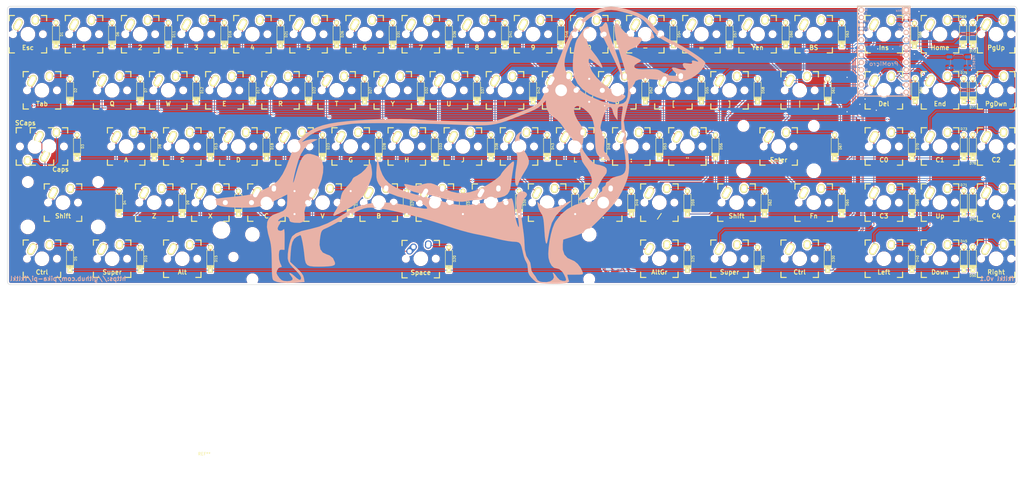
<source format=kicad_pcb>
(kicad_pcb (version 4) (host pcbnew 4.0.7)
  (layers (0 F.Cu signal) (31 B.Cu signal) (34 B.Paste user) (35 F.Paste user) (36 B.SilkS user) (37 F.SilkS user) (38 B.Mask user hide) (39 F.Mask user) (44 Edge.Cuts user))
  (net 0 "")
  (net 1 "Net-(D1-Pad2)")
  (net 2 /row0)
  (net 3 "Net-(D2-Pad2)")
  (net 4 /row1)
  (net 5 "Net-(D3-Pad2)")
  (net 6 /row2)
  (net 7 "Net-(D4-Pad2)")
  (net 8 /row3)
  (net 9 "Net-(D5-Pad2)")
  (net 10 /row4)
  (net 11 "Net-(D6-Pad2)")
  (net 12 "Net-(D7-Pad2)")
  (net 13 "Net-(D8-Pad2)")
  (net 14 "Net-(D9-Pad2)")
  (net 15 "Net-(D10-Pad2)")
  (net 16 "Net-(D11-Pad2)")
  (net 17 "Net-(D12-Pad2)")
  (net 18 "Net-(D13-Pad2)")
  (net 19 "Net-(D14-Pad2)")
  (net 20 "Net-(D15-Pad2)")
  (net 21 "Net-(D16-Pad2)")
  (net 22 "Net-(D17-Pad2)")
  (net 23 "Net-(D18-Pad2)")
  (net 24 "Net-(D19-Pad2)")
  (net 25 "Net-(D20-Pad2)")
  (net 26 "Net-(D21-Pad2)")
  (net 27 "Net-(D22-Pad2)")
  (net 28 "Net-(D23-Pad2)")
  (net 29 "Net-(D24-Pad2)")
  (net 30 "Net-(D25-Pad2)")
  (net 31 "Net-(D26-Pad2)")
  (net 32 "Net-(D27-Pad2)")
  (net 33 "Net-(D28-Pad2)")
  (net 34 "Net-(D29-Pad2)")
  (net 35 "Net-(D30-Pad2)")
  (net 36 "Net-(D31-Pad2)")
  (net 37 "Net-(D32-Pad2)")
  (net 38 "Net-(D33-Pad2)")
  (net 39 "Net-(D34-Pad2)")
  (net 40 "Net-(D35-Pad2)")
  (net 41 "Net-(D36-Pad2)")
  (net 42 "Net-(D37-Pad2)")
  (net 43 "Net-(D38-Pad2)")
  (net 44 "Net-(D39-Pad2)")
  (net 45 "Net-(D40-Pad2)")
  (net 46 "Net-(D41-Pad2)")
  (net 47 "Net-(D42-Pad2)")
  (net 48 "Net-(D43-Pad2)")
  (net 49 "Net-(D44-Pad2)")
  (net 50 "Net-(D45-Pad2)")
  (net 51 "Net-(D46-Pad2)")
  (net 52 "Net-(D47-Pad2)")
  (net 53 "Net-(D48-Pad2)")
  (net 54 "Net-(D49-Pad2)")
  (net 55 "Net-(D50-Pad2)")
  (net 56 "Net-(D51-Pad2)")
  (net 57 "Net-(D52-Pad2)")
  (net 58 "Net-(D53-Pad2)")
  (net 59 "Net-(D54-Pad2)")
  (net 60 "Net-(D55-Pad2)")
  (net 61 "Net-(D56-Pad2)")
  (net 62 "Net-(D57-Pad2)")
  (net 63 "Net-(D58-Pad2)")
  (net 64 "Net-(D59-Pad2)")
  (net 65 "Net-(D60-Pad2)")
  (net 66 "Net-(D61-Pad2)")
  (net 67 "Net-(D62-Pad2)")
  (net 68 "Net-(D63-Pad2)")
  (net 69 "Net-(D64-Pad2)")
  (net 70 "Net-(D65-Pad2)")
  (net 71 "Net-(D66-Pad2)")
  (net 72 "Net-(D67-Pad2)")
  (net 73 "Net-(D68-Pad2)")
  (net 74 "Net-(D69-Pad2)")
  (net 75 "Net-(D70-Pad2)")
  (net 76 "Net-(D71-Pad2)")
  (net 77 "Net-(D72-Pad2)")
  (net 78 "Net-(D73-Pad2)")
  (net 79 "Net-(D74-Pad2)")
  (net 80 "Net-(D75-Pad2)")
  (net 81 "Net-(D76-Pad2)")
  (net 82 "Net-(D77-Pad2)")
  (net 83 /col0)
  (net 84 /col1)
  (net 85 /col2)
  (net 86 /col3)
  (net 87 /col4)
  (net 88 /col5)
  (net 89 /col6)
  (net 90 /col7)
  (net 91 /col8)
  (net 92 /col9)
  (net 93 GND)
  (net 94 /row5)
  (net 95 /row6)
  (net 96 /row7)
  (net 97 "Net-(U1-Pad1)")
  (net 98 "Net-(U1-Pad14)")
  (net 99 VCC)
  (net 100 "Net-(Reset1-Pad2)")
  (module MX_Alps_Hybrid:MX-7U-ReversedStabilizers-NoLED (layer F.Cu) (at 173.83125 116.68125)
    (fp_text reference K21)
    (fp_text value Space)
    (pad 2 thru_hole oval (at 2.5 -4.5 86.0548) (size 2.831378 2.25) (drill 1.47 (offset 0.290689 0)) (layers *.Cu B.Mask) (net 25 "Net-(D20-Pad2)"))
    (pad 2 thru_hole circle (at 2.54 -5.08) (size 2.25 2.25) (drill 1.47) (layers *.Cu B.Mask) (net 25 "Net-(D20-Pad2)"))
    (pad 1 thru_hole oval (at -3.81 -2.54 48.0996) (size 4.211556 2.25) (drill 1.47 (offset 0.980778 0)) (layers *.Cu B.Mask) (net 86 /col3))
    (pad "" np_thru_hole circle (at 0 0) (size 3.9878 3.9878) (drill 3.9878) (layers *.Cu *.Mask))
    (pad 1 thru_hole circle (at -2.5 -4) (size 2.25 2.25) (drill 1.47) (layers *.Cu B.Mask) (net 86 /col3))
    (pad "" np_thru_hole circle (at -5.08 0 48.0996) (size 1.75 1.75) (drill 1.75) (layers *.Cu *.Mask))
    (pad "" np_thru_hole circle (at 5.08 0 48.0996) (size 1.75 1.75) (drill 1.75) (layers *.Cu *.Mask))
    (pad "" np_thru_hole circle (at -57.15 6.985) (size 3.048 3.048) (drill 3.048) (layers *.Cu *.Mask))
    (pad "" np_thru_hole circle (at 57.15 6.985) (size 3.048 3.048) (drill 3.048) (layers *.Cu *.Mask))
    (pad "" np_thru_hole circle (at -57.15 -8.255) (size 3.9878 3.9878) (drill 3.9878) (layers *.Cu *.Mask))
    (pad "" np_thru_hole circle (at 57.15 -8.255) (size 3.9878 3.9878) (drill 3.9878) (layers *.Cu *.Mask))
  )
  (module canadian_footprints:Mx_Alps_100 (layer F.Cu) (at 369.09375 40.48125)
    (fp_text reference K73 hide)
    (fp_text value PgUp (at 0 4.572) (layer F.SilkS) (effects (font (thickness 0.3048))))
    (pad HOLE np_thru_hole circle (at 0 0) (size 3.9878 3.9878) (drill 3.9878) (layers *.Cu))
    (pad HOLE np_thru_hole circle (at -5.08 0) (size 1.7018 1.7018) (drill 1.7018) (layers *.Cu))
    (pad HOLE np_thru_hole circle (at 5.08 0) (size 1.7018 1.7018) (drill 1.7018) (layers *.Cu))
    (pad 1 thru_hole oval (at -3.405 -3.27 330.95) (size 2.5 4.17) (drill oval 1.5 3.17) (layers *.Cu *.Mask F.SilkS) (net 90 /col7))
    (pad 2 thru_hole oval (at 2.52 -4.79 356.1) (size 2.5 3.08) (drill oval 1.5 2.08) (layers *.Cu *.Mask F.SilkS) (net 77 "Net-(D72-Pad2)"))
  )
  (module canadian_footprints:Mx_Alps_150 (layer F.Cu) (at 45.24375 116.68125)
    (fp_text reference K6 hide)
    (fp_text value Ctrl (at 0 4.572) (layer F.SilkS) (effects (font (thickness 0.3048))))
    (pad HOLE np_thru_hole circle (at 0 0) (size 3.9878 3.9878) (drill 3.9878) (layers *.Cu))
    (pad HOLE np_thru_hole circle (at -5.08 0) (size 1.7018 1.7018) (drill 1.7018) (layers *.Cu))
    (pad HOLE np_thru_hole circle (at 5.08 0) (size 1.7018 1.7018) (drill 1.7018) (layers *.Cu))
    (pad 1 thru_hole oval (at -3.405 -3.27 330.95) (size 2.5 4.17) (drill oval 1.5 3.17) (layers *.Cu *.Mask F.SilkS) (net 83 /col0))
    (pad 2 thru_hole oval (at 2.52 -4.79 356.1) (size 2.5 3.08) (drill oval 1.5 2.08) (layers *.Cu *.Mask F.SilkS) (net 9 "Net-(D5-Pad2)"))
  )
  (module canadian_footprints:Mx_Alps_150 (layer F.Cu) (at 173.81 116.82)
    (fp_text reference K26 hide)
    (fp_text value Space (at 0 4.572) (layer F.SilkS) (effects (font (thickness 0.3048))))
  )
  (module canadian_footprints:Mx_Alps_150 (layer F.Cu) (at 45.24375 59.53125)
    (fp_text reference K3 hide)
    (fp_text value Tab (at 0 4.572) (layer F.SilkS) (effects (font (thickness 0.3048))))
    (pad HOLE np_thru_hole circle (at 0 0) (size 3.9878 3.9878) (drill 3.9878) (layers *.Cu))
    (pad HOLE np_thru_hole circle (at -5.08 0) (size 1.7018 1.7018) (drill 1.7018) (layers *.Cu))
    (pad HOLE np_thru_hole circle (at 5.08 0) (size 1.7018 1.7018) (drill 1.7018) (layers *.Cu))
    (pad 1 thru_hole oval (at -3.405 -3.27 330.95) (size 2.5 4.17) (drill oval 1.5 3.17) (layers *.Cu *.Mask F.SilkS) (net 83 /col0))
    (pad 2 thru_hole oval (at 2.52 -4.79 356.1) (size 2.5 3.08) (drill oval 1.5 2.08) (layers *.Cu *.Mask F.SilkS) (net 3 "Net-(D2-Pad2)"))
  )
  (module canadian_footprints:Mx_Alps_100 (layer F.Cu) (at 40.48125 40.48125)
    (fp_text reference K2 hide)
    (fp_text value Esc (at 0 4.572) (layer F.SilkS) (effects (font (thickness 0.3048))))
    (pad HOLE np_thru_hole circle (at 0 0) (size 3.9878 3.9878) (drill 3.9878) (layers *.Cu))
    (pad HOLE np_thru_hole circle (at -5.08 0) (size 1.7018 1.7018) (drill 1.7018) (layers *.Cu))
    (pad HOLE np_thru_hole circle (at 5.08 0) (size 1.7018 1.7018) (drill 1.7018) (layers *.Cu))
    (pad 1 thru_hole oval (at -3.405 -3.27 330.95) (size 2.5 4.17) (drill oval 1.5 3.17) (layers *.Cu *.Mask F.SilkS) (net 83 /col0))
    (pad 2 thru_hole oval (at 2.52 -4.79 356.1) (size 2.5 3.08) (drill oval 1.5 2.08) (layers *.Cu *.Mask F.SilkS) (net 1 "Net-(D1-Pad2)"))
  )
  (module canadian_footprints:Pro_Micro (layer B.Cu) (at 330.962 44.704 180)
    (fp_text reference U1)
    (fp_text value ProMicro (at 0 -5.842 180) (layer B.SilkS) (effects (font (size 1.27 1.524) (thickness 0.2032)) (justify mirror)))
    (fp_text user B5 (at 6.096 -16.002 180) (layer B.SilkS) (effects (font (size 0.7 0.7) (thickness 0.1)) (justify mirror)))
    (fp_text user B4 (at 6.096 -12.954 180) (layer B.SilkS) (effects (font (size 0.7 0.7) (thickness 0.1)) (justify mirror)))
    (fp_text user E6 (at 5.842 -10.922 180) (layer B.SilkS) (effects (font (size 0.7 0.7) (thickness 0.1)) (justify mirror)))
    (fp_text user D7 (at 6.096 -7.874 180) (layer B.SilkS) (effects (font (size 0.7 0.7) (thickness 0.1)) (justify mirror)))
    (fp_text user C6 (at 6.096 -5.334 180) (layer B.SilkS) (effects (font (size 0.7 0.7) (thickness 0.1)) (justify mirror)))
    (fp_text user D4 (at 6.096 -2.794 180) (layer B.SilkS) (effects (font (size 0.7 0.7) (thickness 0.1)) (justify mirror)))
    (fp_text user D0 (at 6.096 0.508 180) (layer B.SilkS) (effects (font (size 0.7 0.7) (thickness 0.1)) (justify mirror)))
    (fp_text user D1 (at 6.096 2.286 180) (layer B.SilkS) (effects (font (size 0.7 0.7) (thickness 0.1)) (justify mirror)))
    (fp_text user GND (at 6.096 6.096 180) (layer B.SilkS) (effects (font (size 0.7 0.7) (thickness 0.1)) (justify mirror)))
    (fp_text user GND (at 6.096 8.636 180) (layer B.SilkS) (effects (font (size 0.7 0.7) (thickness 0.1)) (justify mirror)))
    (fp_text user D2 (at 6.35 11.176 180) (layer B.SilkS) (effects (font (size 0.7 0.7) (thickness 0.1)) (justify mirror)))
    (fp_text user D3 (at 6.096 12.446 180) (layer B.SilkS) (effects (font (size 0.7 0.7) (thickness 0.1)) (justify mirror)))
    (fp_text user B6 (at -6.096 -16.002 180) (layer B.SilkS) (effects (font (size 0.7 0.7) (thickness 0.1)) (justify mirror)))
    (fp_text user B2 (at -6.096 -12.954 180) (layer B.SilkS) (effects (font (size 0.7 0.7) (thickness 0.1)) (justify mirror)))
    (fp_text user B3 (at -5.842 -10.922 180) (layer B.SilkS) (effects (font (size 0.7 0.7) (thickness 0.1)) (justify mirror)))
    (fp_text user B1 (at -6.096 -7.874 180) (layer B.SilkS) (effects (font (size 0.7 0.7) (thickness 0.1)) (justify mirror)))
    (fp_text user F6 (at -6.096 -2.794 180) (layer B.SilkS) (effects (font (size 0.7 0.7) (thickness 0.1)) (justify mirror)))
    (fp_text user F7 (at -6.096 -5.334 180) (layer B.SilkS) (effects (font (size 0.7 0.7) (thickness 0.1)) (justify mirror)))
    (fp_text user F5 (at -5.842 0.254 180) (layer B.SilkS) (effects (font (size 0.7 0.7) (thickness 0.1)) (justify mirror)))
    (fp_text user F4 (at -6.096 2.286 180) (layer B.SilkS) (effects (font (size 0.7 0.7) (thickness 0.1)) (justify mirror)))
    (fp_text user VCC (at -5.842 5.842 180) (layer B.SilkS) (effects (font (size 0.7 0.7) (thickness 0.1)) (justify mirror)))
    (fp_text user RST (at -5.588 7.366 180) (layer B.SilkS) (effects (font (size 0.7 0.7) (thickness 0.1)) (justify mirror)))
    (fp_text user GND (at -5.08 9.906 180) (layer B.SilkS) (effects (font (size 0.7 0.7) (thickness 0.1)) (justify mirror)))
    (fp_text user RAW (at -5.08 12.192 180) (layer B.SilkS) (effects (font (size 0.7 0.7) (thickness 0.1)) (justify mirror)))
    (pad 1 thru_hole rect (at -7.62 12.446 270) (size 1.7526 1.7526) (drill 1.0922) (layers *.Cu *.SilkS *.Mask) (net 97 "Net-(U1-Pad1)"))
    (pad 2 thru_hole circle (at -7.62 9.906 270) (size 1.7526 1.7526) (drill 1.0922) (layers *.Cu *.SilkS *.Mask) (net 93 GND))
    (pad 3 thru_hole circle (at -7.62 7.366 270) (size 1.7526 1.7526) (drill 1.0922) (layers *.Cu *.SilkS *.Mask) (net 100 "Net-(Reset1-Pad2)"))
    (pad 4 thru_hole circle (at -7.62 4.826 270) (size 1.7526 1.7526) (drill 1.0922) (layers *.Cu *.SilkS *.Mask) (net 99 VCC))
    (pad 5 thru_hole circle (at -7.62 2.286 270) (size 1.7526 1.7526) (drill 1.0922) (layers *.Cu *.SilkS *.Mask) (net 90 /col7))
    (pad 6 thru_hole circle (at -7.62 -0.254 270) (size 1.7526 1.7526) (drill 1.0922) (layers *.Cu *.SilkS *.Mask) (net 94 /row5))
    (pad 7 thru_hole circle (at -7.62 -2.794 270) (size 1.7526 1.7526) (drill 1.0922) (layers *.Cu *.SilkS *.Mask) (net 87 /col4))
    (pad 8 thru_hole circle (at -7.62 -5.334 270) (size 1.7526 1.7526) (drill 1.0922) (layers *.Cu *.SilkS *.Mask) (net 92 /col9))
    (pad 9 thru_hole circle (at -7.62 -7.874 270) (size 1.7526 1.7526) (drill 1.0922) (layers *.Cu *.SilkS *.Mask) (net 91 /col8))
    (pad 10 thru_hole circle (at -7.62 -10.414 270) (size 1.7526 1.7526) (drill 1.0922) (layers *.Cu *.SilkS *.Mask) (net 88 /col5))
    (pad 11 thru_hole circle (at -7.62 -12.954 270) (size 1.7526 1.7526) (drill 1.0922) (layers *.Cu *.SilkS *.Mask) (net 89 /col6))
    (pad 12 thru_hole circle (at -7.62 -15.494 270) (size 1.7526 1.7526) (drill 1.0922) (layers *.Cu *.SilkS *.Mask) (net 95 /row6))
    (pad 24 thru_hole circle (at 7.62 -15.494 270) (size 1.7526 1.7526) (drill 1.0922) (layers *.Cu *.SilkS *.Mask) (net 4 /row1))
    (pad 23 thru_hole circle (at 7.62 -12.954 270) (size 1.7526 1.7526) (drill 1.0922) (layers *.Cu *.SilkS *.Mask) (net 86 /col3))
    (pad 22 thru_hole circle (at 7.62 -10.414 270) (size 1.7526 1.7526) (drill 1.0922) (layers *.Cu *.SilkS *.Mask) (net 85 /col2))
    (pad 21 thru_hole circle (at 7.62 -7.874 270) (size 1.7526 1.7526) (drill 1.0922) (layers *.Cu *.SilkS *.Mask) (net 84 /col1))
    (pad 20 thru_hole circle (at 7.62 -5.334 270) (size 1.7526 1.7526) (drill 1.0922) (layers *.Cu *.SilkS *.Mask) (net 83 /col0))
    (pad 19 thru_hole circle (at 7.62 -2.794 270) (size 1.7526 1.7526) (drill 1.0922) (layers *.Cu *.SilkS *.Mask) (net 10 /row4))
    (pad 18 thru_hole circle (at 7.62 -0.254 270) (size 1.7526 1.7526) (drill 1.0922) (layers *.Cu *.SilkS *.Mask) (net 8 /row3))
    (pad 17 thru_hole circle (at 7.62 2.286 270) (size 1.7526 1.7526) (drill 1.0922) (layers *.Cu *.SilkS *.Mask) (net 6 /row2))
    (pad 16 thru_hole circle (at 7.62 4.826 270) (size 1.7526 1.7526) (drill 1.0922) (layers *.Cu *.SilkS *.Mask) (net 93 GND))
    (pad 15 thru_hole circle (at 7.62 7.366 270) (size 1.7526 1.7526) (drill 1.0922) (layers *.Cu *.SilkS *.Mask) (net 93 GND))
    (pad 14 thru_hole circle (at 7.62 9.906 270) (size 1.7526 1.7526) (drill 1.0922) (layers *.Cu *.SilkS *.Mask) (net 98 "Net-(U1-Pad14)"))
    (pad 13 thru_hole circle (at 7.62 12.446 270) (size 1.7526 1.7526) (drill 1.0922) (layers *.Cu *.SilkS *.Mask) (net 2 /row0))
  )
  (module keyboard_parts:D_SOD123_axial (layer F.Cu) (at 50.00625 40.48125 90)
    (fp_text reference D1 (at 0 1.925 90) (layer F.SilkS) (effects (font (size 0.8 0.8))))
    (fp_text value D hide)
    (pad 2 smd rect (at 1.575 0 90) (size 1.2 1.2) (layers F.Cu F.Paste F.Mask) (net 1 "Net-(D1-Pad2)"))
    (pad 1 smd rect (at -1.575 0 90) (size 1.2 1.2) (layers F.Cu F.Paste F.Mask) (net 2 /row0))
    (pad 1 thru_hole rect (at -3.9 0 90) (size 1.6 1.6) (drill 0.7) (layers *.Cu *.Mask F.SilkS) (net 2 /row0))
    (pad 2 thru_hole circle (at 3.9 0 90) (size 1.6 1.6) (drill 0.7) (layers *.Cu *.Mask F.SilkS) (net 1 "Net-(D1-Pad2)"))
    (pad 1 smd rect (at -2.7 0 90) (size 2.5 0.5) (layers F.Cu) (net 2 /row0))
    (pad 2 smd rect (at 2.7 0 90) (size 2.5 0.5) (layers F.Cu) (net 1 "Net-(D1-Pad2)"))
  )
  (module keyboard_parts:D_SOD123_axial (layer F.Cu) (at 54.76875 59.53125 90)
    (fp_text reference D2 (at 0 1.925 90) (layer F.SilkS) (effects (font (size 0.8 0.8))))
    (fp_text value D hide)
    (pad 2 smd rect (at 1.575 0 90) (size 1.2 1.2) (layers F.Cu F.Paste F.Mask) (net 3 "Net-(D2-Pad2)"))
    (pad 1 smd rect (at -1.575 0 90) (size 1.2 1.2) (layers F.Cu F.Paste F.Mask) (net 4 /row1))
    (pad 1 thru_hole rect (at -3.9 0 90) (size 1.6 1.6) (drill 0.7) (layers *.Cu *.Mask F.SilkS) (net 4 /row1))
    (pad 2 thru_hole circle (at 3.9 0 90) (size 1.6 1.6) (drill 0.7) (layers *.Cu *.Mask F.SilkS) (net 3 "Net-(D2-Pad2)"))
    (pad 1 smd rect (at -2.7 0 90) (size 2.5 0.5) (layers F.Cu) (net 4 /row1))
    (pad 2 smd rect (at 2.7 0 90) (size 2.5 0.5) (layers F.Cu) (net 3 "Net-(D2-Pad2)"))
  )
  (module keyboard_parts:D_SOD123_axial (layer F.Cu) (at 57.15 78.58125 90)
    (fp_text reference D3 (at 0 1.925 90) (layer F.SilkS) (effects (font (size 0.8 0.8))))
    (fp_text value D hide)
    (pad 2 smd rect (at 1.575 0 90) (size 1.2 1.2) (layers F.Cu F.Paste F.Mask) (net 5 "Net-(D3-Pad2)"))
    (pad 1 smd rect (at -1.575 0 90) (size 1.2 1.2) (layers F.Cu F.Paste F.Mask) (net 6 /row2))
    (pad 1 thru_hole rect (at -3.9 0 90) (size 1.6 1.6) (drill 0.7) (layers *.Cu *.Mask F.SilkS) (net 6 /row2))
    (pad 2 thru_hole circle (at 3.9 0 90) (size 1.6 1.6) (drill 0.7) (layers *.Cu *.Mask F.SilkS) (net 5 "Net-(D3-Pad2)"))
    (pad 1 smd rect (at -2.7 0 90) (size 2.5 0.5) (layers F.Cu) (net 6 /row2))
    (pad 2 smd rect (at 2.7 0 90) (size 2.5 0.5) (layers F.Cu) (net 5 "Net-(D3-Pad2)"))
  )
  (module keyboard_parts:D_SOD123_axial (layer F.Cu) (at 71.4375 97.63125 90)
    (fp_text reference D4 (at 0 1.925 90) (layer F.SilkS) (effects (font (size 0.8 0.8))))
    (fp_text value D hide)
    (pad 2 smd rect (at 1.575 0 90) (size 1.2 1.2) (layers F.Cu F.Paste F.Mask) (net 7 "Net-(D4-Pad2)"))
    (pad 1 smd rect (at -1.575 0 90) (size 1.2 1.2) (layers F.Cu F.Paste F.Mask) (net 8 /row3))
    (pad 1 thru_hole rect (at -3.9 0 90) (size 1.6 1.6) (drill 0.7) (layers *.Cu *.Mask F.SilkS) (net 8 /row3))
    (pad 2 thru_hole circle (at 3.9 0 90) (size 1.6 1.6) (drill 0.7) (layers *.Cu *.Mask F.SilkS) (net 7 "Net-(D4-Pad2)"))
    (pad 1 smd rect (at -2.7 0 90) (size 2.5 0.5) (layers F.Cu) (net 8 /row3))
    (pad 2 smd rect (at 2.7 0 90) (size 2.5 0.5) (layers F.Cu) (net 7 "Net-(D4-Pad2)"))
  )
  (module keyboard_parts:D_SOD123_axial (layer F.Cu) (at 54.76875 116.68125 90)
    (fp_text reference D5 (at 0 1.925 90) (layer F.SilkS) (effects (font (size 0.8 0.8))))
    (fp_text value D hide)
    (pad 2 smd rect (at 1.575 0 90) (size 1.2 1.2) (layers F.Cu F.Paste F.Mask) (net 9 "Net-(D5-Pad2)"))
    (pad 1 smd rect (at -1.575 0 90) (size 1.2 1.2) (layers F.Cu F.Paste F.Mask) (net 10 /row4))
    (pad 1 thru_hole rect (at -3.9 0 90) (size 1.6 1.6) (drill 0.7) (layers *.Cu *.Mask F.SilkS) (net 10 /row4))
    (pad 2 thru_hole circle (at 3.9 0 90) (size 1.6 1.6) (drill 0.7) (layers *.Cu *.Mask F.SilkS) (net 9 "Net-(D5-Pad2)"))
    (pad 1 smd rect (at -2.7 0 90) (size 2.5 0.5) (layers F.Cu) (net 10 /row4))
    (pad 2 smd rect (at 2.7 0 90) (size 2.5 0.5) (layers F.Cu) (net 9 "Net-(D5-Pad2)"))
  )
  (module keyboard_parts:D_SOD123_axial (layer F.Cu) (at 69.05625 40.48125 90)
    (fp_text reference D6 (at 0 1.925 90) (layer F.SilkS) (effects (font (size 0.8 0.8))))
    (fp_text value D hide)
    (pad 2 smd rect (at 1.575 0 90) (size 1.2 1.2) (layers F.Cu F.Paste F.Mask) (net 11 "Net-(D6-Pad2)"))
    (pad 1 smd rect (at -1.575 0 90) (size 1.2 1.2) (layers F.Cu F.Paste F.Mask) (net 2 /row0))
    (pad 1 thru_hole rect (at -3.9 0 90) (size 1.6 1.6) (drill 0.7) (layers *.Cu *.Mask F.SilkS) (net 2 /row0))
    (pad 2 thru_hole circle (at 3.9 0 90) (size 1.6 1.6) (drill 0.7) (layers *.Cu *.Mask F.SilkS) (net 11 "Net-(D6-Pad2)"))
    (pad 1 smd rect (at -2.7 0 90) (size 2.5 0.5) (layers F.Cu) (net 2 /row0))
    (pad 2 smd rect (at 2.7 0 90) (size 2.5 0.5) (layers F.Cu) (net 11 "Net-(D6-Pad2)"))
  )
  (module keyboard_parts:D_SOD123_axial (layer F.Cu) (at 78.58125 59.53125 90)
    (fp_text reference D7 (at 0 1.925 90) (layer F.SilkS) (effects (font (size 0.8 0.8))))
    (fp_text value D hide)
    (pad 2 smd rect (at 1.575 0 90) (size 1.2 1.2) (layers F.Cu F.Paste F.Mask) (net 12 "Net-(D7-Pad2)"))
    (pad 1 smd rect (at -1.575 0 90) (size 1.2 1.2) (layers F.Cu F.Paste F.Mask) (net 4 /row1))
    (pad 1 thru_hole rect (at -3.9 0 90) (size 1.6 1.6) (drill 0.7) (layers *.Cu *.Mask F.SilkS) (net 4 /row1))
    (pad 2 thru_hole circle (at 3.9 0 90) (size 1.6 1.6) (drill 0.7) (layers *.Cu *.Mask F.SilkS) (net 12 "Net-(D7-Pad2)"))
    (pad 1 smd rect (at -2.7 0 90) (size 2.5 0.5) (layers F.Cu) (net 4 /row1))
    (pad 2 smd rect (at 2.7 0 90) (size 2.5 0.5) (layers F.Cu) (net 12 "Net-(D7-Pad2)"))
  )
  (module keyboard_parts:D_SOD123_axial (layer F.Cu) (at 83.34375 78.58125 90)
    (fp_text reference D8 (at 0 1.925 90) (layer F.SilkS) (effects (font (size 0.8 0.8))))
    (fp_text value D hide)
    (pad 2 smd rect (at 1.575 0 90) (size 1.2 1.2) (layers F.Cu F.Paste F.Mask) (net 13 "Net-(D8-Pad2)"))
    (pad 1 smd rect (at -1.575 0 90) (size 1.2 1.2) (layers F.Cu F.Paste F.Mask) (net 6 /row2))
    (pad 1 thru_hole rect (at -3.9 0 90) (size 1.6 1.6) (drill 0.7) (layers *.Cu *.Mask F.SilkS) (net 6 /row2))
    (pad 2 thru_hole circle (at 3.9 0 90) (size 1.6 1.6) (drill 0.7) (layers *.Cu *.Mask F.SilkS) (net 13 "Net-(D8-Pad2)"))
    (pad 1 smd rect (at -2.7 0 90) (size 2.5 0.5) (layers F.Cu) (net 6 /row2))
    (pad 2 smd rect (at 2.7 0 90) (size 2.5 0.5) (layers F.Cu) (net 13 "Net-(D8-Pad2)"))
  )
  (module keyboard_parts:D_SOD123_axial (layer F.Cu) (at 92.86875 97.63125 90)
    (fp_text reference D9 (at 0 1.925 90) (layer F.SilkS) (effects (font (size 0.8 0.8))))
    (fp_text value D hide)
    (pad 2 smd rect (at 1.575 0 90) (size 1.2 1.2) (layers F.Cu F.Paste F.Mask) (net 14 "Net-(D9-Pad2)"))
    (pad 1 smd rect (at -1.575 0 90) (size 1.2 1.2) (layers F.Cu F.Paste F.Mask) (net 8 /row3))
    (pad 1 thru_hole rect (at -3.9 0 90) (size 1.6 1.6) (drill 0.7) (layers *.Cu *.Mask F.SilkS) (net 8 /row3))
    (pad 2 thru_hole circle (at 3.9 0 90) (size 1.6 1.6) (drill 0.7) (layers *.Cu *.Mask F.SilkS) (net 14 "Net-(D9-Pad2)"))
    (pad 1 smd rect (at -2.7 0 90) (size 2.5 0.5) (layers F.Cu) (net 8 /row3))
    (pad 2 smd rect (at 2.7 0 90) (size 2.5 0.5) (layers F.Cu) (net 14 "Net-(D9-Pad2)"))
  )
  (module keyboard_parts:D_SOD123_axial (layer F.Cu) (at 78.58125 116.68125 90)
    (fp_text reference D10 (at 0 1.925 90) (layer F.SilkS) (effects (font (size 0.8 0.8))))
    (fp_text value D hide)
    (pad 2 smd rect (at 1.575 0 90) (size 1.2 1.2) (layers F.Cu F.Paste F.Mask) (net 15 "Net-(D10-Pad2)"))
    (pad 1 smd rect (at -1.575 0 90) (size 1.2 1.2) (layers F.Cu F.Paste F.Mask) (net 10 /row4))
    (pad 1 thru_hole rect (at -3.9 0 90) (size 1.6 1.6) (drill 0.7) (layers *.Cu *.Mask F.SilkS) (net 10 /row4))
    (pad 2 thru_hole circle (at 3.9 0 90) (size 1.6 1.6) (drill 0.7) (layers *.Cu *.Mask F.SilkS) (net 15 "Net-(D10-Pad2)"))
    (pad 1 smd rect (at -2.7 0 90) (size 2.5 0.5) (layers F.Cu) (net 10 /row4))
    (pad 2 smd rect (at 2.7 0 90) (size 2.5 0.5) (layers F.Cu) (net 15 "Net-(D10-Pad2)"))
  )
  (module keyboard_parts:D_SOD123_axial (layer F.Cu) (at 88.10625 40.48125 90)
    (fp_text reference D11 (at 0 1.925 90) (layer F.SilkS) (effects (font (size 0.8 0.8))))
    (fp_text value D hide)
    (pad 2 smd rect (at 1.575 0 90) (size 1.2 1.2) (layers F.Cu F.Paste F.Mask) (net 16 "Net-(D11-Pad2)"))
    (pad 1 smd rect (at -1.575 0 90) (size 1.2 1.2) (layers F.Cu F.Paste F.Mask) (net 2 /row0))
    (pad 1 thru_hole rect (at -3.9 0 90) (size 1.6 1.6) (drill 0.7) (layers *.Cu *.Mask F.SilkS) (net 2 /row0))
    (pad 2 thru_hole circle (at 3.9 0 90) (size 1.6 1.6) (drill 0.7) (layers *.Cu *.Mask F.SilkS) (net 16 "Net-(D11-Pad2)"))
    (pad 1 smd rect (at -2.7 0 90) (size 2.5 0.5) (layers F.Cu) (net 2 /row0))
    (pad 2 smd rect (at 2.7 0 90) (size 2.5 0.5) (layers F.Cu) (net 16 "Net-(D11-Pad2)"))
  )
  (module keyboard_parts:D_SOD123_axial (layer F.Cu) (at 97.63125 59.53125 90)
    (fp_text reference D12 (at 0 1.925 90) (layer F.SilkS) (effects (font (size 0.8 0.8))))
    (fp_text value D hide)
    (pad 2 smd rect (at 1.575 0 90) (size 1.2 1.2) (layers F.Cu F.Paste F.Mask) (net 17 "Net-(D12-Pad2)"))
    (pad 1 smd rect (at -1.575 0 90) (size 1.2 1.2) (layers F.Cu F.Paste F.Mask) (net 4 /row1))
    (pad 1 thru_hole rect (at -3.9 0 90) (size 1.6 1.6) (drill 0.7) (layers *.Cu *.Mask F.SilkS) (net 4 /row1))
    (pad 2 thru_hole circle (at 3.9 0 90) (size 1.6 1.6) (drill 0.7) (layers *.Cu *.Mask F.SilkS) (net 17 "Net-(D12-Pad2)"))
    (pad 1 smd rect (at -2.7 0 90) (size 2.5 0.5) (layers F.Cu) (net 4 /row1))
    (pad 2 smd rect (at 2.7 0 90) (size 2.5 0.5) (layers F.Cu) (net 17 "Net-(D12-Pad2)"))
  )
  (module keyboard_parts:D_SOD123_axial (layer F.Cu) (at 102.39375 78.58125 90)
    (fp_text reference D13 (at 0 1.925 90) (layer F.SilkS) (effects (font (size 0.8 0.8))))
    (fp_text value D hide)
    (pad 2 smd rect (at 1.575 0 90) (size 1.2 1.2) (layers F.Cu F.Paste F.Mask) (net 18 "Net-(D13-Pad2)"))
    (pad 1 smd rect (at -1.575 0 90) (size 1.2 1.2) (layers F.Cu F.Paste F.Mask) (net 6 /row2))
    (pad 1 thru_hole rect (at -3.9 0 90) (size 1.6 1.6) (drill 0.7) (layers *.Cu *.Mask F.SilkS) (net 6 /row2))
    (pad 2 thru_hole circle (at 3.9 0 90) (size 1.6 1.6) (drill 0.7) (layers *.Cu *.Mask F.SilkS) (net 18 "Net-(D13-Pad2)"))
    (pad 1 smd rect (at -2.7 0 90) (size 2.5 0.5) (layers F.Cu) (net 6 /row2))
    (pad 2 smd rect (at 2.7 0 90) (size 2.5 0.5) (layers F.Cu) (net 18 "Net-(D13-Pad2)"))
  )
  (module keyboard_parts:D_SOD123_axial (layer F.Cu) (at 111.91875 97.63125 90)
    (fp_text reference D14 (at 0 1.925 90) (layer F.SilkS) (effects (font (size 0.8 0.8))))
    (fp_text value D hide)
    (pad 2 smd rect (at 1.575 0 90) (size 1.2 1.2) (layers F.Cu F.Paste F.Mask) (net 19 "Net-(D14-Pad2)"))
    (pad 1 smd rect (at -1.575 0 90) (size 1.2 1.2) (layers F.Cu F.Paste F.Mask) (net 8 /row3))
    (pad 1 thru_hole rect (at -3.9 0 90) (size 1.6 1.6) (drill 0.7) (layers *.Cu *.Mask F.SilkS) (net 8 /row3))
    (pad 2 thru_hole circle (at 3.9 0 90) (size 1.6 1.6) (drill 0.7) (layers *.Cu *.Mask F.SilkS) (net 19 "Net-(D14-Pad2)"))
    (pad 1 smd rect (at -2.7 0 90) (size 2.5 0.5) (layers F.Cu) (net 8 /row3))
    (pad 2 smd rect (at 2.7 0 90) (size 2.5 0.5) (layers F.Cu) (net 19 "Net-(D14-Pad2)"))
  )
  (module keyboard_parts:D_SOD123_axial (layer F.Cu) (at 102.39375 116.68125 90)
    (fp_text reference D15 (at 0 1.925 90) (layer F.SilkS) (effects (font (size 0.8 0.8))))
    (fp_text value D hide)
    (pad 2 smd rect (at 1.575 0 90) (size 1.2 1.2) (layers F.Cu F.Paste F.Mask) (net 20 "Net-(D15-Pad2)"))
    (pad 1 smd rect (at -1.575 0 90) (size 1.2 1.2) (layers F.Cu F.Paste F.Mask) (net 10 /row4))
    (pad 1 thru_hole rect (at -3.9 0 90) (size 1.6 1.6) (drill 0.7) (layers *.Cu *.Mask F.SilkS) (net 10 /row4))
    (pad 2 thru_hole circle (at 3.9 0 90) (size 1.6 1.6) (drill 0.7) (layers *.Cu *.Mask F.SilkS) (net 20 "Net-(D15-Pad2)"))
    (pad 1 smd rect (at -2.7 0 90) (size 2.5 0.5) (layers F.Cu) (net 10 /row4))
    (pad 2 smd rect (at 2.7 0 90) (size 2.5 0.5) (layers F.Cu) (net 20 "Net-(D15-Pad2)"))
  )
  (module keyboard_parts:D_SOD123_axial (layer F.Cu) (at 107.15625 40.48125 90)
    (fp_text reference D16 (at 0 1.925 90) (layer F.SilkS) (effects (font (size 0.8 0.8))))
    (fp_text value D hide)
    (pad 2 smd rect (at 1.575 0 90) (size 1.2 1.2) (layers F.Cu F.Paste F.Mask) (net 21 "Net-(D16-Pad2)"))
    (pad 1 smd rect (at -1.575 0 90) (size 1.2 1.2) (layers F.Cu F.Paste F.Mask) (net 2 /row0))
    (pad 1 thru_hole rect (at -3.9 0 90) (size 1.6 1.6) (drill 0.7) (layers *.Cu *.Mask F.SilkS) (net 2 /row0))
    (pad 2 thru_hole circle (at 3.9 0 90) (size 1.6 1.6) (drill 0.7) (layers *.Cu *.Mask F.SilkS) (net 21 "Net-(D16-Pad2)"))
    (pad 1 smd rect (at -2.7 0 90) (size 2.5 0.5) (layers F.Cu) (net 2 /row0))
    (pad 2 smd rect (at 2.7 0 90) (size 2.5 0.5) (layers F.Cu) (net 21 "Net-(D16-Pad2)"))
  )
  (module keyboard_parts:D_SOD123_axial (layer F.Cu) (at 116.68125 59.53125 90)
    (fp_text reference D17 (at 0 1.925 90) (layer F.SilkS) (effects (font (size 0.8 0.8))))
    (fp_text value D hide)
    (pad 2 smd rect (at 1.575 0 90) (size 1.2 1.2) (layers F.Cu F.Paste F.Mask) (net 22 "Net-(D17-Pad2)"))
    (pad 1 smd rect (at -1.575 0 90) (size 1.2 1.2) (layers F.Cu F.Paste F.Mask) (net 4 /row1))
    (pad 1 thru_hole rect (at -3.9 0 90) (size 1.6 1.6) (drill 0.7) (layers *.Cu *.Mask F.SilkS) (net 4 /row1))
    (pad 2 thru_hole circle (at 3.9 0 90) (size 1.6 1.6) (drill 0.7) (layers *.Cu *.Mask F.SilkS) (net 22 "Net-(D17-Pad2)"))
    (pad 1 smd rect (at -2.7 0 90) (size 2.5 0.5) (layers F.Cu) (net 4 /row1))
    (pad 2 smd rect (at 2.7 0 90) (size 2.5 0.5) (layers F.Cu) (net 22 "Net-(D17-Pad2)"))
  )
  (module keyboard_parts:D_SOD123_axial (layer F.Cu) (at 121.44375 78.58125 90)
    (fp_text reference D18 (at 0 1.925 90) (layer F.SilkS) (effects (font (size 0.8 0.8))))
    (fp_text value D hide)
    (pad 2 smd rect (at 1.575 0 90) (size 1.2 1.2) (layers F.Cu F.Paste F.Mask) (net 23 "Net-(D18-Pad2)"))
    (pad 1 smd rect (at -1.575 0 90) (size 1.2 1.2) (layers F.Cu F.Paste F.Mask) (net 6 /row2))
    (pad 1 thru_hole rect (at -3.9 0 90) (size 1.6 1.6) (drill 0.7) (layers *.Cu *.Mask F.SilkS) (net 6 /row2))
    (pad 2 thru_hole circle (at 3.9 0 90) (size 1.6 1.6) (drill 0.7) (layers *.Cu *.Mask F.SilkS) (net 23 "Net-(D18-Pad2)"))
    (pad 1 smd rect (at -2.7 0 90) (size 2.5 0.5) (layers F.Cu) (net 6 /row2))
    (pad 2 smd rect (at 2.7 0 90) (size 2.5 0.5) (layers F.Cu) (net 23 "Net-(D18-Pad2)"))
  )
  (module keyboard_parts:D_SOD123_axial (layer F.Cu) (at 130.96875 97.63125 90)
    (fp_text reference D19 (at 0 1.925 90) (layer F.SilkS) (effects (font (size 0.8 0.8))))
    (fp_text value D hide)
    (pad 2 smd rect (at 1.575 0 90) (size 1.2 1.2) (layers F.Cu F.Paste F.Mask) (net 24 "Net-(D19-Pad2)"))
    (pad 1 smd rect (at -1.575 0 90) (size 1.2 1.2) (layers F.Cu F.Paste F.Mask) (net 8 /row3))
    (pad 1 thru_hole rect (at -3.9 0 90) (size 1.6 1.6) (drill 0.7) (layers *.Cu *.Mask F.SilkS) (net 8 /row3))
    (pad 2 thru_hole circle (at 3.9 0 90) (size 1.6 1.6) (drill 0.7) (layers *.Cu *.Mask F.SilkS) (net 24 "Net-(D19-Pad2)"))
    (pad 1 smd rect (at -2.7 0 90) (size 2.5 0.5) (layers F.Cu) (net 8 /row3))
    (pad 2 smd rect (at 2.7 0 90) (size 2.5 0.5) (layers F.Cu) (net 24 "Net-(D19-Pad2)"))
  )
  (module keyboard_parts:D_SOD123_axial (layer F.Cu) (at 183.35625 116.68125 90)
    (fp_text reference D20 (at 0 1.925 90) (layer F.SilkS) (effects (font (size 0.8 0.8))))
    (fp_text value D hide)
    (pad 2 smd rect (at 1.575 0 90) (size 1.2 1.2) (layers F.Cu F.Paste F.Mask) (net 25 "Net-(D20-Pad2)"))
    (pad 1 smd rect (at -1.575 0 90) (size 1.2 1.2) (layers F.Cu F.Paste F.Mask) (net 10 /row4))
    (pad 1 thru_hole rect (at -3.9 0 90) (size 1.6 1.6) (drill 0.7) (layers *.Cu *.Mask F.SilkS) (net 10 /row4))
    (pad 2 thru_hole circle (at 3.9 0 90) (size 1.6 1.6) (drill 0.7) (layers *.Cu *.Mask F.SilkS) (net 25 "Net-(D20-Pad2)"))
    (pad 1 smd rect (at -2.7 0 90) (size 2.5 0.5) (layers F.Cu) (net 10 /row4))
    (pad 2 smd rect (at 2.7 0 90) (size 2.5 0.5) (layers F.Cu) (net 25 "Net-(D20-Pad2)"))
  )
  (module keyboard_parts:D_SOD123_axial (layer F.Cu) (at 126.20625 40.48125 90)
    (fp_text reference D21 (at 0 1.925 90) (layer F.SilkS) (effects (font (size 0.8 0.8))))
    (fp_text value D hide)
    (pad 2 smd rect (at 1.575 0 90) (size 1.2 1.2) (layers F.Cu F.Paste F.Mask) (net 26 "Net-(D21-Pad2)"))
    (pad 1 smd rect (at -1.575 0 90) (size 1.2 1.2) (layers F.Cu F.Paste F.Mask) (net 2 /row0))
    (pad 1 thru_hole rect (at -3.9 0 90) (size 1.6 1.6) (drill 0.7) (layers *.Cu *.Mask F.SilkS) (net 2 /row0))
    (pad 2 thru_hole circle (at 3.9 0 90) (size 1.6 1.6) (drill 0.7) (layers *.Cu *.Mask F.SilkS) (net 26 "Net-(D21-Pad2)"))
    (pad 1 smd rect (at -2.7 0 90) (size 2.5 0.5) (layers F.Cu) (net 2 /row0))
    (pad 2 smd rect (at 2.7 0 90) (size 2.5 0.5) (layers F.Cu) (net 26 "Net-(D21-Pad2)"))
  )
  (module keyboard_parts:D_SOD123_axial (layer F.Cu) (at 135.73125 59.53125 90)
    (fp_text reference D22 (at 0 1.925 90) (layer F.SilkS) (effects (font (size 0.8 0.8))))
    (fp_text value D hide)
    (pad 2 smd rect (at 1.575 0 90) (size 1.2 1.2) (layers F.Cu F.Paste F.Mask) (net 27 "Net-(D22-Pad2)"))
    (pad 1 smd rect (at -1.575 0 90) (size 1.2 1.2) (layers F.Cu F.Paste F.Mask) (net 4 /row1))
    (pad 1 thru_hole rect (at -3.9 0 90) (size 1.6 1.6) (drill 0.7) (layers *.Cu *.Mask F.SilkS) (net 4 /row1))
    (pad 2 thru_hole circle (at 3.9 0 90) (size 1.6 1.6) (drill 0.7) (layers *.Cu *.Mask F.SilkS) (net 27 "Net-(D22-Pad2)"))
    (pad 1 smd rect (at -2.7 0 90) (size 2.5 0.5) (layers F.Cu) (net 4 /row1))
    (pad 2 smd rect (at 2.7 0 90) (size 2.5 0.5) (layers F.Cu) (net 27 "Net-(D22-Pad2)"))
  )
  (module keyboard_parts:D_SOD123_axial (layer F.Cu) (at 140.49375 78.58125 90)
    (fp_text reference D23 (at 0 1.925 90) (layer F.SilkS) (effects (font (size 0.8 0.8))))
    (fp_text value D hide)
    (pad 2 smd rect (at 1.575 0 90) (size 1.2 1.2) (layers F.Cu F.Paste F.Mask) (net 28 "Net-(D23-Pad2)"))
    (pad 1 smd rect (at -1.575 0 90) (size 1.2 1.2) (layers F.Cu F.Paste F.Mask) (net 6 /row2))
    (pad 1 thru_hole rect (at -3.9 0 90) (size 1.6 1.6) (drill 0.7) (layers *.Cu *.Mask F.SilkS) (net 6 /row2))
    (pad 2 thru_hole circle (at 3.9 0 90) (size 1.6 1.6) (drill 0.7) (layers *.Cu *.Mask F.SilkS) (net 28 "Net-(D23-Pad2)"))
    (pad 1 smd rect (at -2.7 0 90) (size 2.5 0.5) (layers F.Cu) (net 6 /row2))
    (pad 2 smd rect (at 2.7 0 90) (size 2.5 0.5) (layers F.Cu) (net 28 "Net-(D23-Pad2)"))
  )
  (module keyboard_parts:D_SOD123_axial (layer F.Cu) (at 150.01875 97.63125 90)
    (fp_text reference D24 (at 0 1.925 90) (layer F.SilkS) (effects (font (size 0.8 0.8))))
    (fp_text value D hide)
    (pad 2 smd rect (at 1.575 0 90) (size 1.2 1.2) (layers F.Cu F.Paste F.Mask) (net 29 "Net-(D24-Pad2)"))
    (pad 1 smd rect (at -1.575 0 90) (size 1.2 1.2) (layers F.Cu F.Paste F.Mask) (net 8 /row3))
    (pad 1 thru_hole rect (at -3.9 0 90) (size 1.6 1.6) (drill 0.7) (layers *.Cu *.Mask F.SilkS) (net 8 /row3))
    (pad 2 thru_hole circle (at 3.9 0 90) (size 1.6 1.6) (drill 0.7) (layers *.Cu *.Mask F.SilkS) (net 29 "Net-(D24-Pad2)"))
    (pad 1 smd rect (at -2.7 0 90) (size 2.5 0.5) (layers F.Cu) (net 8 /row3))
    (pad 2 smd rect (at 2.7 0 90) (size 2.5 0.5) (layers F.Cu) (net 29 "Net-(D24-Pad2)"))
  )
  (module keyboard_parts:D_SOD123_axial (layer F.Cu) (at 264.31875 116.68125 90)
    (fp_text reference D25 (at 0 1.925 90) (layer F.SilkS) (effects (font (size 0.8 0.8))))
    (fp_text value D hide)
    (pad 2 smd rect (at 1.575 0 90) (size 1.2 1.2) (layers F.Cu F.Paste F.Mask) (net 30 "Net-(D25-Pad2)"))
    (pad 1 smd rect (at -1.575 0 90) (size 1.2 1.2) (layers F.Cu F.Paste F.Mask) (net 10 /row4))
    (pad 1 thru_hole rect (at -3.9 0 90) (size 1.6 1.6) (drill 0.7) (layers *.Cu *.Mask F.SilkS) (net 10 /row4))
    (pad 2 thru_hole circle (at 3.9 0 90) (size 1.6 1.6) (drill 0.7) (layers *.Cu *.Mask F.SilkS) (net 30 "Net-(D25-Pad2)"))
    (pad 1 smd rect (at -2.7 0 90) (size 2.5 0.5) (layers F.Cu) (net 10 /row4))
    (pad 2 smd rect (at 2.7 0 90) (size 2.5 0.5) (layers F.Cu) (net 30 "Net-(D25-Pad2)"))
  )
  (module keyboard_parts:D_SOD123_axial (layer F.Cu) (at 145.25625 40.48125 90)
    (fp_text reference D26 (at 0 1.925 90) (layer F.SilkS) (effects (font (size 0.8 0.8))))
    (fp_text value D hide)
    (pad 2 smd rect (at 1.575 0 90) (size 1.2 1.2) (layers F.Cu F.Paste F.Mask) (net 31 "Net-(D26-Pad2)"))
    (pad 1 smd rect (at -1.575 0 90) (size 1.2 1.2) (layers F.Cu F.Paste F.Mask) (net 2 /row0))
    (pad 1 thru_hole rect (at -3.9 0 90) (size 1.6 1.6) (drill 0.7) (layers *.Cu *.Mask F.SilkS) (net 2 /row0))
    (pad 2 thru_hole circle (at 3.9 0 90) (size 1.6 1.6) (drill 0.7) (layers *.Cu *.Mask F.SilkS) (net 31 "Net-(D26-Pad2)"))
    (pad 1 smd rect (at -2.7 0 90) (size 2.5 0.5) (layers F.Cu) (net 2 /row0))
    (pad 2 smd rect (at 2.7 0 90) (size 2.5 0.5) (layers F.Cu) (net 31 "Net-(D26-Pad2)"))
  )
  (module keyboard_parts:D_SOD123_axial (layer F.Cu) (at 154.78125 59.53125 90)
    (fp_text reference D27 (at 0 1.925 90) (layer F.SilkS) (effects (font (size 0.8 0.8))))
    (fp_text value D hide)
    (pad 2 smd rect (at 1.575 0 90) (size 1.2 1.2) (layers F.Cu F.Paste F.Mask) (net 32 "Net-(D27-Pad2)"))
    (pad 1 smd rect (at -1.575 0 90) (size 1.2 1.2) (layers F.Cu F.Paste F.Mask) (net 4 /row1))
    (pad 1 thru_hole rect (at -3.9 0 90) (size 1.6 1.6) (drill 0.7) (layers *.Cu *.Mask F.SilkS) (net 4 /row1))
    (pad 2 thru_hole circle (at 3.9 0 90) (size 1.6 1.6) (drill 0.7) (layers *.Cu *.Mask F.SilkS) (net 32 "Net-(D27-Pad2)"))
    (pad 1 smd rect (at -2.7 0 90) (size 2.5 0.5) (layers F.Cu) (net 4 /row1))
    (pad 2 smd rect (at 2.7 0 90) (size 2.5 0.5) (layers F.Cu) (net 32 "Net-(D27-Pad2)"))
  )
  (module keyboard_parts:D_SOD123_axial (layer F.Cu) (at 159.54375 78.58125 90)
    (fp_text reference D28 (at 0 1.925 90) (layer F.SilkS) (effects (font (size 0.8 0.8))))
    (fp_text value D hide)
    (pad 2 smd rect (at 1.575 0 90) (size 1.2 1.2) (layers F.Cu F.Paste F.Mask) (net 33 "Net-(D28-Pad2)"))
    (pad 1 smd rect (at -1.575 0 90) (size 1.2 1.2) (layers F.Cu F.Paste F.Mask) (net 6 /row2))
    (pad 1 thru_hole rect (at -3.9 0 90) (size 1.6 1.6) (drill 0.7) (layers *.Cu *.Mask F.SilkS) (net 6 /row2))
    (pad 2 thru_hole circle (at 3.9 0 90) (size 1.6 1.6) (drill 0.7) (layers *.Cu *.Mask F.SilkS) (net 33 "Net-(D28-Pad2)"))
    (pad 1 smd rect (at -2.7 0 90) (size 2.5 0.5) (layers F.Cu) (net 6 /row2))
    (pad 2 smd rect (at 2.7 0 90) (size 2.5 0.5) (layers F.Cu) (net 33 "Net-(D28-Pad2)"))
  )
  (module keyboard_parts:D_SOD123_axial (layer F.Cu) (at 169.06875 97.63125 90)
    (fp_text reference D29 (at 0 1.925 90) (layer F.SilkS) (effects (font (size 0.8 0.8))))
    (fp_text value D hide)
    (pad 2 smd rect (at 1.575 0 90) (size 1.2 1.2) (layers F.Cu F.Paste F.Mask) (net 34 "Net-(D29-Pad2)"))
    (pad 1 smd rect (at -1.575 0 90) (size 1.2 1.2) (layers F.Cu F.Paste F.Mask) (net 8 /row3))
    (pad 1 thru_hole rect (at -3.9 0 90) (size 1.6 1.6) (drill 0.7) (layers *.Cu *.Mask F.SilkS) (net 8 /row3))
    (pad 2 thru_hole circle (at 3.9 0 90) (size 1.6 1.6) (drill 0.7) (layers *.Cu *.Mask F.SilkS) (net 34 "Net-(D29-Pad2)"))
    (pad 1 smd rect (at -2.7 0 90) (size 2.5 0.5) (layers F.Cu) (net 8 /row3))
    (pad 2 smd rect (at 2.7 0 90) (size 2.5 0.5) (layers F.Cu) (net 34 "Net-(D29-Pad2)"))
  )
  (module keyboard_parts:D_SOD123_axial (layer F.Cu) (at 311.94375 116.68125 90)
    (fp_text reference D30 (at 0 1.925 90) (layer F.SilkS) (effects (font (size 0.8 0.8))))
    (fp_text value D hide)
    (pad 2 smd rect (at 1.575 0 90) (size 1.2 1.2) (layers F.Cu F.Paste F.Mask) (net 35 "Net-(D30-Pad2)"))
    (pad 1 smd rect (at -1.575 0 90) (size 1.2 1.2) (layers F.Cu F.Paste F.Mask) (net 10 /row4))
    (pad 1 thru_hole rect (at -3.9 0 90) (size 1.6 1.6) (drill 0.7) (layers *.Cu *.Mask F.SilkS) (net 10 /row4))
    (pad 2 thru_hole circle (at 3.9 0 90) (size 1.6 1.6) (drill 0.7) (layers *.Cu *.Mask F.SilkS) (net 35 "Net-(D30-Pad2)"))
    (pad 1 smd rect (at -2.7 0 90) (size 2.5 0.5) (layers F.Cu) (net 10 /row4))
    (pad 2 smd rect (at 2.7 0 90) (size 2.5 0.5) (layers F.Cu) (net 35 "Net-(D30-Pad2)"))
  )
  (module keyboard_parts:D_SOD123_axial (layer F.Cu) (at 164.30625 40.48125 90)
    (fp_text reference D31 (at 0 1.925 90) (layer F.SilkS) (effects (font (size 0.8 0.8))))
    (fp_text value D hide)
    (pad 2 smd rect (at 1.575 0 90) (size 1.2 1.2) (layers F.Cu F.Paste F.Mask) (net 36 "Net-(D31-Pad2)"))
    (pad 1 smd rect (at -1.575 0 90) (size 1.2 1.2) (layers F.Cu F.Paste F.Mask) (net 2 /row0))
    (pad 1 thru_hole rect (at -3.9 0 90) (size 1.6 1.6) (drill 0.7) (layers *.Cu *.Mask F.SilkS) (net 2 /row0))
    (pad 2 thru_hole circle (at 3.9 0 90) (size 1.6 1.6) (drill 0.7) (layers *.Cu *.Mask F.SilkS) (net 36 "Net-(D31-Pad2)"))
    (pad 1 smd rect (at -2.7 0 90) (size 2.5 0.5) (layers F.Cu) (net 2 /row0))
    (pad 2 smd rect (at 2.7 0 90) (size 2.5 0.5) (layers F.Cu) (net 36 "Net-(D31-Pad2)"))
  )
  (module keyboard_parts:D_SOD123_axial (layer F.Cu) (at 173.83125 59.53125 90)
    (fp_text reference D32 (at 0 1.925 90) (layer F.SilkS) (effects (font (size 0.8 0.8))))
    (fp_text value D hide)
    (pad 2 smd rect (at 1.575 0 90) (size 1.2 1.2) (layers F.Cu F.Paste F.Mask) (net 37 "Net-(D32-Pad2)"))
    (pad 1 smd rect (at -1.575 0 90) (size 1.2 1.2) (layers F.Cu F.Paste F.Mask) (net 4 /row1))
    (pad 1 thru_hole rect (at -3.9 0 90) (size 1.6 1.6) (drill 0.7) (layers *.Cu *.Mask F.SilkS) (net 4 /row1))
    (pad 2 thru_hole circle (at 3.9 0 90) (size 1.6 1.6) (drill 0.7) (layers *.Cu *.Mask F.SilkS) (net 37 "Net-(D32-Pad2)"))
    (pad 1 smd rect (at -2.7 0 90) (size 2.5 0.5) (layers F.Cu) (net 4 /row1))
    (pad 2 smd rect (at 2.7 0 90) (size 2.5 0.5) (layers F.Cu) (net 37 "Net-(D32-Pad2)"))
  )
  (module keyboard_parts:D_SOD123_axial (layer F.Cu) (at 178.59375 78.58125 90)
    (fp_text reference D33 (at 0 1.925 90) (layer F.SilkS) (effects (font (size 0.8 0.8))))
    (fp_text value D hide)
    (pad 2 smd rect (at 1.575 0 90) (size 1.2 1.2) (layers F.Cu F.Paste F.Mask) (net 38 "Net-(D33-Pad2)"))
    (pad 1 smd rect (at -1.575 0 90) (size 1.2 1.2) (layers F.Cu F.Paste F.Mask) (net 6 /row2))
    (pad 1 thru_hole rect (at -3.9 0 90) (size 1.6 1.6) (drill 0.7) (layers *.Cu *.Mask F.SilkS) (net 6 /row2))
    (pad 2 thru_hole circle (at 3.9 0 90) (size 1.6 1.6) (drill 0.7) (layers *.Cu *.Mask F.SilkS) (net 38 "Net-(D33-Pad2)"))
    (pad 1 smd rect (at -2.7 0 90) (size 2.5 0.5) (layers F.Cu) (net 6 /row2))
    (pad 2 smd rect (at 2.7 0 90) (size 2.5 0.5) (layers F.Cu) (net 38 "Net-(D33-Pad2)"))
  )
  (module keyboard_parts:D_SOD123_axial (layer F.Cu) (at 188.11875 97.63125 90)
    (fp_text reference D34 (at 0 1.925 90) (layer F.SilkS) (effects (font (size 0.8 0.8))))
    (fp_text value D hide)
    (pad 2 smd rect (at 1.575 0 90) (size 1.2 1.2) (layers F.Cu F.Paste F.Mask) (net 39 "Net-(D34-Pad2)"))
    (pad 1 smd rect (at -1.575 0 90) (size 1.2 1.2) (layers F.Cu F.Paste F.Mask) (net 8 /row3))
    (pad 1 thru_hole rect (at -3.9 0 90) (size 1.6 1.6) (drill 0.7) (layers *.Cu *.Mask F.SilkS) (net 8 /row3))
    (pad 2 thru_hole circle (at 3.9 0 90) (size 1.6 1.6) (drill 0.7) (layers *.Cu *.Mask F.SilkS) (net 39 "Net-(D34-Pad2)"))
    (pad 1 smd rect (at -2.7 0 90) (size 2.5 0.5) (layers F.Cu) (net 8 /row3))
    (pad 2 smd rect (at 2.7 0 90) (size 2.5 0.5) (layers F.Cu) (net 39 "Net-(D34-Pad2)"))
  )
  (module keyboard_parts:D_SOD123_axial (layer F.Cu) (at 288.13125 116.68125 90)
    (fp_text reference D35 (at 0 1.925 90) (layer F.SilkS) (effects (font (size 0.8 0.8))))
    (fp_text value D hide)
    (pad 2 smd rect (at 1.575 0 90) (size 1.2 1.2) (layers F.Cu F.Paste F.Mask) (net 40 "Net-(D35-Pad2)"))
    (pad 1 smd rect (at -1.575 0 90) (size 1.2 1.2) (layers F.Cu F.Paste F.Mask) (net 10 /row4))
    (pad 1 thru_hole rect (at -3.9 0 90) (size 1.6 1.6) (drill 0.7) (layers *.Cu *.Mask F.SilkS) (net 10 /row4))
    (pad 2 thru_hole circle (at 3.9 0 90) (size 1.6 1.6) (drill 0.7) (layers *.Cu *.Mask F.SilkS) (net 40 "Net-(D35-Pad2)"))
    (pad 1 smd rect (at -2.7 0 90) (size 2.5 0.5) (layers F.Cu) (net 10 /row4))
    (pad 2 smd rect (at 2.7 0 90) (size 2.5 0.5) (layers F.Cu) (net 40 "Net-(D35-Pad2)"))
  )
  (module keyboard_parts:D_SOD123_axial (layer F.Cu) (at 183.35625 40.48125 90)
    (fp_text reference D36 (at 0 1.925 90) (layer F.SilkS) (effects (font (size 0.8 0.8))))
    (fp_text value D hide)
    (pad 2 smd rect (at 1.575 0 90) (size 1.2 1.2) (layers F.Cu F.Paste F.Mask) (net 41 "Net-(D36-Pad2)"))
    (pad 1 smd rect (at -1.575 0 90) (size 1.2 1.2) (layers F.Cu F.Paste F.Mask) (net 2 /row0))
    (pad 1 thru_hole rect (at -3.9 0 90) (size 1.6 1.6) (drill 0.7) (layers *.Cu *.Mask F.SilkS) (net 2 /row0))
    (pad 2 thru_hole circle (at 3.9 0 90) (size 1.6 1.6) (drill 0.7) (layers *.Cu *.Mask F.SilkS) (net 41 "Net-(D36-Pad2)"))
    (pad 1 smd rect (at -2.7 0 90) (size 2.5 0.5) (layers F.Cu) (net 2 /row0))
    (pad 2 smd rect (at 2.7 0 90) (size 2.5 0.5) (layers F.Cu) (net 41 "Net-(D36-Pad2)"))
  )
  (module keyboard_parts:D_SOD123_axial (layer F.Cu) (at 192.88125 59.53125 90)
    (fp_text reference D37 (at 0 1.925 90) (layer F.SilkS) (effects (font (size 0.8 0.8))))
    (fp_text value D hide)
    (pad 2 smd rect (at 1.575 0 90) (size 1.2 1.2) (layers F.Cu F.Paste F.Mask) (net 42 "Net-(D37-Pad2)"))
    (pad 1 smd rect (at -1.575 0 90) (size 1.2 1.2) (layers F.Cu F.Paste F.Mask) (net 4 /row1))
    (pad 1 thru_hole rect (at -3.9 0 90) (size 1.6 1.6) (drill 0.7) (layers *.Cu *.Mask F.SilkS) (net 4 /row1))
    (pad 2 thru_hole circle (at 3.9 0 90) (size 1.6 1.6) (drill 0.7) (layers *.Cu *.Mask F.SilkS) (net 42 "Net-(D37-Pad2)"))
    (pad 1 smd rect (at -2.7 0 90) (size 2.5 0.5) (layers F.Cu) (net 4 /row1))
    (pad 2 smd rect (at 2.7 0 90) (size 2.5 0.5) (layers F.Cu) (net 42 "Net-(D37-Pad2)"))
  )
  (module keyboard_parts:D_SOD123_axial (layer F.Cu) (at 197.64375 78.58125 90)
    (fp_text reference D38 (at 0 1.925 90) (layer F.SilkS) (effects (font (size 0.8 0.8))))
    (fp_text value D hide)
    (pad 2 smd rect (at 1.575 0 90) (size 1.2 1.2) (layers F.Cu F.Paste F.Mask) (net 43 "Net-(D38-Pad2)"))
    (pad 1 smd rect (at -1.575 0 90) (size 1.2 1.2) (layers F.Cu F.Paste F.Mask) (net 6 /row2))
    (pad 1 thru_hole rect (at -3.9 0 90) (size 1.6 1.6) (drill 0.7) (layers *.Cu *.Mask F.SilkS) (net 6 /row2))
    (pad 2 thru_hole circle (at 3.9 0 90) (size 1.6 1.6) (drill 0.7) (layers *.Cu *.Mask F.SilkS) (net 43 "Net-(D38-Pad2)"))
    (pad 1 smd rect (at -2.7 0 90) (size 2.5 0.5) (layers F.Cu) (net 6 /row2))
    (pad 2 smd rect (at 2.7 0 90) (size 2.5 0.5) (layers F.Cu) (net 43 "Net-(D38-Pad2)"))
  )
  (module keyboard_parts:D_SOD123_axial (layer F.Cu) (at 207.16875 97.63125 90)
    (fp_text reference D39 (at 0 1.925 90) (layer F.SilkS) (effects (font (size 0.8 0.8))))
    (fp_text value D hide)
    (pad 2 smd rect (at 1.575 0 90) (size 1.2 1.2) (layers F.Cu F.Paste F.Mask) (net 44 "Net-(D39-Pad2)"))
    (pad 1 smd rect (at -1.575 0 90) (size 1.2 1.2) (layers F.Cu F.Paste F.Mask) (net 8 /row3))
    (pad 1 thru_hole rect (at -3.9 0 90) (size 1.6 1.6) (drill 0.7) (layers *.Cu *.Mask F.SilkS) (net 8 /row3))
    (pad 2 thru_hole circle (at 3.9 0 90) (size 1.6 1.6) (drill 0.7) (layers *.Cu *.Mask F.SilkS) (net 44 "Net-(D39-Pad2)"))
    (pad 1 smd rect (at -2.7 0 90) (size 2.5 0.5) (layers F.Cu) (net 8 /row3))
    (pad 2 smd rect (at 2.7 0 90) (size 2.5 0.5) (layers F.Cu) (net 44 "Net-(D39-Pad2)"))
  )
  (module keyboard_parts:D_SOD123_axial (layer F.Cu) (at 340.51875 116.68125 90)
    (fp_text reference D40 (at 0 1.925 90) (layer F.SilkS) (effects (font (size 0.8 0.8))))
    (fp_text value D hide)
    (pad 2 smd rect (at 1.575 0 90) (size 1.2 1.2) (layers F.Cu F.Paste F.Mask) (net 45 "Net-(D40-Pad2)"))
    (pad 1 smd rect (at -1.575 0 90) (size 1.2 1.2) (layers F.Cu F.Paste F.Mask) (net 10 /row4))
    (pad 1 thru_hole rect (at -3.9 0 90) (size 1.6 1.6) (drill 0.7) (layers *.Cu *.Mask F.SilkS) (net 10 /row4))
    (pad 2 thru_hole circle (at 3.9 0 90) (size 1.6 1.6) (drill 0.7) (layers *.Cu *.Mask F.SilkS) (net 45 "Net-(D40-Pad2)"))
    (pad 1 smd rect (at -2.7 0 90) (size 2.5 0.5) (layers F.Cu) (net 10 /row4))
    (pad 2 smd rect (at 2.7 0 90) (size 2.5 0.5) (layers F.Cu) (net 45 "Net-(D40-Pad2)"))
  )
  (module keyboard_parts:D_SOD123_axial (layer F.Cu) (at 202.40625 40.48125 90)
    (fp_text reference D41 (at 0 1.925 90) (layer F.SilkS) (effects (font (size 0.8 0.8))))
    (fp_text value D hide)
    (pad 2 smd rect (at 1.575 0 90) (size 1.2 1.2) (layers F.Cu F.Paste F.Mask) (net 46 "Net-(D41-Pad2)"))
    (pad 1 smd rect (at -1.575 0 90) (size 1.2 1.2) (layers F.Cu F.Paste F.Mask) (net 2 /row0))
    (pad 1 thru_hole rect (at -3.9 0 90) (size 1.6 1.6) (drill 0.7) (layers *.Cu *.Mask F.SilkS) (net 2 /row0))
    (pad 2 thru_hole circle (at 3.9 0 90) (size 1.6 1.6) (drill 0.7) (layers *.Cu *.Mask F.SilkS) (net 46 "Net-(D41-Pad2)"))
    (pad 1 smd rect (at -2.7 0 90) (size 2.5 0.5) (layers F.Cu) (net 2 /row0))
    (pad 2 smd rect (at 2.7 0 90) (size 2.5 0.5) (layers F.Cu) (net 46 "Net-(D41-Pad2)"))
  )
  (module keyboard_parts:D_SOD123_axial (layer F.Cu) (at 211.93125 59.53125 90)
    (fp_text reference D42 (at 0 1.925 90) (layer F.SilkS) (effects (font (size 0.8 0.8))))
    (fp_text value D hide)
    (pad 2 smd rect (at 1.575 0 90) (size 1.2 1.2) (layers F.Cu F.Paste F.Mask) (net 47 "Net-(D42-Pad2)"))
    (pad 1 smd rect (at -1.575 0 90) (size 1.2 1.2) (layers F.Cu F.Paste F.Mask) (net 4 /row1))
    (pad 1 thru_hole rect (at -3.9 0 90) (size 1.6 1.6) (drill 0.7) (layers *.Cu *.Mask F.SilkS) (net 4 /row1))
    (pad 2 thru_hole circle (at 3.9 0 90) (size 1.6 1.6) (drill 0.7) (layers *.Cu *.Mask F.SilkS) (net 47 "Net-(D42-Pad2)"))
    (pad 1 smd rect (at -2.7 0 90) (size 2.5 0.5) (layers F.Cu) (net 4 /row1))
    (pad 2 smd rect (at 2.7 0 90) (size 2.5 0.5) (layers F.Cu) (net 47 "Net-(D42-Pad2)"))
  )
  (module keyboard_parts:D_SOD123_axial (layer F.Cu) (at 216.69375 78.58125 90)
    (fp_text reference D43 (at 0 1.925 90) (layer F.SilkS) (effects (font (size 0.8 0.8))))
    (fp_text value D hide)
    (pad 2 smd rect (at 1.575 0 90) (size 1.2 1.2) (layers F.Cu F.Paste F.Mask) (net 48 "Net-(D43-Pad2)"))
    (pad 1 smd rect (at -1.575 0 90) (size 1.2 1.2) (layers F.Cu F.Paste F.Mask) (net 6 /row2))
    (pad 1 thru_hole rect (at -3.9 0 90) (size 1.6 1.6) (drill 0.7) (layers *.Cu *.Mask F.SilkS) (net 6 /row2))
    (pad 2 thru_hole circle (at 3.9 0 90) (size 1.6 1.6) (drill 0.7) (layers *.Cu *.Mask F.SilkS) (net 48 "Net-(D43-Pad2)"))
    (pad 1 smd rect (at -2.7 0 90) (size 2.5 0.5) (layers F.Cu) (net 6 /row2))
    (pad 2 smd rect (at 2.7 0 90) (size 2.5 0.5) (layers F.Cu) (net 48 "Net-(D43-Pad2)"))
  )
  (module keyboard_parts:D_SOD123_axial (layer F.Cu) (at 226.21875 97.63125 90)
    (fp_text reference D44 (at 0 1.925 90) (layer F.SilkS) (effects (font (size 0.8 0.8))))
    (fp_text value D hide)
    (pad 2 smd rect (at 1.575 0 90) (size 1.2 1.2) (layers F.Cu F.Paste F.Mask) (net 49 "Net-(D44-Pad2)"))
    (pad 1 smd rect (at -1.575 0 90) (size 1.2 1.2) (layers F.Cu F.Paste F.Mask) (net 8 /row3))
    (pad 1 thru_hole rect (at -3.9 0 90) (size 1.6 1.6) (drill 0.7) (layers *.Cu *.Mask F.SilkS) (net 8 /row3))
    (pad 2 thru_hole circle (at 3.9 0 90) (size 1.6 1.6) (drill 0.7) (layers *.Cu *.Mask F.SilkS) (net 49 "Net-(D44-Pad2)"))
    (pad 1 smd rect (at -2.7 0 90) (size 2.5 0.5) (layers F.Cu) (net 8 /row3))
    (pad 2 smd rect (at 2.7 0 90) (size 2.5 0.5) (layers F.Cu) (net 49 "Net-(D44-Pad2)"))
  )
  (module keyboard_parts:D_SOD123_axial (layer F.Cu) (at 358.14 116.586 90)
    (fp_text reference D45 (at 5.842 0 180) (layer F.SilkS) (effects (font (size 0.8 0.8))))
    (fp_text value D hide)
    (pad 2 smd rect (at 1.575 0 90) (size 1.2 1.2) (layers F.Cu F.Paste F.Mask) (net 50 "Net-(D45-Pad2)"))
    (pad 1 smd rect (at -1.575 0 90) (size 1.2 1.2) (layers F.Cu F.Paste F.Mask) (net 10 /row4))
    (pad 1 thru_hole rect (at -3.9 0 90) (size 1.6 1.6) (drill 0.7) (layers *.Cu *.Mask F.SilkS) (net 10 /row4))
    (pad 2 thru_hole circle (at 3.9 0 90) (size 1.6 1.6) (drill 0.7) (layers *.Cu *.Mask F.SilkS) (net 50 "Net-(D45-Pad2)"))
    (pad 1 smd rect (at -2.7 0 90) (size 2.5 0.5) (layers F.Cu) (net 10 /row4))
    (pad 2 smd rect (at 2.7 0 90) (size 2.5 0.5) (layers F.Cu) (net 50 "Net-(D45-Pad2)"))
  )
  (module keyboard_parts:D_SOD123_axial (layer F.Cu) (at 221.45625 40.48125 90)
    (fp_text reference D46 (at 0 1.925 90) (layer F.SilkS) (effects (font (size 0.8 0.8))))
    (fp_text value D hide)
    (pad 2 smd rect (at 1.575 0 90) (size 1.2 1.2) (layers F.Cu F.Paste F.Mask) (net 51 "Net-(D46-Pad2)"))
    (pad 1 smd rect (at -1.575 0 90) (size 1.2 1.2) (layers F.Cu F.Paste F.Mask) (net 2 /row0))
    (pad 1 thru_hole rect (at -3.9 0 90) (size 1.6 1.6) (drill 0.7) (layers *.Cu *.Mask F.SilkS) (net 2 /row0))
    (pad 2 thru_hole circle (at 3.9 0 90) (size 1.6 1.6) (drill 0.7) (layers *.Cu *.Mask F.SilkS) (net 51 "Net-(D46-Pad2)"))
    (pad 1 smd rect (at -2.7 0 90) (size 2.5 0.5) (layers F.Cu) (net 2 /row0))
    (pad 2 smd rect (at 2.7 0 90) (size 2.5 0.5) (layers F.Cu) (net 51 "Net-(D46-Pad2)"))
  )
  (module keyboard_parts:D_SOD123_axial (layer F.Cu) (at 230.98125 59.53125 90)
    (fp_text reference D47 (at 0 1.925 90) (layer F.SilkS) (effects (font (size 0.8 0.8))))
    (fp_text value D hide)
    (pad 2 smd rect (at 1.575 0 90) (size 1.2 1.2) (layers F.Cu F.Paste F.Mask) (net 52 "Net-(D47-Pad2)"))
    (pad 1 smd rect (at -1.575 0 90) (size 1.2 1.2) (layers F.Cu F.Paste F.Mask) (net 4 /row1))
    (pad 1 thru_hole rect (at -3.9 0 90) (size 1.6 1.6) (drill 0.7) (layers *.Cu *.Mask F.SilkS) (net 4 /row1))
    (pad 2 thru_hole circle (at 3.9 0 90) (size 1.6 1.6) (drill 0.7) (layers *.Cu *.Mask F.SilkS) (net 52 "Net-(D47-Pad2)"))
    (pad 1 smd rect (at -2.7 0 90) (size 2.5 0.5) (layers F.Cu) (net 4 /row1))
    (pad 2 smd rect (at 2.7 0 90) (size 2.5 0.5) (layers F.Cu) (net 52 "Net-(D47-Pad2)"))
  )
  (module keyboard_parts:D_SOD123_axial (layer F.Cu) (at 235.74375 78.58125 90)
    (fp_text reference D48 (at 0 1.925 90) (layer F.SilkS) (effects (font (size 0.8 0.8))))
    (fp_text value D hide)
    (pad 2 smd rect (at 1.575 0 90) (size 1.2 1.2) (layers F.Cu F.Paste F.Mask) (net 53 "Net-(D48-Pad2)"))
    (pad 1 smd rect (at -1.575 0 90) (size 1.2 1.2) (layers F.Cu F.Paste F.Mask) (net 6 /row2))
    (pad 1 thru_hole rect (at -3.9 0 90) (size 1.6 1.6) (drill 0.7) (layers *.Cu *.Mask F.SilkS) (net 6 /row2))
    (pad 2 thru_hole circle (at 3.9 0 90) (size 1.6 1.6) (drill 0.7) (layers *.Cu *.Mask F.SilkS) (net 53 "Net-(D48-Pad2)"))
    (pad 1 smd rect (at -2.7 0 90) (size 2.5 0.5) (layers F.Cu) (net 6 /row2))
    (pad 2 smd rect (at 2.7 0 90) (size 2.5 0.5) (layers F.Cu) (net 53 "Net-(D48-Pad2)"))
  )
  (module keyboard_parts:D_SOD123_axial (layer F.Cu) (at 245.26875 97.63125 90)
    (fp_text reference D49 (at 0 1.925 90) (layer F.SilkS) (effects (font (size 0.8 0.8))))
    (fp_text value D hide)
    (pad 2 smd rect (at 1.575 0 90) (size 1.2 1.2) (layers F.Cu F.Paste F.Mask) (net 54 "Net-(D49-Pad2)"))
    (pad 1 smd rect (at -1.575 0 90) (size 1.2 1.2) (layers F.Cu F.Paste F.Mask) (net 8 /row3))
    (pad 1 thru_hole rect (at -3.9 0 90) (size 1.6 1.6) (drill 0.7) (layers *.Cu *.Mask F.SilkS) (net 8 /row3))
    (pad 2 thru_hole circle (at 3.9 0 90) (size 1.6 1.6) (drill 0.7) (layers *.Cu *.Mask F.SilkS) (net 54 "Net-(D49-Pad2)"))
    (pad 1 smd rect (at -2.7 0 90) (size 2.5 0.5) (layers F.Cu) (net 8 /row3))
    (pad 2 smd rect (at 2.7 0 90) (size 2.5 0.5) (layers F.Cu) (net 54 "Net-(D49-Pad2)"))
  )
  (module keyboard_parts:D_SOD123_axial (layer F.Cu) (at 361.188 116.586 90)
    (fp_text reference D50 (at -5.842 0 180) (layer F.SilkS) (effects (font (size 0.8 0.8))))
    (fp_text value D hide)
    (pad 2 smd rect (at 1.575 0 90) (size 1.2 1.2) (layers F.Cu F.Paste F.Mask) (net 55 "Net-(D50-Pad2)"))
    (pad 1 smd rect (at -1.575 0 90) (size 1.2 1.2) (layers F.Cu F.Paste F.Mask) (net 10 /row4))
    (pad 1 thru_hole rect (at -3.9 0 90) (size 1.6 1.6) (drill 0.7) (layers *.Cu *.Mask F.SilkS) (net 10 /row4))
    (pad 2 thru_hole circle (at 3.9 0 90) (size 1.6 1.6) (drill 0.7) (layers *.Cu *.Mask F.SilkS) (net 55 "Net-(D50-Pad2)"))
    (pad 1 smd rect (at -2.7 0 90) (size 2.5 0.5) (layers F.Cu) (net 10 /row4))
    (pad 2 smd rect (at 2.7 0 90) (size 2.5 0.5) (layers F.Cu) (net 55 "Net-(D50-Pad2)"))
  )
  (module keyboard_parts:D_SOD123_axial (layer F.Cu) (at 240.50625 40.48125 90)
    (fp_text reference D51 (at 0 1.925 90) (layer F.SilkS) (effects (font (size 0.8 0.8))))
    (fp_text value D hide)
    (pad 2 smd rect (at 1.575 0 90) (size 1.2 1.2) (layers F.Cu F.Paste F.Mask) (net 56 "Net-(D51-Pad2)"))
    (pad 1 smd rect (at -1.575 0 90) (size 1.2 1.2) (layers F.Cu F.Paste F.Mask) (net 94 /row5))
    (pad 1 thru_hole rect (at -3.9 0 90) (size 1.6 1.6) (drill 0.7) (layers *.Cu *.Mask F.SilkS) (net 94 /row5))
    (pad 2 thru_hole circle (at 3.9 0 90) (size 1.6 1.6) (drill 0.7) (layers *.Cu *.Mask F.SilkS) (net 56 "Net-(D51-Pad2)"))
    (pad 1 smd rect (at -2.7 0 90) (size 2.5 0.5) (layers F.Cu) (net 94 /row5))
    (pad 2 smd rect (at 2.7 0 90) (size 2.5 0.5) (layers F.Cu) (net 56 "Net-(D51-Pad2)"))
  )
  (module keyboard_parts:D_SOD123_axial (layer F.Cu) (at 250.03125 59.53125 90)
    (fp_text reference D52 (at 0 1.925 90) (layer F.SilkS) (effects (font (size 0.8 0.8))))
    (fp_text value D hide)
    (pad 2 smd rect (at 1.575 0 90) (size 1.2 1.2) (layers F.Cu F.Paste F.Mask) (net 57 "Net-(D52-Pad2)"))
    (pad 1 smd rect (at -1.575 0 90) (size 1.2 1.2) (layers F.Cu F.Paste F.Mask) (net 95 /row6))
    (pad 1 thru_hole rect (at -3.9 0 90) (size 1.6 1.6) (drill 0.7) (layers *.Cu *.Mask F.SilkS) (net 95 /row6))
    (pad 2 thru_hole circle (at 3.9 0 90) (size 1.6 1.6) (drill 0.7) (layers *.Cu *.Mask F.SilkS) (net 57 "Net-(D52-Pad2)"))
    (pad 1 smd rect (at -2.7 0 90) (size 2.5 0.5) (layers F.Cu) (net 95 /row6))
    (pad 2 smd rect (at 2.7 0 90) (size 2.5 0.5) (layers F.Cu) (net 57 "Net-(D52-Pad2)"))
  )
  (module keyboard_parts:D_SOD123_axial (layer F.Cu) (at 254.79375 78.58125 90)
    (fp_text reference D53 (at 0 1.925 90) (layer F.SilkS) (effects (font (size 0.8 0.8))))
    (fp_text value D hide)
    (pad 2 smd rect (at 1.575 0 90) (size 1.2 1.2) (layers F.Cu F.Paste F.Mask) (net 58 "Net-(D53-Pad2)"))
    (pad 1 smd rect (at -1.575 0 90) (size 1.2 1.2) (layers F.Cu F.Paste F.Mask) (net 96 /row7))
    (pad 1 thru_hole rect (at -3.9 0 90) (size 1.6 1.6) (drill 0.7) (layers *.Cu *.Mask F.SilkS) (net 96 /row7))
    (pad 2 thru_hole circle (at 3.9 0 90) (size 1.6 1.6) (drill 0.7) (layers *.Cu *.Mask F.SilkS) (net 58 "Net-(D53-Pad2)"))
    (pad 1 smd rect (at -2.7 0 90) (size 2.5 0.5) (layers F.Cu) (net 96 /row7))
    (pad 2 smd rect (at 2.7 0 90) (size 2.5 0.5) (layers F.Cu) (net 58 "Net-(D53-Pad2)"))
  )
  (module keyboard_parts:D_SOD123_axial (layer F.Cu) (at 259.55625 40.48125 90)
    (fp_text reference D54 (at 0 1.925 90) (layer F.SilkS) (effects (font (size 0.8 0.8))))
    (fp_text value D hide)
    (pad 2 smd rect (at 1.575 0 90) (size 1.2 1.2) (layers F.Cu F.Paste F.Mask) (net 59 "Net-(D54-Pad2)"))
    (pad 1 smd rect (at -1.575 0 90) (size 1.2 1.2) (layers F.Cu F.Paste F.Mask) (net 94 /row5))
    (pad 1 thru_hole rect (at -3.9 0 90) (size 1.6 1.6) (drill 0.7) (layers *.Cu *.Mask F.SilkS) (net 94 /row5))
    (pad 2 thru_hole circle (at 3.9 0 90) (size 1.6 1.6) (drill 0.7) (layers *.Cu *.Mask F.SilkS) (net 59 "Net-(D54-Pad2)"))
    (pad 1 smd rect (at -2.7 0 90) (size 2.5 0.5) (layers F.Cu) (net 94 /row5))
    (pad 2 smd rect (at 2.7 0 90) (size 2.5 0.5) (layers F.Cu) (net 59 "Net-(D54-Pad2)"))
  )
  (module keyboard_parts:D_SOD123_axial (layer F.Cu) (at 269.08125 59.53125 90)
    (fp_text reference D55 (at 0 1.925 90) (layer F.SilkS) (effects (font (size 0.8 0.8))))
    (fp_text value D hide)
    (pad 2 smd rect (at 1.575 0 90) (size 1.2 1.2) (layers F.Cu F.Paste F.Mask) (net 60 "Net-(D55-Pad2)"))
    (pad 1 smd rect (at -1.575 0 90) (size 1.2 1.2) (layers F.Cu F.Paste F.Mask) (net 95 /row6))
    (pad 1 thru_hole rect (at -3.9 0 90) (size 1.6 1.6) (drill 0.7) (layers *.Cu *.Mask F.SilkS) (net 95 /row6))
    (pad 2 thru_hole circle (at 3.9 0 90) (size 1.6 1.6) (drill 0.7) (layers *.Cu *.Mask F.SilkS) (net 60 "Net-(D55-Pad2)"))
    (pad 1 smd rect (at -2.7 0 90) (size 2.5 0.5) (layers F.Cu) (net 95 /row6))
    (pad 2 smd rect (at 2.7 0 90) (size 2.5 0.5) (layers F.Cu) (net 60 "Net-(D55-Pad2)"))
  )
  (module keyboard_parts:D_SOD123_axial (layer F.Cu) (at 273.84375 78.58125 90)
    (fp_text reference D56 (at 0 1.925 90) (layer F.SilkS) (effects (font (size 0.8 0.8))))
    (fp_text value D hide)
    (pad 2 smd rect (at 1.575 0 90) (size 1.2 1.2) (layers F.Cu F.Paste F.Mask) (net 61 "Net-(D56-Pad2)"))
    (pad 1 smd rect (at -1.575 0 90) (size 1.2 1.2) (layers F.Cu F.Paste F.Mask) (net 96 /row7))
    (pad 1 thru_hole rect (at -3.9 0 90) (size 1.6 1.6) (drill 0.7) (layers *.Cu *.Mask F.SilkS) (net 96 /row7))
    (pad 2 thru_hole circle (at 3.9 0 90) (size 1.6 1.6) (drill 0.7) (layers *.Cu *.Mask F.SilkS) (net 61 "Net-(D56-Pad2)"))
    (pad 1 smd rect (at -2.7 0 90) (size 2.5 0.5) (layers F.Cu) (net 96 /row7))
    (pad 2 smd rect (at 2.7 0 90) (size 2.5 0.5) (layers F.Cu) (net 61 "Net-(D56-Pad2)"))
  )
  (module keyboard_parts:D_SOD123_axial (layer F.Cu) (at 278.60625 40.48125 90)
    (fp_text reference D57 (at 0 1.925 90) (layer F.SilkS) (effects (font (size 0.8 0.8))))
    (fp_text value D hide)
    (pad 2 smd rect (at 1.575 0 90) (size 1.2 1.2) (layers F.Cu F.Paste F.Mask) (net 62 "Net-(D57-Pad2)"))
    (pad 1 smd rect (at -1.575 0 90) (size 1.2 1.2) (layers F.Cu F.Paste F.Mask) (net 94 /row5))
    (pad 1 thru_hole rect (at -3.9 0 90) (size 1.6 1.6) (drill 0.7) (layers *.Cu *.Mask F.SilkS) (net 94 /row5))
    (pad 2 thru_hole circle (at 3.9 0 90) (size 1.6 1.6) (drill 0.7) (layers *.Cu *.Mask F.SilkS) (net 62 "Net-(D57-Pad2)"))
    (pad 1 smd rect (at -2.7 0 90) (size 2.5 0.5) (layers F.Cu) (net 94 /row5))
    (pad 2 smd rect (at 2.7 0 90) (size 2.5 0.5) (layers F.Cu) (net 62 "Net-(D57-Pad2)"))
  )
  (module keyboard_parts:D_SOD123_axial (layer F.Cu) (at 288.13125 59.53125 90)
    (fp_text reference D58 (at 0 1.925 90) (layer F.SilkS) (effects (font (size 0.8 0.8))))
    (fp_text value D hide)
    (pad 2 smd rect (at 1.575 0 90) (size 1.2 1.2) (layers F.Cu F.Paste F.Mask) (net 63 "Net-(D58-Pad2)"))
    (pad 1 smd rect (at -1.575 0 90) (size 1.2 1.2) (layers F.Cu F.Paste F.Mask) (net 95 /row6))
    (pad 1 thru_hole rect (at -3.9 0 90) (size 1.6 1.6) (drill 0.7) (layers *.Cu *.Mask F.SilkS) (net 95 /row6))
    (pad 2 thru_hole circle (at 3.9 0 90) (size 1.6 1.6) (drill 0.7) (layers *.Cu *.Mask F.SilkS) (net 63 "Net-(D58-Pad2)"))
    (pad 1 smd rect (at -2.7 0 90) (size 2.5 0.5) (layers F.Cu) (net 95 /row6))
    (pad 2 smd rect (at 2.7 0 90) (size 2.5 0.5) (layers F.Cu) (net 63 "Net-(D58-Pad2)"))
  )
  (module keyboard_parts:D_SOD123_axial (layer F.Cu) (at 264.31875 97.63125 90)
    (fp_text reference D59 (at 0 1.925 90) (layer F.SilkS) (effects (font (size 0.8 0.8))))
    (fp_text value D hide)
    (pad 2 smd rect (at 1.575 0 90) (size 1.2 1.2) (layers F.Cu F.Paste F.Mask) (net 64 "Net-(D59-Pad2)"))
    (pad 1 smd rect (at -1.575 0 90) (size 1.2 1.2) (layers F.Cu F.Paste F.Mask) (net 96 /row7))
    (pad 1 thru_hole rect (at -3.9 0 90) (size 1.6 1.6) (drill 0.7) (layers *.Cu *.Mask F.SilkS) (net 96 /row7))
    (pad 2 thru_hole circle (at 3.9 0 90) (size 1.6 1.6) (drill 0.7) (layers *.Cu *.Mask F.SilkS) (net 64 "Net-(D59-Pad2)"))
    (pad 1 smd rect (at -2.7 0 90) (size 2.5 0.5) (layers F.Cu) (net 96 /row7))
    (pad 2 smd rect (at 2.7 0 90) (size 2.5 0.5) (layers F.Cu) (net 64 "Net-(D59-Pad2)"))
  )
  (module keyboard_parts:D_SOD123_axial (layer F.Cu) (at 297.65625 40.48125 90)
    (fp_text reference D60 (at 0 1.925 90) (layer F.SilkS) (effects (font (size 0.8 0.8))))
    (fp_text value D hide)
    (pad 2 smd rect (at 1.575 0 90) (size 1.2 1.2) (layers F.Cu F.Paste F.Mask) (net 65 "Net-(D60-Pad2)"))
    (pad 1 smd rect (at -1.575 0 90) (size 1.2 1.2) (layers F.Cu F.Paste F.Mask) (net 94 /row5))
    (pad 1 thru_hole rect (at -3.9 0 90) (size 1.6 1.6) (drill 0.7) (layers *.Cu *.Mask F.SilkS) (net 94 /row5))
    (pad 2 thru_hole circle (at 3.9 0 90) (size 1.6 1.6) (drill 0.7) (layers *.Cu *.Mask F.SilkS) (net 65 "Net-(D60-Pad2)"))
    (pad 1 smd rect (at -2.7 0 90) (size 2.5 0.5) (layers F.Cu) (net 94 /row5))
    (pad 2 smd rect (at 2.7 0 90) (size 2.5 0.5) (layers F.Cu) (net 65 "Net-(D60-Pad2)"))
  )
  (module keyboard_parts:D_SOD123_axial (layer F.Cu) (at 311.94375 59.53125 90)
    (fp_text reference D61 (at 0 1.925 90) (layer F.SilkS) (effects (font (size 0.8 0.8))))
    (fp_text value D hide)
    (pad 2 smd rect (at 1.575 0 90) (size 1.2 1.2) (layers F.Cu F.Paste F.Mask) (net 66 "Net-(D61-Pad2)"))
    (pad 1 smd rect (at -1.575 0 90) (size 1.2 1.2) (layers F.Cu F.Paste F.Mask) (net 95 /row6))
    (pad 1 thru_hole rect (at -3.9 0 90) (size 1.6 1.6) (drill 0.7) (layers *.Cu *.Mask F.SilkS) (net 95 /row6))
    (pad 2 thru_hole circle (at 3.9 0 90) (size 1.6 1.6) (drill 0.7) (layers *.Cu *.Mask F.SilkS) (net 66 "Net-(D61-Pad2)"))
    (pad 1 smd rect (at -2.7 0 90) (size 2.5 0.5) (layers F.Cu) (net 95 /row6))
    (pad 2 smd rect (at 2.7 0 90) (size 2.5 0.5) (layers F.Cu) (net 66 "Net-(D61-Pad2)"))
  )
  (module keyboard_parts:D_SOD123_axial (layer F.Cu) (at 290.5125 97.63125 90)
    (fp_text reference D62 (at 0 1.925 90) (layer F.SilkS) (effects (font (size 0.8 0.8))))
    (fp_text value D hide)
    (pad 2 smd rect (at 1.575 0 90) (size 1.2 1.2) (layers F.Cu F.Paste F.Mask) (net 67 "Net-(D62-Pad2)"))
    (pad 1 smd rect (at -1.575 0 90) (size 1.2 1.2) (layers F.Cu F.Paste F.Mask) (net 96 /row7))
    (pad 1 thru_hole rect (at -3.9 0 90) (size 1.6 1.6) (drill 0.7) (layers *.Cu *.Mask F.SilkS) (net 96 /row7))
    (pad 2 thru_hole circle (at 3.9 0 90) (size 1.6 1.6) (drill 0.7) (layers *.Cu *.Mask F.SilkS) (net 67 "Net-(D62-Pad2)"))
    (pad 1 smd rect (at -2.7 0 90) (size 2.5 0.5) (layers F.Cu) (net 96 /row7))
    (pad 2 smd rect (at 2.7 0 90) (size 2.5 0.5) (layers F.Cu) (net 67 "Net-(D62-Pad2)"))
  )
  (module keyboard_parts:D_SOD123_axial (layer F.Cu) (at 316.70625 40.48125 90)
    (fp_text reference D63 (at 0 1.925 90) (layer F.SilkS) (effects (font (size 0.8 0.8))))
    (fp_text value D hide)
    (pad 2 smd rect (at 1.575 0 90) (size 1.2 1.2) (layers F.Cu F.Paste F.Mask) (net 68 "Net-(D63-Pad2)"))
    (pad 1 smd rect (at -1.575 0 90) (size 1.2 1.2) (layers F.Cu F.Paste F.Mask) (net 94 /row5))
    (pad 1 thru_hole rect (at -3.9 0 90) (size 1.6 1.6) (drill 0.7) (layers *.Cu *.Mask F.SilkS) (net 94 /row5))
    (pad 2 thru_hole circle (at 3.9 0 90) (size 1.6 1.6) (drill 0.7) (layers *.Cu *.Mask F.SilkS) (net 68 "Net-(D63-Pad2)"))
    (pad 1 smd rect (at -2.7 0 90) (size 2.5 0.5) (layers F.Cu) (net 94 /row5))
    (pad 2 smd rect (at 2.7 0 90) (size 2.5 0.5) (layers F.Cu) (net 68 "Net-(D63-Pad2)"))
  )
  (module keyboard_parts:D_SOD123_axial (layer F.Cu) (at 341.63 59.436 90)
    (fp_text reference D64 (at 0 1.925 90) (layer F.SilkS) (effects (font (size 0.8 0.8))))
    (fp_text value D hide)
    (pad 2 smd rect (at 1.575 0 90) (size 1.2 1.2) (layers F.Cu F.Paste F.Mask) (net 69 "Net-(D64-Pad2)"))
    (pad 1 smd rect (at -1.575 0 90) (size 1.2 1.2) (layers F.Cu F.Paste F.Mask) (net 95 /row6))
    (pad 1 thru_hole rect (at -3.9 0 90) (size 1.6 1.6) (drill 0.7) (layers *.Cu *.Mask F.SilkS) (net 95 /row6))
    (pad 2 thru_hole circle (at 3.9 0 90) (size 1.6 1.6) (drill 0.7) (layers *.Cu *.Mask F.SilkS) (net 69 "Net-(D64-Pad2)"))
    (pad 1 smd rect (at -2.7 0 90) (size 2.5 0.5) (layers F.Cu) (net 95 /row6))
    (pad 2 smd rect (at 2.7 0 90) (size 2.5 0.5) (layers F.Cu) (net 69 "Net-(D64-Pad2)"))
  )
  (module keyboard_parts:D_SOD123_axial (layer F.Cu) (at 316.70625 97.63125 90)
    (fp_text reference D65 (at 0 1.925 90) (layer F.SilkS) (effects (font (size 0.8 0.8))))
    (fp_text value D hide)
    (pad 2 smd rect (at 1.575 0 90) (size 1.2 1.2) (layers F.Cu F.Paste F.Mask) (net 70 "Net-(D65-Pad2)"))
    (pad 1 smd rect (at -1.575 0 90) (size 1.2 1.2) (layers F.Cu F.Paste F.Mask) (net 96 /row7))
    (pad 1 thru_hole rect (at -3.9 0 90) (size 1.6 1.6) (drill 0.7) (layers *.Cu *.Mask F.SilkS) (net 96 /row7))
    (pad 2 thru_hole circle (at 3.9 0 90) (size 1.6 1.6) (drill 0.7) (layers *.Cu *.Mask F.SilkS) (net 70 "Net-(D65-Pad2)"))
    (pad 1 smd rect (at -2.7 0 90) (size 2.5 0.5) (layers F.Cu) (net 96 /row7))
    (pad 2 smd rect (at 2.7 0 90) (size 2.5 0.5) (layers F.Cu) (net 70 "Net-(D65-Pad2)"))
  )
  (module keyboard_parts:D_SOD123_axial (layer F.Cu) (at 341.376 40.64 90)
    (fp_text reference D66 (at 0 1.925 90) (layer F.SilkS) (effects (font (size 0.8 0.8))))
    (fp_text value D hide)
    (pad 2 smd rect (at 1.575 0 90) (size 1.2 1.2) (layers F.Cu F.Paste F.Mask) (net 71 "Net-(D66-Pad2)"))
    (pad 1 smd rect (at -1.575 0 90) (size 1.2 1.2) (layers F.Cu F.Paste F.Mask) (net 94 /row5))
    (pad 1 thru_hole rect (at -3.9 0 90) (size 1.6 1.6) (drill 0.7) (layers *.Cu *.Mask F.SilkS) (net 94 /row5))
    (pad 2 thru_hole circle (at 3.9 0 90) (size 1.6 1.6) (drill 0.7) (layers *.Cu *.Mask F.SilkS) (net 71 "Net-(D66-Pad2)"))
    (pad 1 smd rect (at -2.7 0 90) (size 2.5 0.5) (layers F.Cu) (net 94 /row5))
    (pad 2 smd rect (at 2.7 0 90) (size 2.5 0.5) (layers F.Cu) (net 71 "Net-(D66-Pad2)"))
  )
  (module keyboard_parts:D_SOD123_axial (layer F.Cu) (at 314.325 78.58125 90)
    (fp_text reference D67 (at 0 1.925 90) (layer F.SilkS) (effects (font (size 0.8 0.8))))
    (fp_text value D hide)
    (pad 2 smd rect (at 1.575 0 90) (size 1.2 1.2) (layers F.Cu F.Paste F.Mask) (net 72 "Net-(D67-Pad2)"))
    (pad 1 smd rect (at -1.575 0 90) (size 1.2 1.2) (layers F.Cu F.Paste F.Mask) (net 95 /row6))
    (pad 1 thru_hole rect (at -3.9 0 90) (size 1.6 1.6) (drill 0.7) (layers *.Cu *.Mask F.SilkS) (net 95 /row6))
    (pad 2 thru_hole circle (at 3.9 0 90) (size 1.6 1.6) (drill 0.7) (layers *.Cu *.Mask F.SilkS) (net 72 "Net-(D67-Pad2)"))
    (pad 1 smd rect (at -2.7 0 90) (size 2.5 0.5) (layers F.Cu) (net 95 /row6))
    (pad 2 smd rect (at 2.7 0 90) (size 2.5 0.5) (layers F.Cu) (net 72 "Net-(D67-Pad2)"))
  )
  (module keyboard_parts:D_SOD123_axial (layer F.Cu) (at 340.51875 97.63125 90)
    (fp_text reference D68 (at 0 1.925 90) (layer F.SilkS) (effects (font (size 0.8 0.8))))
    (fp_text value D hide)
    (pad 2 smd rect (at 1.575 0 90) (size 1.2 1.2) (layers F.Cu F.Paste F.Mask) (net 73 "Net-(D68-Pad2)"))
    (pad 1 smd rect (at -1.575 0 90) (size 1.2 1.2) (layers F.Cu F.Paste F.Mask) (net 96 /row7))
    (pad 1 thru_hole rect (at -3.9 0 90) (size 1.6 1.6) (drill 0.7) (layers *.Cu *.Mask F.SilkS) (net 96 /row7))
    (pad 2 thru_hole circle (at 3.9 0 90) (size 1.6 1.6) (drill 0.7) (layers *.Cu *.Mask F.SilkS) (net 73 "Net-(D68-Pad2)"))
    (pad 1 smd rect (at -2.7 0 90) (size 2.5 0.5) (layers F.Cu) (net 96 /row7))
    (pad 2 smd rect (at 2.7 0 90) (size 2.5 0.5) (layers F.Cu) (net 73 "Net-(D68-Pad2)"))
  )
  (module keyboard_parts:D_SOD123_axial (layer F.Cu) (at 357.886 40.386 90)
    (fp_text reference D69 (at 5.842 0 180) (layer F.SilkS) (effects (font (size 0.8 0.8))))
    (fp_text value D hide)
    (pad 2 smd rect (at 1.575 0 90) (size 1.2 1.2) (layers F.Cu F.Paste F.Mask) (net 74 "Net-(D69-Pad2)"))
    (pad 1 smd rect (at -1.575 0 90) (size 1.2 1.2) (layers F.Cu F.Paste F.Mask) (net 94 /row5))
    (pad 1 thru_hole rect (at -3.9 0 90) (size 1.6 1.6) (drill 0.7) (layers *.Cu *.Mask F.SilkS) (net 94 /row5))
    (pad 2 thru_hole circle (at 3.9 0 90) (size 1.6 1.6) (drill 0.7) (layers *.Cu *.Mask F.SilkS) (net 74 "Net-(D69-Pad2)"))
    (pad 1 smd rect (at -2.7 0 90) (size 2.5 0.5) (layers F.Cu) (net 94 /row5))
    (pad 2 smd rect (at 2.7 0 90) (size 2.5 0.5) (layers F.Cu) (net 74 "Net-(D69-Pad2)"))
  )
  (module keyboard_parts:D_SOD123_axial (layer F.Cu) (at 340.51875 78.58125 90)
    (fp_text reference D70 (at 0 1.925 90) (layer F.SilkS) (effects (font (size 0.8 0.8))))
    (fp_text value D hide)
    (pad 2 smd rect (at 1.575 0 90) (size 1.2 1.2) (layers F.Cu F.Paste F.Mask) (net 75 "Net-(D70-Pad2)"))
    (pad 1 smd rect (at -1.575 0 90) (size 1.2 1.2) (layers F.Cu F.Paste F.Mask) (net 95 /row6))
    (pad 1 thru_hole rect (at -3.9 0 90) (size 1.6 1.6) (drill 0.7) (layers *.Cu *.Mask F.SilkS) (net 95 /row6))
    (pad 2 thru_hole circle (at 3.9 0 90) (size 1.6 1.6) (drill 0.7) (layers *.Cu *.Mask F.SilkS) (net 75 "Net-(D70-Pad2)"))
    (pad 1 smd rect (at -2.7 0 90) (size 2.5 0.5) (layers F.Cu) (net 95 /row6))
    (pad 2 smd rect (at 2.7 0 90) (size 2.5 0.5) (layers F.Cu) (net 75 "Net-(D70-Pad2)"))
  )
  (module keyboard_parts:D_SOD123_axial (layer F.Cu) (at 358.14 97.536 90)
    (fp_text reference D71 (at 5.842 0 180) (layer F.SilkS) (effects (font (size 0.8 0.8))))
    (fp_text value D hide)
    (pad 2 smd rect (at 1.575 0 90) (size 1.2 1.2) (layers F.Cu F.Paste F.Mask) (net 76 "Net-(D71-Pad2)"))
    (pad 1 smd rect (at -1.575 0 90) (size 1.2 1.2) (layers F.Cu F.Paste F.Mask) (net 96 /row7))
    (pad 1 thru_hole rect (at -3.9 0 90) (size 1.6 1.6) (drill 0.7) (layers *.Cu *.Mask F.SilkS) (net 96 /row7))
    (pad 2 thru_hole circle (at 3.9 0 90) (size 1.6 1.6) (drill 0.7) (layers *.Cu *.Mask F.SilkS) (net 76 "Net-(D71-Pad2)"))
    (pad 1 smd rect (at -2.7 0 90) (size 2.5 0.5) (layers F.Cu) (net 96 /row7))
    (pad 2 smd rect (at 2.7 0 90) (size 2.5 0.5) (layers F.Cu) (net 76 "Net-(D71-Pad2)"))
  )
  (module keyboard_parts:D_SOD123_axial (layer F.Cu) (at 361.188 40.386 90)
    (fp_text reference D72 (at -5.842 0 180) (layer F.SilkS) (effects (font (size 0.8 0.8))))
    (fp_text value D hide)
    (pad 2 smd rect (at 1.575 0 90) (size 1.2 1.2) (layers F.Cu F.Paste F.Mask) (net 77 "Net-(D72-Pad2)"))
    (pad 1 smd rect (at -1.575 0 90) (size 1.2 1.2) (layers F.Cu F.Paste F.Mask) (net 94 /row5))
    (pad 1 thru_hole rect (at -3.9 0 90) (size 1.6 1.6) (drill 0.7) (layers *.Cu *.Mask F.SilkS) (net 94 /row5))
    (pad 2 thru_hole circle (at 3.9 0 90) (size 1.6 1.6) (drill 0.7) (layers *.Cu *.Mask F.SilkS) (net 77 "Net-(D72-Pad2)"))
    (pad 1 smd rect (at -2.7 0 90) (size 2.5 0.5) (layers F.Cu) (net 94 /row5))
    (pad 2 smd rect (at 2.7 0 90) (size 2.5 0.5) (layers F.Cu) (net 77 "Net-(D72-Pad2)"))
  )
  (module keyboard_parts:D_SOD123_axial (layer F.Cu) (at 358.14 78.486 90)
    (fp_text reference D73 (at 5.842 0 180) (layer F.SilkS) (effects (font (size 0.8 0.8))))
    (fp_text value D hide)
    (pad 2 smd rect (at 1.575 0 90) (size 1.2 1.2) (layers F.Cu F.Paste F.Mask) (net 78 "Net-(D73-Pad2)"))
    (pad 1 smd rect (at -1.575 0 90) (size 1.2 1.2) (layers F.Cu F.Paste F.Mask) (net 95 /row6))
    (pad 1 thru_hole rect (at -3.9 0 90) (size 1.6 1.6) (drill 0.7) (layers *.Cu *.Mask F.SilkS) (net 95 /row6))
    (pad 2 thru_hole circle (at 3.9 0 90) (size 1.6 1.6) (drill 0.7) (layers *.Cu *.Mask F.SilkS) (net 78 "Net-(D73-Pad2)"))
    (pad 1 smd rect (at -2.7 0 90) (size 2.5 0.5) (layers F.Cu) (net 95 /row6))
    (pad 2 smd rect (at 2.7 0 90) (size 2.5 0.5) (layers F.Cu) (net 78 "Net-(D73-Pad2)"))
  )
  (module keyboard_parts:D_SOD123_axial (layer F.Cu) (at 361.188 97.536 90)
    (fp_text reference D74 (at -5.842 0 180) (layer F.SilkS) (effects (font (size 0.8 0.8))))
    (fp_text value D hide)
    (pad 2 smd rect (at 1.575 0 90) (size 1.2 1.2) (layers F.Cu F.Paste F.Mask) (net 79 "Net-(D74-Pad2)"))
    (pad 1 smd rect (at -1.575 0 90) (size 1.2 1.2) (layers F.Cu F.Paste F.Mask) (net 96 /row7))
    (pad 1 thru_hole rect (at -3.9 0 90) (size 1.6 1.6) (drill 0.7) (layers *.Cu *.Mask F.SilkS) (net 96 /row7))
    (pad 2 thru_hole circle (at 3.9 0 90) (size 1.6 1.6) (drill 0.7) (layers *.Cu *.Mask F.SilkS) (net 79 "Net-(D74-Pad2)"))
    (pad 1 smd rect (at -2.7 0 90) (size 2.5 0.5) (layers F.Cu) (net 96 /row7))
    (pad 2 smd rect (at 2.7 0 90) (size 2.5 0.5) (layers F.Cu) (net 79 "Net-(D74-Pad2)"))
  )
  (module keyboard_parts:D_SOD123_axial (layer F.Cu) (at 358.14 59.436 90)
    (fp_text reference D75 (at 5.842 0 180) (layer F.SilkS) (effects (font (size 0.8 0.8))))
    (fp_text value D hide)
    (pad 2 smd rect (at 1.575 0 90) (size 1.2 1.2) (layers F.Cu F.Paste F.Mask) (net 80 "Net-(D75-Pad2)"))
    (pad 1 smd rect (at -1.575 0 90) (size 1.2 1.2) (layers F.Cu F.Paste F.Mask) (net 94 /row5))
    (pad 1 thru_hole rect (at -3.9 0 90) (size 1.6 1.6) (drill 0.7) (layers *.Cu *.Mask F.SilkS) (net 94 /row5))
    (pad 2 thru_hole circle (at 3.9 0 90) (size 1.6 1.6) (drill 0.7) (layers *.Cu *.Mask F.SilkS) (net 80 "Net-(D75-Pad2)"))
    (pad 1 smd rect (at -2.7 0 90) (size 2.5 0.5) (layers F.Cu) (net 94 /row5))
    (pad 2 smd rect (at 2.7 0 90) (size 2.5 0.5) (layers F.Cu) (net 80 "Net-(D75-Pad2)"))
  )
  (module keyboard_parts:D_SOD123_axial (layer F.Cu) (at 361.188 78.486 90)
    (fp_text reference D76 (at -5.842 0 180) (layer F.SilkS) (effects (font (size 0.8 0.8))))
    (fp_text value D hide)
    (pad 2 smd rect (at 1.575 0 90) (size 1.2 1.2) (layers F.Cu F.Paste F.Mask) (net 81 "Net-(D76-Pad2)"))
    (pad 1 smd rect (at -1.575 0 90) (size 1.2 1.2) (layers F.Cu F.Paste F.Mask) (net 95 /row6))
    (pad 1 thru_hole rect (at -3.9 0 90) (size 1.6 1.6) (drill 0.7) (layers *.Cu *.Mask F.SilkS) (net 95 /row6))
    (pad 2 thru_hole circle (at 3.9 0 90) (size 1.6 1.6) (drill 0.7) (layers *.Cu *.Mask F.SilkS) (net 81 "Net-(D76-Pad2)"))
    (pad 1 smd rect (at -2.7 0 90) (size 2.5 0.5) (layers F.Cu) (net 95 /row6))
    (pad 2 smd rect (at 2.7 0 90) (size 2.5 0.5) (layers F.Cu) (net 81 "Net-(D76-Pad2)"))
  )
  (module keyboard_parts:D_SOD123_axial (layer F.Cu) (at 361.188 59.436 90)
    (fp_text reference D77 (at -5.842 0 180) (layer F.SilkS) (effects (font (size 0.8 0.8))))
    (fp_text value D hide)
    (pad 2 smd rect (at 1.575 0 90) (size 1.2 1.2) (layers F.Cu F.Paste F.Mask) (net 82 "Net-(D77-Pad2)"))
    (pad 1 smd rect (at -1.575 0 90) (size 1.2 1.2) (layers F.Cu F.Paste F.Mask) (net 94 /row5))
    (pad 1 thru_hole rect (at -3.9 0 90) (size 1.6 1.6) (drill 0.7) (layers *.Cu *.Mask F.SilkS) (net 94 /row5))
    (pad 2 thru_hole circle (at 3.9 0 90) (size 1.6 1.6) (drill 0.7) (layers *.Cu *.Mask F.SilkS) (net 82 "Net-(D77-Pad2)"))
    (pad 1 smd rect (at -2.7 0 90) (size 2.5 0.5) (layers F.Cu) (net 94 /row5))
    (pad 2 smd rect (at 2.7 0 90) (size 2.5 0.5) (layers F.Cu) (net 82 "Net-(D77-Pad2)"))
  )
  (module canadian_footprints:Mx_Alps_175 (layer F.Cu) (at 47.625 78.58125)
    (fp_text reference K4 hide)
    (fp_text value Caps (at 3.937 7.77875) (layer F.SilkS) (effects (font (thickness 0.3048))))
    (pad HOLE np_thru_hole circle (at 0 0) (size 3.9878 3.9878) (drill 3.9878) (layers *.Cu))
    (pad HOLE np_thru_hole circle (at -5.08 0) (size 1.7018 1.7018) (drill 1.7018) (layers *.Cu))
    (pad HOLE np_thru_hole circle (at 5.08 0) (size 1.7018 1.7018) (drill 1.7018) (layers *.Cu))
    (pad 1 thru_hole oval (at -3.405 -3.27 330.95) (size 2.5 4.17) (drill oval 1.5 3.17) (layers *.Cu *.Mask F.SilkS) (net 83 /col0))
    (pad 2 thru_hole oval (at 2.52 -4.79 356.1) (size 2.5 3.08) (drill oval 1.5 2.08) (layers *.Cu *.Mask F.SilkS) (net 5 "Net-(D3-Pad2)"))
  )
  (module canadian_footprints:Mx_Alps_225 (layer F.Cu) (at 52.3875 97.63125)
    (fp_text reference K5 hide)
    (fp_text value Shift (at 0 4.572) (layer F.SilkS) (effects (font (thickness 0.3048))))
    (pad HOLE np_thru_hole circle (at 0 0) (size 3.9878 3.9878) (drill 3.9878) (layers *.Cu))
    (pad HOLE np_thru_hole circle (at -5.08 0) (size 1.7018 1.7018) (drill 1.7018) (layers *.Cu))
    (pad HOLE np_thru_hole circle (at 5.08 0) (size 1.7018 1.7018) (drill 1.7018) (layers *.Cu))
    (pad HOLE np_thru_hole circle (at -11.938 -6.985) (size 3.048 3.048) (drill 3.048) (layers *.Cu))
    (pad HOLE np_thru_hole circle (at 11.938 -6.985) (size 3.048 3.048) (drill 3.048) (layers *.Cu))
    (pad HOLE np_thru_hole circle (at -11.938 8.255) (size 3.9878 3.9878) (drill 3.9878) (layers *.Cu))
    (pad HOLE np_thru_hole circle (at 11.938 8.255) (size 3.9878 3.9878) (drill 3.9878) (layers *.Cu))
    (pad 1 thru_hole oval (at -3.405 -3.27 330.95) (size 2.5 4.17) (drill oval 1.5 3.17) (layers *.Cu *.Mask F.SilkS) (net 83 /col0))
    (pad 2 thru_hole oval (at 2.52 -4.79 356.1) (size 2.5 3.08) (drill oval 1.5 2.08) (layers *.Cu *.Mask F.SilkS) (net 7 "Net-(D4-Pad2)"))
  )
  (module canadian_footprints:Mx_Alps_100 (layer F.Cu) (at 59.53125 40.48125)
    (fp_text reference K7 hide)
    (fp_text value 1 (at 0 4.572) (layer F.SilkS) (effects (font (thickness 0.3048))))
    (pad HOLE np_thru_hole circle (at 0 0) (size 3.9878 3.9878) (drill 3.9878) (layers *.Cu))
    (pad HOLE np_thru_hole circle (at -5.08 0) (size 1.7018 1.7018) (drill 1.7018) (layers *.Cu))
    (pad HOLE np_thru_hole circle (at 5.08 0) (size 1.7018 1.7018) (drill 1.7018) (layers *.Cu))
    (pad 1 thru_hole oval (at -3.405 -3.27 330.95) (size 2.5 4.17) (drill oval 1.5 3.17) (layers *.Cu *.Mask F.SilkS) (net 84 /col1))
    (pad 2 thru_hole oval (at 2.52 -4.79 356.1) (size 2.5 3.08) (drill oval 1.5 2.08) (layers *.Cu *.Mask F.SilkS) (net 11 "Net-(D6-Pad2)"))
  )
  (module canadian_footprints:Mx_Alps_100 (layer F.Cu) (at 69.05625 59.53125)
    (fp_text reference K8 hide)
    (fp_text value Q (at 0 4.572) (layer F.SilkS) (effects (font (thickness 0.3048))))
    (pad HOLE np_thru_hole circle (at 0 0) (size 3.9878 3.9878) (drill 3.9878) (layers *.Cu))
    (pad HOLE np_thru_hole circle (at -5.08 0) (size 1.7018 1.7018) (drill 1.7018) (layers *.Cu))
    (pad HOLE np_thru_hole circle (at 5.08 0) (size 1.7018 1.7018) (drill 1.7018) (layers *.Cu))
    (pad 1 thru_hole oval (at -3.405 -3.27 330.95) (size 2.5 4.17) (drill oval 1.5 3.17) (layers *.Cu *.Mask F.SilkS) (net 84 /col1))
    (pad 2 thru_hole oval (at 2.52 -4.79 356.1) (size 2.5 3.08) (drill oval 1.5 2.08) (layers *.Cu *.Mask F.SilkS) (net 12 "Net-(D7-Pad2)"))
  )
  (module canadian_footprints:Mx_Alps_100 (layer F.Cu) (at 73.81875 78.58125)
    (fp_text reference K9 hide)
    (fp_text value A (at 0 4.572) (layer F.SilkS) (effects (font (thickness 0.3048))))
    (pad HOLE np_thru_hole circle (at 0 0) (size 3.9878 3.9878) (drill 3.9878) (layers *.Cu))
    (pad HOLE np_thru_hole circle (at -5.08 0) (size 1.7018 1.7018) (drill 1.7018) (layers *.Cu))
    (pad HOLE np_thru_hole circle (at 5.08 0) (size 1.7018 1.7018) (drill 1.7018) (layers *.Cu))
    (pad 1 thru_hole oval (at -3.405 -3.27 330.95) (size 2.5 4.17) (drill oval 1.5 3.17) (layers *.Cu *.Mask F.SilkS) (net 84 /col1))
    (pad 2 thru_hole oval (at 2.52 -4.79 356.1) (size 2.5 3.08) (drill oval 1.5 2.08) (layers *.Cu *.Mask F.SilkS) (net 13 "Net-(D8-Pad2)"))
  )
  (module canadian_footprints:Mx_Alps_100 (layer F.Cu) (at 83.34375 97.63125)
    (fp_text reference K10 hide)
    (fp_text value Z (at 0 4.572) (layer F.SilkS) (effects (font (thickness 0.3048))))
    (pad HOLE np_thru_hole circle (at 0 0) (size 3.9878 3.9878) (drill 3.9878) (layers *.Cu))
    (pad HOLE np_thru_hole circle (at -5.08 0) (size 1.7018 1.7018) (drill 1.7018) (layers *.Cu))
    (pad HOLE np_thru_hole circle (at 5.08 0) (size 1.7018 1.7018) (drill 1.7018) (layers *.Cu))
    (pad 1 thru_hole oval (at -3.405 -3.27 330.95) (size 2.5 4.17) (drill oval 1.5 3.17) (layers *.Cu *.Mask F.SilkS) (net 84 /col1))
    (pad 2 thru_hole oval (at 2.52 -4.79 356.1) (size 2.5 3.08) (drill oval 1.5 2.08) (layers *.Cu *.Mask F.SilkS) (net 14 "Net-(D9-Pad2)"))
  )
  (module canadian_footprints:Mx_Alps_100 (layer F.Cu) (at 69.05625 116.68125)
    (fp_text reference K11 hide)
    (fp_text value Super (at 0 4.572) (layer F.SilkS) (effects (font (thickness 0.3048))))
    (pad HOLE np_thru_hole circle (at 0 0) (size 3.9878 3.9878) (drill 3.9878) (layers *.Cu))
    (pad HOLE np_thru_hole circle (at -5.08 0) (size 1.7018 1.7018) (drill 1.7018) (layers *.Cu))
    (pad HOLE np_thru_hole circle (at 5.08 0) (size 1.7018 1.7018) (drill 1.7018) (layers *.Cu))
    (pad 1 thru_hole oval (at -3.405 -3.27 330.95) (size 2.5 4.17) (drill oval 1.5 3.17) (layers *.Cu *.Mask F.SilkS) (net 84 /col1))
    (pad 2 thru_hole oval (at 2.52 -4.79 356.1) (size 2.5 3.08) (drill oval 1.5 2.08) (layers *.Cu *.Mask F.SilkS) (net 15 "Net-(D10-Pad2)"))
  )
  (module canadian_footprints:Mx_Alps_100 (layer F.Cu) (at 78.58125 40.48125)
    (fp_text reference K12 hide)
    (fp_text value 2 (at 0 4.572) (layer F.SilkS) (effects (font (thickness 0.3048))))
    (pad HOLE np_thru_hole circle (at 0 0) (size 3.9878 3.9878) (drill 3.9878) (layers *.Cu))
    (pad HOLE np_thru_hole circle (at -5.08 0) (size 1.7018 1.7018) (drill 1.7018) (layers *.Cu))
    (pad HOLE np_thru_hole circle (at 5.08 0) (size 1.7018 1.7018) (drill 1.7018) (layers *.Cu))
    (pad 1 thru_hole oval (at -3.405 -3.27 330.95) (size 2.5 4.17) (drill oval 1.5 3.17) (layers *.Cu *.Mask F.SilkS) (net 85 /col2))
    (pad 2 thru_hole oval (at 2.52 -4.79 356.1) (size 2.5 3.08) (drill oval 1.5 2.08) (layers *.Cu *.Mask F.SilkS) (net 16 "Net-(D11-Pad2)"))
  )
  (module canadian_footprints:Mx_Alps_100 (layer F.Cu) (at 88.10625 59.53125)
    (fp_text reference K13 hide)
    (fp_text value W (at 0 4.572) (layer F.SilkS) (effects (font (thickness 0.3048))))
    (pad HOLE np_thru_hole circle (at 0 0) (size 3.9878 3.9878) (drill 3.9878) (layers *.Cu))
    (pad HOLE np_thru_hole circle (at -5.08 0) (size 1.7018 1.7018) (drill 1.7018) (layers *.Cu))
    (pad HOLE np_thru_hole circle (at 5.08 0) (size 1.7018 1.7018) (drill 1.7018) (layers *.Cu))
    (pad 1 thru_hole oval (at -3.405 -3.27 330.95) (size 2.5 4.17) (drill oval 1.5 3.17) (layers *.Cu *.Mask F.SilkS) (net 85 /col2))
    (pad 2 thru_hole oval (at 2.52 -4.79 356.1) (size 2.5 3.08) (drill oval 1.5 2.08) (layers *.Cu *.Mask F.SilkS) (net 17 "Net-(D12-Pad2)"))
  )
  (module canadian_footprints:Mx_Alps_100 (layer F.Cu) (at 92.86875 78.58125)
    (fp_text reference K14 hide)
    (fp_text value S (at 0 4.572) (layer F.SilkS) (effects (font (thickness 0.3048))))
    (pad HOLE np_thru_hole circle (at 0 0) (size 3.9878 3.9878) (drill 3.9878) (layers *.Cu))
    (pad HOLE np_thru_hole circle (at -5.08 0) (size 1.7018 1.7018) (drill 1.7018) (layers *.Cu))
    (pad HOLE np_thru_hole circle (at 5.08 0) (size 1.7018 1.7018) (drill 1.7018) (layers *.Cu))
    (pad 1 thru_hole oval (at -3.405 -3.27 330.95) (size 2.5 4.17) (drill oval 1.5 3.17) (layers *.Cu *.Mask F.SilkS) (net 85 /col2))
    (pad 2 thru_hole oval (at 2.52 -4.79 356.1) (size 2.5 3.08) (drill oval 1.5 2.08) (layers *.Cu *.Mask F.SilkS) (net 18 "Net-(D13-Pad2)"))
  )
  (module canadian_footprints:Mx_Alps_100 (layer F.Cu) (at 102.39375 97.63125)
    (fp_text reference K15 hide)
    (fp_text value X (at 0 4.572) (layer F.SilkS) (effects (font (thickness 0.3048))))
    (pad HOLE np_thru_hole circle (at 0 0) (size 3.9878 3.9878) (drill 3.9878) (layers *.Cu))
    (pad HOLE np_thru_hole circle (at -5.08 0) (size 1.7018 1.7018) (drill 1.7018) (layers *.Cu))
    (pad HOLE np_thru_hole circle (at 5.08 0) (size 1.7018 1.7018) (drill 1.7018) (layers *.Cu))
    (pad 1 thru_hole oval (at -3.405 -3.27 330.95) (size 2.5 4.17) (drill oval 1.5 3.17) (layers *.Cu *.Mask F.SilkS) (net 85 /col2))
    (pad 2 thru_hole oval (at 2.52 -4.79 356.1) (size 2.5 3.08) (drill oval 1.5 2.08) (layers *.Cu *.Mask F.SilkS) (net 19 "Net-(D14-Pad2)"))
  )
  (module canadian_footprints:Mx_Alps_150 (layer F.Cu) (at 92.86875 116.68125)
    (fp_text reference K16 hide)
    (fp_text value Alt (at 0 4.572) (layer F.SilkS) (effects (font (thickness 0.3048))))
    (pad HOLE np_thru_hole circle (at 0 0) (size 3.9878 3.9878) (drill 3.9878) (layers *.Cu))
    (pad HOLE np_thru_hole circle (at -5.08 0) (size 1.7018 1.7018) (drill 1.7018) (layers *.Cu))
    (pad HOLE np_thru_hole circle (at 5.08 0) (size 1.7018 1.7018) (drill 1.7018) (layers *.Cu))
    (pad 1 thru_hole oval (at -3.405 -3.27 330.95) (size 2.5 4.17) (drill oval 1.5 3.17) (layers *.Cu *.Mask F.SilkS) (net 85 /col2))
    (pad 2 thru_hole oval (at 2.52 -4.79 356.1) (size 2.5 3.08) (drill oval 1.5 2.08) (layers *.Cu *.Mask F.SilkS) (net 20 "Net-(D15-Pad2)"))
  )
  (module canadian_footprints:Mx_Alps_100 (layer F.Cu) (at 97.63125 40.48125)
    (fp_text reference K17 hide)
    (fp_text value 3 (at 0 4.572) (layer F.SilkS) (effects (font (thickness 0.3048))))
    (pad HOLE np_thru_hole circle (at 0 0) (size 3.9878 3.9878) (drill 3.9878) (layers *.Cu))
    (pad HOLE np_thru_hole circle (at -5.08 0) (size 1.7018 1.7018) (drill 1.7018) (layers *.Cu))
    (pad HOLE np_thru_hole circle (at 5.08 0) (size 1.7018 1.7018) (drill 1.7018) (layers *.Cu))
    (pad 1 thru_hole oval (at -3.405 -3.27 330.95) (size 2.5 4.17) (drill oval 1.5 3.17) (layers *.Cu *.Mask F.SilkS) (net 86 /col3))
    (pad 2 thru_hole oval (at 2.52 -4.79 356.1) (size 2.5 3.08) (drill oval 1.5 2.08) (layers *.Cu *.Mask F.SilkS) (net 21 "Net-(D16-Pad2)"))
  )
  (module canadian_footprints:Mx_Alps_100 (layer F.Cu) (at 107.15625 59.53125)
    (fp_text reference K18 hide)
    (fp_text value E (at 0 4.572) (layer F.SilkS) (effects (font (thickness 0.3048))))
    (pad HOLE np_thru_hole circle (at 0 0) (size 3.9878 3.9878) (drill 3.9878) (layers *.Cu))
    (pad HOLE np_thru_hole circle (at -5.08 0) (size 1.7018 1.7018) (drill 1.7018) (layers *.Cu))
    (pad HOLE np_thru_hole circle (at 5.08 0) (size 1.7018 1.7018) (drill 1.7018) (layers *.Cu))
    (pad 1 thru_hole oval (at -3.405 -3.27 330.95) (size 2.5 4.17) (drill oval 1.5 3.17) (layers *.Cu *.Mask F.SilkS) (net 86 /col3))
    (pad 2 thru_hole oval (at 2.52 -4.79 356.1) (size 2.5 3.08) (drill oval 1.5 2.08) (layers *.Cu *.Mask F.SilkS) (net 22 "Net-(D17-Pad2)"))
  )
  (module canadian_footprints:Mx_Alps_100 (layer F.Cu) (at 111.91875 78.58125)
    (fp_text reference K19 hide)
    (fp_text value D (at 0 4.572) (layer F.SilkS) (effects (font (thickness 0.3048))))
    (pad HOLE np_thru_hole circle (at 0 0) (size 3.9878 3.9878) (drill 3.9878) (layers *.Cu))
    (pad HOLE np_thru_hole circle (at -5.08 0) (size 1.7018 1.7018) (drill 1.7018) (layers *.Cu))
    (pad HOLE np_thru_hole circle (at 5.08 0) (size 1.7018 1.7018) (drill 1.7018) (layers *.Cu))
    (pad 1 thru_hole oval (at -3.405 -3.27 330.95) (size 2.5 4.17) (drill oval 1.5 3.17) (layers *.Cu *.Mask F.SilkS) (net 86 /col3))
    (pad 2 thru_hole oval (at 2.52 -4.79 356.1) (size 2.5 3.08) (drill oval 1.5 2.08) (layers *.Cu *.Mask F.SilkS) (net 23 "Net-(D18-Pad2)"))
  )
  (module canadian_footprints:Mx_Alps_100 (layer F.Cu) (at 121.44375 97.63125)
    (fp_text reference K20 hide)
    (fp_text value C (at 0 4.572) (layer F.SilkS) (effects (font (thickness 0.3048))))
    (pad HOLE np_thru_hole circle (at 0 0) (size 3.9878 3.9878) (drill 3.9878) (layers *.Cu))
    (pad HOLE np_thru_hole circle (at -5.08 0) (size 1.7018 1.7018) (drill 1.7018) (layers *.Cu))
    (pad HOLE np_thru_hole circle (at 5.08 0) (size 1.7018 1.7018) (drill 1.7018) (layers *.Cu))
    (pad 1 thru_hole oval (at -3.405 -3.27 330.95) (size 2.5 4.17) (drill oval 1.5 3.17) (layers *.Cu *.Mask F.SilkS) (net 86 /col3))
    (pad 2 thru_hole oval (at 2.52 -4.79 356.1) (size 2.5 3.08) (drill oval 1.5 2.08) (layers *.Cu *.Mask F.SilkS) (net 24 "Net-(D19-Pad2)"))
  )
  (module canadian_footprints:Mx_Alps_100 (layer F.Cu) (at 116.68125 40.48125)
    (fp_text reference K22 hide)
    (fp_text value 4 (at 0 4.572) (layer F.SilkS) (effects (font (thickness 0.3048))))
    (pad HOLE np_thru_hole circle (at 0 0) (size 3.9878 3.9878) (drill 3.9878) (layers *.Cu))
    (pad HOLE np_thru_hole circle (at -5.08 0) (size 1.7018 1.7018) (drill 1.7018) (layers *.Cu))
    (pad HOLE np_thru_hole circle (at 5.08 0) (size 1.7018 1.7018) (drill 1.7018) (layers *.Cu))
    (pad 1 thru_hole oval (at -3.405 -3.27 330.95) (size 2.5 4.17) (drill oval 1.5 3.17) (layers *.Cu *.Mask F.SilkS) (net 87 /col4))
    (pad 2 thru_hole oval (at 2.52 -4.79 356.1) (size 2.5 3.08) (drill oval 1.5 2.08) (layers *.Cu *.Mask F.SilkS) (net 26 "Net-(D21-Pad2)"))
  )
  (module canadian_footprints:Mx_Alps_100 (layer F.Cu) (at 126.20625 59.53125)
    (fp_text reference K23 hide)
    (fp_text value R (at 0 4.572) (layer F.SilkS) (effects (font (thickness 0.3048))))
    (pad HOLE np_thru_hole circle (at 0 0) (size 3.9878 3.9878) (drill 3.9878) (layers *.Cu))
    (pad HOLE np_thru_hole circle (at -5.08 0) (size 1.7018 1.7018) (drill 1.7018) (layers *.Cu))
    (pad HOLE np_thru_hole circle (at 5.08 0) (size 1.7018 1.7018) (drill 1.7018) (layers *.Cu))
    (pad 1 thru_hole oval (at -3.405 -3.27 330.95) (size 2.5 4.17) (drill oval 1.5 3.17) (layers *.Cu *.Mask F.SilkS) (net 87 /col4))
    (pad 2 thru_hole oval (at 2.52 -4.79 356.1) (size 2.5 3.08) (drill oval 1.5 2.08) (layers *.Cu *.Mask F.SilkS) (net 27 "Net-(D22-Pad2)"))
  )
  (module canadian_footprints:Mx_Alps_100 (layer F.Cu) (at 130.96875 78.58125)
    (fp_text reference K24 hide)
    (fp_text value F (at 0 4.572) (layer F.SilkS) (effects (font (thickness 0.3048))))
    (pad HOLE np_thru_hole circle (at 0 0) (size 3.9878 3.9878) (drill 3.9878) (layers *.Cu))
    (pad HOLE np_thru_hole circle (at -5.08 0) (size 1.7018 1.7018) (drill 1.7018) (layers *.Cu))
    (pad HOLE np_thru_hole circle (at 5.08 0) (size 1.7018 1.7018) (drill 1.7018) (layers *.Cu))
    (pad 1 thru_hole oval (at -3.405 -3.27 330.95) (size 2.5 4.17) (drill oval 1.5 3.17) (layers *.Cu *.Mask F.SilkS) (net 87 /col4))
    (pad 2 thru_hole oval (at 2.52 -4.79 356.1) (size 2.5 3.08) (drill oval 1.5 2.08) (layers *.Cu *.Mask F.SilkS) (net 28 "Net-(D23-Pad2)"))
  )
  (module canadian_footprints:Mx_Alps_100 (layer F.Cu) (at 140.49375 97.63125)
    (fp_text reference K25 hide)
    (fp_text value V (at 0 4.572) (layer F.SilkS) (effects (font (thickness 0.3048))))
    (pad HOLE np_thru_hole circle (at 0 0) (size 3.9878 3.9878) (drill 3.9878) (layers *.Cu))
    (pad HOLE np_thru_hole circle (at -5.08 0) (size 1.7018 1.7018) (drill 1.7018) (layers *.Cu))
    (pad HOLE np_thru_hole circle (at 5.08 0) (size 1.7018 1.7018) (drill 1.7018) (layers *.Cu))
    (pad 1 thru_hole oval (at -3.405 -3.27 330.95) (size 2.5 4.17) (drill oval 1.5 3.17) (layers *.Cu *.Mask F.SilkS) (net 87 /col4))
    (pad 2 thru_hole oval (at 2.52 -4.79 356.1) (size 2.5 3.08) (drill oval 1.5 2.08) (layers *.Cu *.Mask F.SilkS) (net 29 "Net-(D24-Pad2)"))
  )
  (module canadian_footprints:Mx_Alps_150 (layer F.Cu) (at 254.79375 116.68125)
    (fp_text reference K26 hide)
    (fp_text value AltGr (at 0 4.572) (layer F.SilkS) (effects (font (thickness 0.3048))))
    (pad HOLE np_thru_hole circle (at 0 0) (size 3.9878 3.9878) (drill 3.9878) (layers *.Cu))
    (pad HOLE np_thru_hole circle (at -5.08 0) (size 1.7018 1.7018) (drill 1.7018) (layers *.Cu))
    (pad HOLE np_thru_hole circle (at 5.08 0) (size 1.7018 1.7018) (drill 1.7018) (layers *.Cu))
    (pad 1 thru_hole oval (at -3.405 -3.27 330.95) (size 2.5 4.17) (drill oval 1.5 3.17) (layers *.Cu *.Mask F.SilkS) (net 87 /col4))
    (pad 2 thru_hole oval (at 2.52 -4.79 356.1) (size 2.5 3.08) (drill oval 1.5 2.08) (layers *.Cu *.Mask F.SilkS) (net 30 "Net-(D25-Pad2)"))
  )
  (module canadian_footprints:Mx_Alps_100 (layer F.Cu) (at 135.73125 40.48125)
    (fp_text reference K27 hide)
    (fp_text value 5 (at 0 4.572) (layer F.SilkS) (effects (font (thickness 0.3048))))
    (pad HOLE np_thru_hole circle (at 0 0) (size 3.9878 3.9878) (drill 3.9878) (layers *.Cu))
    (pad HOLE np_thru_hole circle (at -5.08 0) (size 1.7018 1.7018) (drill 1.7018) (layers *.Cu))
    (pad HOLE np_thru_hole circle (at 5.08 0) (size 1.7018 1.7018) (drill 1.7018) (layers *.Cu))
    (pad 1 thru_hole oval (at -3.405 -3.27 330.95) (size 2.5 4.17) (drill oval 1.5 3.17) (layers *.Cu *.Mask F.SilkS) (net 88 /col5))
    (pad 2 thru_hole oval (at 2.52 -4.79 356.1) (size 2.5 3.08) (drill oval 1.5 2.08) (layers *.Cu *.Mask F.SilkS) (net 31 "Net-(D26-Pad2)"))
  )
  (module canadian_footprints:Mx_Alps_100 (layer F.Cu) (at 145.25625 59.53125)
    (fp_text reference K28 hide)
    (fp_text value T (at 0 4.572) (layer F.SilkS) (effects (font (thickness 0.3048))))
    (pad HOLE np_thru_hole circle (at 0 0) (size 3.9878 3.9878) (drill 3.9878) (layers *.Cu))
    (pad HOLE np_thru_hole circle (at -5.08 0) (size 1.7018 1.7018) (drill 1.7018) (layers *.Cu))
    (pad HOLE np_thru_hole circle (at 5.08 0) (size 1.7018 1.7018) (drill 1.7018) (layers *.Cu))
    (pad 1 thru_hole oval (at -3.405 -3.27 330.95) (size 2.5 4.17) (drill oval 1.5 3.17) (layers *.Cu *.Mask F.SilkS) (net 88 /col5))
    (pad 2 thru_hole oval (at 2.52 -4.79 356.1) (size 2.5 3.08) (drill oval 1.5 2.08) (layers *.Cu *.Mask F.SilkS) (net 32 "Net-(D27-Pad2)"))
  )
  (module canadian_footprints:Mx_Alps_100 (layer F.Cu) (at 150.01875 78.58125)
    (fp_text reference K29 hide)
    (fp_text value G (at 0 4.572) (layer F.SilkS) (effects (font (thickness 0.3048))))
    (pad HOLE np_thru_hole circle (at 0 0) (size 3.9878 3.9878) (drill 3.9878) (layers *.Cu))
    (pad HOLE np_thru_hole circle (at -5.08 0) (size 1.7018 1.7018) (drill 1.7018) (layers *.Cu))
    (pad HOLE np_thru_hole circle (at 5.08 0) (size 1.7018 1.7018) (drill 1.7018) (layers *.Cu))
    (pad 1 thru_hole oval (at -3.405 -3.27 330.95) (size 2.5 4.17) (drill oval 1.5 3.17) (layers *.Cu *.Mask F.SilkS) (net 88 /col5))
    (pad 2 thru_hole oval (at 2.52 -4.79 356.1) (size 2.5 3.08) (drill oval 1.5 2.08) (layers *.Cu *.Mask F.SilkS) (net 33 "Net-(D28-Pad2)"))
  )
  (module canadian_footprints:Mx_Alps_100 (layer F.Cu) (at 159.54375 97.63125)
    (fp_text reference K30 hide)
    (fp_text value B (at 0 4.572) (layer F.SilkS) (effects (font (thickness 0.3048))))
    (pad HOLE np_thru_hole circle (at 0 0) (size 3.9878 3.9878) (drill 3.9878) (layers *.Cu))
    (pad HOLE np_thru_hole circle (at -5.08 0) (size 1.7018 1.7018) (drill 1.7018) (layers *.Cu))
    (pad HOLE np_thru_hole circle (at 5.08 0) (size 1.7018 1.7018) (drill 1.7018) (layers *.Cu))
    (pad 1 thru_hole oval (at -3.405 -3.27 330.95) (size 2.5 4.17) (drill oval 1.5 3.17) (layers *.Cu *.Mask F.SilkS) (net 88 /col5))
    (pad 2 thru_hole oval (at 2.52 -4.79 356.1) (size 2.5 3.08) (drill oval 1.5 2.08) (layers *.Cu *.Mask F.SilkS) (net 34 "Net-(D29-Pad2)"))
  )
  (module canadian_footprints:Mx_Alps_150 (layer F.Cu) (at 302.41875 116.68125)
    (fp_text reference K31 hide)
    (fp_text value Ctrl (at 0 4.572) (layer F.SilkS) (effects (font (thickness 0.3048))))
    (pad HOLE np_thru_hole circle (at 0 0) (size 3.9878 3.9878) (drill 3.9878) (layers *.Cu))
    (pad HOLE np_thru_hole circle (at -5.08 0) (size 1.7018 1.7018) (drill 1.7018) (layers *.Cu))
    (pad HOLE np_thru_hole circle (at 5.08 0) (size 1.7018 1.7018) (drill 1.7018) (layers *.Cu))
    (pad 1 thru_hole oval (at -3.405 -3.27 330.95) (size 2.5 4.17) (drill oval 1.5 3.17) (layers *.Cu *.Mask F.SilkS) (net 88 /col5))
    (pad 2 thru_hole oval (at 2.52 -4.79 356.1) (size 2.5 3.08) (drill oval 1.5 2.08) (layers *.Cu *.Mask F.SilkS) (net 35 "Net-(D30-Pad2)"))
  )
  (module canadian_footprints:Mx_Alps_100 (layer F.Cu) (at 154.78125 40.48125)
    (fp_text reference K32 hide)
    (fp_text value 6 (at 0 4.572) (layer F.SilkS) (effects (font (thickness 0.3048))))
    (pad HOLE np_thru_hole circle (at 0 0) (size 3.9878 3.9878) (drill 3.9878) (layers *.Cu))
    (pad HOLE np_thru_hole circle (at -5.08 0) (size 1.7018 1.7018) (drill 1.7018) (layers *.Cu))
    (pad HOLE np_thru_hole circle (at 5.08 0) (size 1.7018 1.7018) (drill 1.7018) (layers *.Cu))
    (pad 1 thru_hole oval (at -3.405 -3.27 330.95) (size 2.5 4.17) (drill oval 1.5 3.17) (layers *.Cu *.Mask F.SilkS) (net 89 /col6))
    (pad 2 thru_hole oval (at 2.52 -4.79 356.1) (size 2.5 3.08) (drill oval 1.5 2.08) (layers *.Cu *.Mask F.SilkS) (net 36 "Net-(D31-Pad2)"))
  )
  (module canadian_footprints:Mx_Alps_100 (layer F.Cu) (at 164.30625 59.53125)
    (fp_text reference K33 hide)
    (fp_text value Y (at 0 4.572) (layer F.SilkS) (effects (font (thickness 0.3048))))
    (pad HOLE np_thru_hole circle (at 0 0) (size 3.9878 3.9878) (drill 3.9878) (layers *.Cu))
    (pad HOLE np_thru_hole circle (at -5.08 0) (size 1.7018 1.7018) (drill 1.7018) (layers *.Cu))
    (pad HOLE np_thru_hole circle (at 5.08 0) (size 1.7018 1.7018) (drill 1.7018) (layers *.Cu))
    (pad 1 thru_hole oval (at -3.405 -3.27 330.95) (size 2.5 4.17) (drill oval 1.5 3.17) (layers *.Cu *.Mask F.SilkS) (net 89 /col6))
    (pad 2 thru_hole oval (at 2.52 -4.79 356.1) (size 2.5 3.08) (drill oval 1.5 2.08) (layers *.Cu *.Mask F.SilkS) (net 37 "Net-(D32-Pad2)"))
  )
  (module canadian_footprints:Mx_Alps_100 (layer F.Cu) (at 169.06875 78.58125)
    (fp_text reference K34 hide)
    (fp_text value H (at 0 4.572) (layer F.SilkS) (effects (font (thickness 0.3048))))
    (pad HOLE np_thru_hole circle (at 0 0) (size 3.9878 3.9878) (drill 3.9878) (layers *.Cu))
    (pad HOLE np_thru_hole circle (at -5.08 0) (size 1.7018 1.7018) (drill 1.7018) (layers *.Cu))
    (pad HOLE np_thru_hole circle (at 5.08 0) (size 1.7018 1.7018) (drill 1.7018) (layers *.Cu))
    (pad 1 thru_hole oval (at -3.405 -3.27 330.95) (size 2.5 4.17) (drill oval 1.5 3.17) (layers *.Cu *.Mask F.SilkS) (net 89 /col6))
    (pad 2 thru_hole oval (at 2.52 -4.79 356.1) (size 2.5 3.08) (drill oval 1.5 2.08) (layers *.Cu *.Mask F.SilkS) (net 38 "Net-(D33-Pad2)"))
  )
  (module canadian_footprints:Mx_Alps_100 (layer F.Cu) (at 178.59375 97.63125)
    (fp_text reference K35 hide)
    (fp_text value N (at 0 4.572) (layer F.SilkS) (effects (font (thickness 0.3048))))
    (pad HOLE np_thru_hole circle (at 0 0) (size 3.9878 3.9878) (drill 3.9878) (layers *.Cu))
    (pad HOLE np_thru_hole circle (at -5.08 0) (size 1.7018 1.7018) (drill 1.7018) (layers *.Cu))
    (pad HOLE np_thru_hole circle (at 5.08 0) (size 1.7018 1.7018) (drill 1.7018) (layers *.Cu))
    (pad 1 thru_hole oval (at -3.405 -3.27 330.95) (size 2.5 4.17) (drill oval 1.5 3.17) (layers *.Cu *.Mask F.SilkS) (net 89 /col6))
    (pad 2 thru_hole oval (at 2.52 -4.79 356.1) (size 2.5 3.08) (drill oval 1.5 2.08) (layers *.Cu *.Mask F.SilkS) (net 39 "Net-(D34-Pad2)"))
  )
  (module canadian_footprints:Mx_Alps_100 (layer F.Cu) (at 278.60625 116.68125)
    (fp_text reference K36 hide)
    (fp_text value Super (at 0 4.572) (layer F.SilkS) (effects (font (thickness 0.3048))))
    (pad HOLE np_thru_hole circle (at 0 0) (size 3.9878 3.9878) (drill 3.9878) (layers *.Cu))
    (pad HOLE np_thru_hole circle (at -5.08 0) (size 1.7018 1.7018) (drill 1.7018) (layers *.Cu))
    (pad HOLE np_thru_hole circle (at 5.08 0) (size 1.7018 1.7018) (drill 1.7018) (layers *.Cu))
    (pad 1 thru_hole oval (at -3.405 -3.27 330.95) (size 2.5 4.17) (drill oval 1.5 3.17) (layers *.Cu *.Mask F.SilkS) (net 89 /col6))
    (pad 2 thru_hole oval (at 2.52 -4.79 356.1) (size 2.5 3.08) (drill oval 1.5 2.08) (layers *.Cu *.Mask F.SilkS) (net 40 "Net-(D35-Pad2)"))
  )
  (module canadian_footprints:Mx_Alps_100 (layer F.Cu) (at 173.83125 40.48125)
    (fp_text reference K37 hide)
    (fp_text value 7 (at 0 4.572) (layer F.SilkS) (effects (font (thickness 0.3048))))
    (pad HOLE np_thru_hole circle (at 0 0) (size 3.9878 3.9878) (drill 3.9878) (layers *.Cu))
    (pad HOLE np_thru_hole circle (at -5.08 0) (size 1.7018 1.7018) (drill 1.7018) (layers *.Cu))
    (pad HOLE np_thru_hole circle (at 5.08 0) (size 1.7018 1.7018) (drill 1.7018) (layers *.Cu))
    (pad 1 thru_hole oval (at -3.405 -3.27 330.95) (size 2.5 4.17) (drill oval 1.5 3.17) (layers *.Cu *.Mask F.SilkS) (net 90 /col7))
    (pad 2 thru_hole oval (at 2.52 -4.79 356.1) (size 2.5 3.08) (drill oval 1.5 2.08) (layers *.Cu *.Mask F.SilkS) (net 41 "Net-(D36-Pad2)"))
  )
  (module canadian_footprints:Mx_Alps_100 (layer F.Cu) (at 183.35625 59.53125)
    (fp_text reference K38 hide)
    (fp_text value U (at 0 4.572) (layer F.SilkS) (effects (font (thickness 0.3048))))
    (pad HOLE np_thru_hole circle (at 0 0) (size 3.9878 3.9878) (drill 3.9878) (layers *.Cu))
    (pad HOLE np_thru_hole circle (at -5.08 0) (size 1.7018 1.7018) (drill 1.7018) (layers *.Cu))
    (pad HOLE np_thru_hole circle (at 5.08 0) (size 1.7018 1.7018) (drill 1.7018) (layers *.Cu))
    (pad 1 thru_hole oval (at -3.405 -3.27 330.95) (size 2.5 4.17) (drill oval 1.5 3.17) (layers *.Cu *.Mask F.SilkS) (net 90 /col7))
    (pad 2 thru_hole oval (at 2.52 -4.79 356.1) (size 2.5 3.08) (drill oval 1.5 2.08) (layers *.Cu *.Mask F.SilkS) (net 42 "Net-(D37-Pad2)"))
  )
  (module canadian_footprints:Mx_Alps_100 (layer F.Cu) (at 188.11875 78.58125)
    (fp_text reference K39 hide)
    (fp_text value J (at 0 4.572) (layer F.SilkS) (effects (font (thickness 0.3048))))
    (pad HOLE np_thru_hole circle (at 0 0) (size 3.9878 3.9878) (drill 3.9878) (layers *.Cu))
    (pad HOLE np_thru_hole circle (at -5.08 0) (size 1.7018 1.7018) (drill 1.7018) (layers *.Cu))
    (pad HOLE np_thru_hole circle (at 5.08 0) (size 1.7018 1.7018) (drill 1.7018) (layers *.Cu))
    (pad 1 thru_hole oval (at -3.405 -3.27 330.95) (size 2.5 4.17) (drill oval 1.5 3.17) (layers *.Cu *.Mask F.SilkS) (net 90 /col7))
    (pad 2 thru_hole oval (at 2.52 -4.79 356.1) (size 2.5 3.08) (drill oval 1.5 2.08) (layers *.Cu *.Mask F.SilkS) (net 43 "Net-(D38-Pad2)"))
  )
  (module canadian_footprints:Mx_Alps_100 (layer F.Cu) (at 197.64375 97.63125)
    (fp_text reference K40 hide)
    (fp_text value M (at 0 4.572) (layer F.SilkS) (effects (font (thickness 0.3048))))
    (pad HOLE np_thru_hole circle (at 0 0) (size 3.9878 3.9878) (drill 3.9878) (layers *.Cu))
    (pad HOLE np_thru_hole circle (at -5.08 0) (size 1.7018 1.7018) (drill 1.7018) (layers *.Cu))
    (pad HOLE np_thru_hole circle (at 5.08 0) (size 1.7018 1.7018) (drill 1.7018) (layers *.Cu))
    (pad 1 thru_hole oval (at -3.405 -3.27 330.95) (size 2.5 4.17) (drill oval 1.5 3.17) (layers *.Cu *.Mask F.SilkS) (net 90 /col7))
    (pad 2 thru_hole oval (at 2.52 -4.79 356.1) (size 2.5 3.08) (drill oval 1.5 2.08) (layers *.Cu *.Mask F.SilkS) (net 44 "Net-(D39-Pad2)"))
  )
  (module canadian_footprints:Mx_Alps_100 (layer F.Cu) (at 330.99375 116.68125)
    (fp_text reference K41 hide)
    (fp_text value Left (at 0 4.572) (layer F.SilkS) (effects (font (thickness 0.3048))))
    (pad HOLE np_thru_hole circle (at 0 0) (size 3.9878 3.9878) (drill 3.9878) (layers *.Cu))
    (pad HOLE np_thru_hole circle (at -5.08 0) (size 1.7018 1.7018) (drill 1.7018) (layers *.Cu))
    (pad HOLE np_thru_hole circle (at 5.08 0) (size 1.7018 1.7018) (drill 1.7018) (layers *.Cu))
    (pad 1 thru_hole oval (at -3.405 -3.27 330.95) (size 2.5 4.17) (drill oval 1.5 3.17) (layers *.Cu *.Mask F.SilkS) (net 90 /col7))
    (pad 2 thru_hole oval (at 2.52 -4.79 356.1) (size 2.5 3.08) (drill oval 1.5 2.08) (layers *.Cu *.Mask F.SilkS) (net 45 "Net-(D40-Pad2)"))
  )
  (module canadian_footprints:Mx_Alps_100 (layer F.Cu) (at 192.88125 40.48125)
    (fp_text reference K42 hide)
    (fp_text value 8 (at 0 4.572) (layer F.SilkS) (effects (font (thickness 0.3048))))
    (pad HOLE np_thru_hole circle (at 0 0) (size 3.9878 3.9878) (drill 3.9878) (layers *.Cu))
    (pad HOLE np_thru_hole circle (at -5.08 0) (size 1.7018 1.7018) (drill 1.7018) (layers *.Cu))
    (pad HOLE np_thru_hole circle (at 5.08 0) (size 1.7018 1.7018) (drill 1.7018) (layers *.Cu))
    (pad 1 thru_hole oval (at -3.405 -3.27 330.95) (size 2.5 4.17) (drill oval 1.5 3.17) (layers *.Cu *.Mask F.SilkS) (net 91 /col8))
    (pad 2 thru_hole oval (at 2.52 -4.79 356.1) (size 2.5 3.08) (drill oval 1.5 2.08) (layers *.Cu *.Mask F.SilkS) (net 46 "Net-(D41-Pad2)"))
  )
  (module canadian_footprints:Mx_Alps_100 (layer F.Cu) (at 202.40625 59.53125)
    (fp_text reference K43 hide)
    (fp_text value I (at 0 4.572) (layer F.SilkS) (effects (font (thickness 0.3048))))
    (pad HOLE np_thru_hole circle (at 0 0) (size 3.9878 3.9878) (drill 3.9878) (layers *.Cu))
    (pad HOLE np_thru_hole circle (at -5.08 0) (size 1.7018 1.7018) (drill 1.7018) (layers *.Cu))
    (pad HOLE np_thru_hole circle (at 5.08 0) (size 1.7018 1.7018) (drill 1.7018) (layers *.Cu))
    (pad 1 thru_hole oval (at -3.405 -3.27 330.95) (size 2.5 4.17) (drill oval 1.5 3.17) (layers *.Cu *.Mask F.SilkS) (net 91 /col8))
    (pad 2 thru_hole oval (at 2.52 -4.79 356.1) (size 2.5 3.08) (drill oval 1.5 2.08) (layers *.Cu *.Mask F.SilkS) (net 47 "Net-(D42-Pad2)"))
  )
  (module canadian_footprints:Mx_Alps_100 (layer F.Cu) (at 207.16875 78.58125)
    (fp_text reference K44 hide)
    (fp_text value K (at 0 4.572) (layer F.SilkS) (effects (font (thickness 0.3048))))
    (pad HOLE np_thru_hole circle (at 0 0) (size 3.9878 3.9878) (drill 3.9878) (layers *.Cu))
    (pad HOLE np_thru_hole circle (at -5.08 0) (size 1.7018 1.7018) (drill 1.7018) (layers *.Cu))
    (pad HOLE np_thru_hole circle (at 5.08 0) (size 1.7018 1.7018) (drill 1.7018) (layers *.Cu))
    (pad 1 thru_hole oval (at -3.405 -3.27 330.95) (size 2.5 4.17) (drill oval 1.5 3.17) (layers *.Cu *.Mask F.SilkS) (net 91 /col8))
    (pad 2 thru_hole oval (at 2.52 -4.79 356.1) (size 2.5 3.08) (drill oval 1.5 2.08) (layers *.Cu *.Mask F.SilkS) (net 48 "Net-(D43-Pad2)"))
  )
  (module canadian_footprints:Mx_Alps_100 (layer F.Cu) (at 216.69375 97.63125)
    (fp_text reference K45 hide)
    (fp_text value , (at 0 4.572) (layer F.SilkS) (effects (font (thickness 0.3048))))
    (pad HOLE np_thru_hole circle (at 0 0) (size 3.9878 3.9878) (drill 3.9878) (layers *.Cu))
    (pad HOLE np_thru_hole circle (at -5.08 0) (size 1.7018 1.7018) (drill 1.7018) (layers *.Cu))
    (pad HOLE np_thru_hole circle (at 5.08 0) (size 1.7018 1.7018) (drill 1.7018) (layers *.Cu))
    (pad 1 thru_hole oval (at -3.405 -3.27 330.95) (size 2.5 4.17) (drill oval 1.5 3.17) (layers *.Cu *.Mask F.SilkS) (net 91 /col8))
    (pad 2 thru_hole oval (at 2.52 -4.79 356.1) (size 2.5 3.08) (drill oval 1.5 2.08) (layers *.Cu *.Mask F.SilkS) (net 49 "Net-(D44-Pad2)"))
  )
  (module canadian_footprints:Mx_Alps_100 (layer F.Cu) (at 350.04375 116.68125)
    (fp_text reference K46 hide)
    (fp_text value Down (at 0 4.572) (layer F.SilkS) (effects (font (thickness 0.3048))))
    (pad HOLE np_thru_hole circle (at 0 0) (size 3.9878 3.9878) (drill 3.9878) (layers *.Cu))
    (pad HOLE np_thru_hole circle (at -5.08 0) (size 1.7018 1.7018) (drill 1.7018) (layers *.Cu))
    (pad HOLE np_thru_hole circle (at 5.08 0) (size 1.7018 1.7018) (drill 1.7018) (layers *.Cu))
    (pad 1 thru_hole oval (at -3.405 -3.27 330.95) (size 2.5 4.17) (drill oval 1.5 3.17) (layers *.Cu *.Mask F.SilkS) (net 91 /col8))
    (pad 2 thru_hole oval (at 2.52 -4.79 356.1) (size 2.5 3.08) (drill oval 1.5 2.08) (layers *.Cu *.Mask F.SilkS) (net 50 "Net-(D45-Pad2)"))
  )
  (module canadian_footprints:Mx_Alps_100 (layer F.Cu) (at 211.93125 40.48125)
    (fp_text reference K47 hide)
    (fp_text value 9 (at 0 4.572) (layer F.SilkS) (effects (font (thickness 0.3048))))
    (pad HOLE np_thru_hole circle (at 0 0) (size 3.9878 3.9878) (drill 3.9878) (layers *.Cu))
    (pad HOLE np_thru_hole circle (at -5.08 0) (size 1.7018 1.7018) (drill 1.7018) (layers *.Cu))
    (pad HOLE np_thru_hole circle (at 5.08 0) (size 1.7018 1.7018) (drill 1.7018) (layers *.Cu))
    (pad 1 thru_hole oval (at -3.405 -3.27 330.95) (size 2.5 4.17) (drill oval 1.5 3.17) (layers *.Cu *.Mask F.SilkS) (net 92 /col9))
    (pad 2 thru_hole oval (at 2.52 -4.79 356.1) (size 2.5 3.08) (drill oval 1.5 2.08) (layers *.Cu *.Mask F.SilkS) (net 51 "Net-(D46-Pad2)"))
  )
  (module canadian_footprints:Mx_Alps_100 (layer F.Cu) (at 221.45625 59.53125)
    (fp_text reference K48 hide)
    (fp_text value O (at 0 4.572) (layer F.SilkS) (effects (font (thickness 0.3048))))
    (pad HOLE np_thru_hole circle (at 0 0) (size 3.9878 3.9878) (drill 3.9878) (layers *.Cu))
    (pad HOLE np_thru_hole circle (at -5.08 0) (size 1.7018 1.7018) (drill 1.7018) (layers *.Cu))
    (pad HOLE np_thru_hole circle (at 5.08 0) (size 1.7018 1.7018) (drill 1.7018) (layers *.Cu))
    (pad 1 thru_hole oval (at -3.405 -3.27 330.95) (size 2.5 4.17) (drill oval 1.5 3.17) (layers *.Cu *.Mask F.SilkS) (net 92 /col9))
    (pad 2 thru_hole oval (at 2.52 -4.79 356.1) (size 2.5 3.08) (drill oval 1.5 2.08) (layers *.Cu *.Mask F.SilkS) (net 52 "Net-(D47-Pad2)"))
  )
  (module canadian_footprints:Mx_Alps_100 (layer F.Cu) (at 226.21875 78.58125)
    (fp_text reference K49 hide)
    (fp_text value L (at 0 4.572) (layer F.SilkS) (effects (font (thickness 0.3048))))
    (pad HOLE np_thru_hole circle (at 0 0) (size 3.9878 3.9878) (drill 3.9878) (layers *.Cu))
    (pad HOLE np_thru_hole circle (at -5.08 0) (size 1.7018 1.7018) (drill 1.7018) (layers *.Cu))
    (pad HOLE np_thru_hole circle (at 5.08 0) (size 1.7018 1.7018) (drill 1.7018) (layers *.Cu))
    (pad 1 thru_hole oval (at -3.405 -3.27 330.95) (size 2.5 4.17) (drill oval 1.5 3.17) (layers *.Cu *.Mask F.SilkS) (net 92 /col9))
    (pad 2 thru_hole oval (at 2.52 -4.79 356.1) (size 2.5 3.08) (drill oval 1.5 2.08) (layers *.Cu *.Mask F.SilkS) (net 53 "Net-(D48-Pad2)"))
  )
  (module canadian_footprints:Mx_Alps_100 (layer F.Cu) (at 235.74375 97.63125)
    (fp_text reference K50 hide)
    (fp_text value . (at 0 4.572) (layer F.SilkS) (effects (font (thickness 0.3048))))
    (pad HOLE np_thru_hole circle (at 0 0) (size 3.9878 3.9878) (drill 3.9878) (layers *.Cu))
    (pad HOLE np_thru_hole circle (at -5.08 0) (size 1.7018 1.7018) (drill 1.7018) (layers *.Cu))
    (pad HOLE np_thru_hole circle (at 5.08 0) (size 1.7018 1.7018) (drill 1.7018) (layers *.Cu))
    (pad 1 thru_hole oval (at -3.405 -3.27 330.95) (size 2.5 4.17) (drill oval 1.5 3.17) (layers *.Cu *.Mask F.SilkS) (net 92 /col9))
    (pad 2 thru_hole oval (at 2.52 -4.79 356.1) (size 2.5 3.08) (drill oval 1.5 2.08) (layers *.Cu *.Mask F.SilkS) (net 54 "Net-(D49-Pad2)"))
  )
  (module canadian_footprints:Mx_Alps_100 (layer F.Cu) (at 369.09375 116.68125)
    (fp_text reference K51 hide)
    (fp_text value Right (at 0 4.572) (layer F.SilkS) (effects (font (thickness 0.3048))))
    (pad HOLE np_thru_hole circle (at 0 0) (size 3.9878 3.9878) (drill 3.9878) (layers *.Cu))
    (pad HOLE np_thru_hole circle (at -5.08 0) (size 1.7018 1.7018) (drill 1.7018) (layers *.Cu))
    (pad HOLE np_thru_hole circle (at 5.08 0) (size 1.7018 1.7018) (drill 1.7018) (layers *.Cu))
    (pad 1 thru_hole oval (at -3.405 -3.27 330.95) (size 2.5 4.17) (drill oval 1.5 3.17) (layers *.Cu *.Mask F.SilkS) (net 92 /col9))
    (pad 2 thru_hole oval (at 2.52 -4.79 356.1) (size 2.5 3.08) (drill oval 1.5 2.08) (layers *.Cu *.Mask F.SilkS) (net 55 "Net-(D50-Pad2)"))
  )
  (module canadian_footprints:Mx_Alps_100 (layer F.Cu) (at 230.98125 40.48125)
    (fp_text reference K52 hide)
    (fp_text value 0 (at 0 4.572) (layer F.SilkS) (effects (font (thickness 0.3048))))
    (pad HOLE np_thru_hole circle (at 0 0) (size 3.9878 3.9878) (drill 3.9878) (layers *.Cu))
    (pad HOLE np_thru_hole circle (at -5.08 0) (size 1.7018 1.7018) (drill 1.7018) (layers *.Cu))
    (pad HOLE np_thru_hole circle (at 5.08 0) (size 1.7018 1.7018) (drill 1.7018) (layers *.Cu))
    (pad 1 thru_hole oval (at -3.405 -3.27 330.95) (size 2.5 4.17) (drill oval 1.5 3.17) (layers *.Cu *.Mask F.SilkS) (net 83 /col0))
    (pad 2 thru_hole oval (at 2.52 -4.79 356.1) (size 2.5 3.08) (drill oval 1.5 2.08) (layers *.Cu *.Mask F.SilkS) (net 56 "Net-(D51-Pad2)"))
  )
  (module canadian_footprints:Mx_Alps_100 (layer F.Cu) (at 240.50625 59.53125)
    (fp_text reference K53 hide)
    (fp_text value P (at 0 4.572) (layer F.SilkS) (effects (font (thickness 0.3048))))
    (pad HOLE np_thru_hole circle (at 0 0) (size 3.9878 3.9878) (drill 3.9878) (layers *.Cu))
    (pad HOLE np_thru_hole circle (at -5.08 0) (size 1.7018 1.7018) (drill 1.7018) (layers *.Cu))
    (pad HOLE np_thru_hole circle (at 5.08 0) (size 1.7018 1.7018) (drill 1.7018) (layers *.Cu))
    (pad 1 thru_hole oval (at -3.405 -3.27 330.95) (size 2.5 4.17) (drill oval 1.5 3.17) (layers *.Cu *.Mask F.SilkS) (net 83 /col0))
    (pad 2 thru_hole oval (at 2.52 -4.79 356.1) (size 2.5 3.08) (drill oval 1.5 2.08) (layers *.Cu *.Mask F.SilkS) (net 57 "Net-(D52-Pad2)"))
  )
  (module canadian_footprints:Mx_Alps_100 (layer F.Cu) (at 245.26875 78.58125)
    (fp_text reference K54 hide)
    (fp_text value : (at 0 4.572) (layer F.SilkS) (effects (font (thickness 0.3048))))
    (pad HOLE np_thru_hole circle (at 0 0) (size 3.9878 3.9878) (drill 3.9878) (layers *.Cu))
    (pad HOLE np_thru_hole circle (at -5.08 0) (size 1.7018 1.7018) (drill 1.7018) (layers *.Cu))
    (pad HOLE np_thru_hole circle (at 5.08 0) (size 1.7018 1.7018) (drill 1.7018) (layers *.Cu))
    (pad 1 thru_hole oval (at -3.405 -3.27 330.95) (size 2.5 4.17) (drill oval 1.5 3.17) (layers *.Cu *.Mask F.SilkS) (net 83 /col0))
    (pad 2 thru_hole oval (at 2.52 -4.79 356.1) (size 2.5 3.08) (drill oval 1.5 2.08) (layers *.Cu *.Mask F.SilkS) (net 58 "Net-(D53-Pad2)"))
  )
  (module canadian_footprints:Mx_Alps_100 (layer F.Cu) (at 250.03125 40.48125)
    (fp_text reference K55 hide)
    (fp_text value - (at 0 4.572) (layer F.SilkS) (effects (font (thickness 0.3048))))
    (pad HOLE np_thru_hole circle (at 0 0) (size 3.9878 3.9878) (drill 3.9878) (layers *.Cu))
    (pad HOLE np_thru_hole circle (at -5.08 0) (size 1.7018 1.7018) (drill 1.7018) (layers *.Cu))
    (pad HOLE np_thru_hole circle (at 5.08 0) (size 1.7018 1.7018) (drill 1.7018) (layers *.Cu))
    (pad 1 thru_hole oval (at -3.405 -3.27 330.95) (size 2.5 4.17) (drill oval 1.5 3.17) (layers *.Cu *.Mask F.SilkS) (net 84 /col1))
    (pad 2 thru_hole oval (at 2.52 -4.79 356.1) (size 2.5 3.08) (drill oval 1.5 2.08) (layers *.Cu *.Mask F.SilkS) (net 59 "Net-(D54-Pad2)"))
  )
  (module canadian_footprints:Mx_Alps_100 (layer F.Cu) (at 259.55625 59.53125)
    (fp_text reference K56 hide)
    (fp_text value [ (at 0 4.572) (layer F.SilkS) (effects (font (thickness 0.3048))))
    (pad HOLE np_thru_hole circle (at 0 0) (size 3.9878 3.9878) (drill 3.9878) (layers *.Cu))
    (pad HOLE np_thru_hole circle (at -5.08 0) (size 1.7018 1.7018) (drill 1.7018) (layers *.Cu))
    (pad HOLE np_thru_hole circle (at 5.08 0) (size 1.7018 1.7018) (drill 1.7018) (layers *.Cu))
    (pad 1 thru_hole oval (at -3.405 -3.27 330.95) (size 2.5 4.17) (drill oval 1.5 3.17) (layers *.Cu *.Mask F.SilkS) (net 84 /col1))
    (pad 2 thru_hole oval (at 2.52 -4.79 356.1) (size 2.5 3.08) (drill oval 1.5 2.08) (layers *.Cu *.Mask F.SilkS) (net 60 "Net-(D55-Pad2)"))
  )
  (module canadian_footprints:Mx_Alps_100 (layer F.Cu) (at 264.31875 78.58125)
    (fp_text reference K57 hide)
    (fp_text value "\"" (at 0 4.572) (layer F.SilkS) (effects (font (thickness 0.3048))))
    (pad HOLE np_thru_hole circle (at 0 0) (size 3.9878 3.9878) (drill 3.9878) (layers *.Cu))
    (pad HOLE np_thru_hole circle (at -5.08 0) (size 1.7018 1.7018) (drill 1.7018) (layers *.Cu))
    (pad HOLE np_thru_hole circle (at 5.08 0) (size 1.7018 1.7018) (drill 1.7018) (layers *.Cu))
    (pad 1 thru_hole oval (at -3.405 -3.27 330.95) (size 2.5 4.17) (drill oval 1.5 3.17) (layers *.Cu *.Mask F.SilkS) (net 84 /col1))
    (pad 2 thru_hole oval (at 2.52 -4.79 356.1) (size 2.5 3.08) (drill oval 1.5 2.08) (layers *.Cu *.Mask F.SilkS) (net 61 "Net-(D56-Pad2)"))
  )
  (module canadian_footprints:Mx_Alps_100 (layer F.Cu) (at 269.08125 40.48125)
    (fp_text reference K58 hide)
    (fp_text value = (at 0 4.572) (layer F.SilkS) (effects (font (thickness 0.3048))))
    (pad HOLE np_thru_hole circle (at 0 0) (size 3.9878 3.9878) (drill 3.9878) (layers *.Cu))
    (pad HOLE np_thru_hole circle (at -5.08 0) (size 1.7018 1.7018) (drill 1.7018) (layers *.Cu))
    (pad HOLE np_thru_hole circle (at 5.08 0) (size 1.7018 1.7018) (drill 1.7018) (layers *.Cu))
    (pad 1 thru_hole oval (at -3.405 -3.27 330.95) (size 2.5 4.17) (drill oval 1.5 3.17) (layers *.Cu *.Mask F.SilkS) (net 85 /col2))
    (pad 2 thru_hole oval (at 2.52 -4.79 356.1) (size 2.5 3.08) (drill oval 1.5 2.08) (layers *.Cu *.Mask F.SilkS) (net 62 "Net-(D57-Pad2)"))
  )
  (module canadian_footprints:Mx_Alps_100 (layer F.Cu) (at 278.60625 59.53125)
    (fp_text reference K59 hide)
    (fp_text value ] (at 0 4.572) (layer F.SilkS) (effects (font (thickness 0.3048))))
    (pad HOLE np_thru_hole circle (at 0 0) (size 3.9878 3.9878) (drill 3.9878) (layers *.Cu))
    (pad HOLE np_thru_hole circle (at -5.08 0) (size 1.7018 1.7018) (drill 1.7018) (layers *.Cu))
    (pad HOLE np_thru_hole circle (at 5.08 0) (size 1.7018 1.7018) (drill 1.7018) (layers *.Cu))
    (pad 1 thru_hole oval (at -3.405 -3.27 330.95) (size 2.5 4.17) (drill oval 1.5 3.17) (layers *.Cu *.Mask F.SilkS) (net 85 /col2))
    (pad 2 thru_hole oval (at 2.52 -4.79 356.1) (size 2.5 3.08) (drill oval 1.5 2.08) (layers *.Cu *.Mask F.SilkS) (net 63 "Net-(D58-Pad2)"))
  )
  (module canadian_footprints:Mx_Alps_100 (layer F.Cu) (at 254.79375 97.63125)
    (fp_text reference K60 hide)
    (fp_text value / (at 0 4.572) (layer F.SilkS) (effects (font (thickness 0.3048))))
    (pad HOLE np_thru_hole circle (at 0 0) (size 3.9878 3.9878) (drill 3.9878) (layers *.Cu))
    (pad HOLE np_thru_hole circle (at -5.08 0) (size 1.7018 1.7018) (drill 1.7018) (layers *.Cu))
    (pad HOLE np_thru_hole circle (at 5.08 0) (size 1.7018 1.7018) (drill 1.7018) (layers *.Cu))
    (pad 1 thru_hole oval (at -3.405 -3.27 330.95) (size 2.5 4.17) (drill oval 1.5 3.17) (layers *.Cu *.Mask F.SilkS) (net 85 /col2))
    (pad 2 thru_hole oval (at 2.52 -4.79 356.1) (size 2.5 3.08) (drill oval 1.5 2.08) (layers *.Cu *.Mask F.SilkS) (net 64 "Net-(D59-Pad2)"))
  )
  (module canadian_footprints:Mx_Alps_100 (layer F.Cu) (at 288.13125 40.48125)
    (fp_text reference K61 hide)
    (fp_text value Yen (at 0 4.572) (layer F.SilkS) (effects (font (thickness 0.3048))))
    (pad HOLE np_thru_hole circle (at 0 0) (size 3.9878 3.9878) (drill 3.9878) (layers *.Cu))
    (pad HOLE np_thru_hole circle (at -5.08 0) (size 1.7018 1.7018) (drill 1.7018) (layers *.Cu))
    (pad HOLE np_thru_hole circle (at 5.08 0) (size 1.7018 1.7018) (drill 1.7018) (layers *.Cu))
    (pad 1 thru_hole oval (at -3.405 -3.27 330.95) (size 2.5 4.17) (drill oval 1.5 3.17) (layers *.Cu *.Mask F.SilkS) (net 86 /col3))
    (pad 2 thru_hole oval (at 2.52 -4.79 356.1) (size 2.5 3.08) (drill oval 1.5 2.08) (layers *.Cu *.Mask F.SilkS) (net 65 "Net-(D60-Pad2)"))
  )
  (module canadian_footprints:Mx_Alps_150 (layer F.Cu) (at 302.41875 59.53125)
    (fp_text reference K62 hide)
    (fp_text value | (at 0 4.572) (layer F.SilkS) (effects (font (thickness 0.3048))))
    (pad HOLE np_thru_hole circle (at 0 0) (size 3.9878 3.9878) (drill 3.9878) (layers *.Cu))
    (pad HOLE np_thru_hole circle (at -5.08 0) (size 1.7018 1.7018) (drill 1.7018) (layers *.Cu))
    (pad HOLE np_thru_hole circle (at 5.08 0) (size 1.7018 1.7018) (drill 1.7018) (layers *.Cu))
    (pad 1 thru_hole oval (at -3.405 -3.27 330.95) (size 2.5 4.17) (drill oval 1.5 3.17) (layers *.Cu *.Mask F.SilkS) (net 86 /col3))
    (pad 2 thru_hole oval (at 2.52 -4.79 356.1) (size 2.5 3.08) (drill oval 1.5 2.08) (layers *.Cu *.Mask F.SilkS) (net 66 "Net-(D61-Pad2)"))
  )
  (module canadian_footprints:Mx_Alps_175 (layer F.Cu) (at 280.9875 97.63125)
    (fp_text reference K63 hide)
    (fp_text value Shift (at 0 4.572) (layer F.SilkS) (effects (font (thickness 0.3048))))
    (pad HOLE np_thru_hole circle (at 0 0) (size 3.9878 3.9878) (drill 3.9878) (layers *.Cu))
    (pad HOLE np_thru_hole circle (at -5.08 0) (size 1.7018 1.7018) (drill 1.7018) (layers *.Cu))
    (pad HOLE np_thru_hole circle (at 5.08 0) (size 1.7018 1.7018) (drill 1.7018) (layers *.Cu))
    (pad 1 thru_hole oval (at -3.405 -3.27 330.95) (size 2.5 4.17) (drill oval 1.5 3.17) (layers *.Cu *.Mask F.SilkS) (net 86 /col3))
    (pad 2 thru_hole oval (at 2.52 -4.79 356.1) (size 2.5 3.08) (drill oval 1.5 2.08) (layers *.Cu *.Mask F.SilkS) (net 67 "Net-(D62-Pad2)"))
  )
  (module canadian_footprints:Mx_Alps_100 (layer F.Cu) (at 307.18125 40.48125)
    (fp_text reference K64 hide)
    (fp_text value BS (at 0 4.572) (layer F.SilkS) (effects (font (thickness 0.3048))))
    (pad HOLE np_thru_hole circle (at 0 0) (size 3.9878 3.9878) (drill 3.9878) (layers *.Cu))
    (pad HOLE np_thru_hole circle (at -5.08 0) (size 1.7018 1.7018) (drill 1.7018) (layers *.Cu))
    (pad HOLE np_thru_hole circle (at 5.08 0) (size 1.7018 1.7018) (drill 1.7018) (layers *.Cu))
    (pad 1 thru_hole oval (at -3.405 -3.27 330.95) (size 2.5 4.17) (drill oval 1.5 3.17) (layers *.Cu *.Mask F.SilkS) (net 87 /col4))
    (pad 2 thru_hole oval (at 2.52 -4.79 356.1) (size 2.5 3.08) (drill oval 1.5 2.08) (layers *.Cu *.Mask F.SilkS) (net 68 "Net-(D63-Pad2)"))
  )
  (module canadian_footprints:Mx_Alps_100 (layer F.Cu) (at 330.99375 59.53125)
    (fp_text reference K65 hide)
    (fp_text value Del (at 0 4.572) (layer F.SilkS) (effects (font (thickness 0.3048))))
    (pad HOLE np_thru_hole circle (at 0 0) (size 3.9878 3.9878) (drill 3.9878) (layers *.Cu))
    (pad HOLE np_thru_hole circle (at -5.08 0) (size 1.7018 1.7018) (drill 1.7018) (layers *.Cu))
    (pad HOLE np_thru_hole circle (at 5.08 0) (size 1.7018 1.7018) (drill 1.7018) (layers *.Cu))
    (pad 1 thru_hole oval (at -3.405 -3.27 330.95) (size 2.5 4.17) (drill oval 1.5 3.17) (layers *.Cu *.Mask F.SilkS) (net 88 /col5))
    (pad 2 thru_hole oval (at 2.52 -4.79 356.1) (size 2.5 3.08) (drill oval 1.5 2.08) (layers *.Cu *.Mask F.SilkS) (net 69 "Net-(D64-Pad2)"))
  )
  (module canadian_footprints:Mx_Alps_100 (layer F.Cu) (at 307.18125 97.63125)
    (fp_text reference K66 hide)
    (fp_text value Fn (at 0 4.572) (layer F.SilkS) (effects (font (thickness 0.3048))))
    (pad HOLE np_thru_hole circle (at 0 0) (size 3.9878 3.9878) (drill 3.9878) (layers *.Cu))
    (pad HOLE np_thru_hole circle (at -5.08 0) (size 1.7018 1.7018) (drill 1.7018) (layers *.Cu))
    (pad HOLE np_thru_hole circle (at 5.08 0) (size 1.7018 1.7018) (drill 1.7018) (layers *.Cu))
    (pad 1 thru_hole oval (at -3.405 -3.27 330.95) (size 2.5 4.17) (drill oval 1.5 3.17) (layers *.Cu *.Mask F.SilkS) (net 87 /col4))
    (pad 2 thru_hole oval (at 2.52 -4.79 356.1) (size 2.5 3.08) (drill oval 1.5 2.08) (layers *.Cu *.Mask F.SilkS) (net 70 "Net-(D65-Pad2)"))
  )
  (module canadian_footprints:Mx_Alps_100 (layer F.Cu) (at 330.99375 40.48125)
    (fp_text reference K67 hide)
    (fp_text value Ins (at 0 4.572) (layer F.SilkS) (effects (font (thickness 0.3048))))
    (pad HOLE np_thru_hole circle (at 0 0) (size 3.9878 3.9878) (drill 3.9878) (layers *.Cu))
    (pad HOLE np_thru_hole circle (at -5.08 0) (size 1.7018 1.7018) (drill 1.7018) (layers *.Cu))
    (pad HOLE np_thru_hole circle (at 5.08 0) (size 1.7018 1.7018) (drill 1.7018) (layers *.Cu))
    (pad 1 thru_hole oval (at -3.405 -3.27 330.95) (size 2.5 4.17) (drill oval 1.5 3.17) (layers *.Cu *.Mask F.SilkS) (net 88 /col5))
    (pad 2 thru_hole oval (at 2.52 -4.79 356.1) (size 2.5 3.08) (drill oval 1.5 2.08) (layers *.Cu *.Mask F.SilkS) (net 71 "Net-(D66-Pad2)"))
  )
  (module canadian_footprints:Mx_Alps_225 (layer F.Cu) (at 295.275 78.58125)
    (fp_text reference K68 hide)
    (fp_text value Enter (at 0 4.572) (layer F.SilkS) (effects (font (thickness 0.3048))))
    (pad HOLE np_thru_hole circle (at 0 0) (size 3.9878 3.9878) (drill 3.9878) (layers *.Cu))
    (pad HOLE np_thru_hole circle (at -5.08 0) (size 1.7018 1.7018) (drill 1.7018) (layers *.Cu))
    (pad HOLE np_thru_hole circle (at 5.08 0) (size 1.7018 1.7018) (drill 1.7018) (layers *.Cu))
    (pad HOLE np_thru_hole circle (at -11.938 -6.985) (size 3.048 3.048) (drill 3.048) (layers *.Cu))
    (pad HOLE np_thru_hole circle (at 11.938 -6.985) (size 3.048 3.048) (drill 3.048) (layers *.Cu))
    (pad HOLE np_thru_hole circle (at -11.938 8.255) (size 3.9878 3.9878) (drill 3.9878) (layers *.Cu))
    (pad HOLE np_thru_hole circle (at 11.938 8.255) (size 3.9878 3.9878) (drill 3.9878) (layers *.Cu))
    (pad 1 thru_hole oval (at -3.405 -3.27 330.95) (size 2.5 4.17) (drill oval 1.5 3.17) (layers *.Cu *.Mask F.SilkS) (net 87 /col4))
    (pad 2 thru_hole oval (at 2.52 -4.79 356.1) (size 2.5 3.08) (drill oval 1.5 2.08) (layers *.Cu *.Mask F.SilkS) (net 72 "Net-(D67-Pad2)"))
  )
  (module canadian_footprints:Mx_Alps_100 (layer F.Cu) (at 330.99375 97.63125)
    (fp_text reference K69 hide)
    (fp_text value C3 (at 0 4.572) (layer F.SilkS) (effects (font (thickness 0.3048))))
    (pad HOLE np_thru_hole circle (at 0 0) (size 3.9878 3.9878) (drill 3.9878) (layers *.Cu))
    (pad HOLE np_thru_hole circle (at -5.08 0) (size 1.7018 1.7018) (drill 1.7018) (layers *.Cu))
    (pad HOLE np_thru_hole circle (at 5.08 0) (size 1.7018 1.7018) (drill 1.7018) (layers *.Cu))
    (pad 1 thru_hole oval (at -3.405 -3.27 330.95) (size 2.5 4.17) (drill oval 1.5 3.17) (layers *.Cu *.Mask F.SilkS) (net 89 /col6))
    (pad 2 thru_hole oval (at 2.52 -4.79 356.1) (size 2.5 3.08) (drill oval 1.5 2.08) (layers *.Cu *.Mask F.SilkS) (net 73 "Net-(D68-Pad2)"))
  )
  (module canadian_footprints:Mx_Alps_100 (layer F.Cu) (at 350.04375 40.48125)
    (fp_text reference K70 hide)
    (fp_text value Home (at 0 4.572) (layer F.SilkS) (effects (font (thickness 0.3048))))
    (pad HOLE np_thru_hole circle (at 0 0) (size 3.9878 3.9878) (drill 3.9878) (layers *.Cu))
    (pad HOLE np_thru_hole circle (at -5.08 0) (size 1.7018 1.7018) (drill 1.7018) (layers *.Cu))
    (pad HOLE np_thru_hole circle (at 5.08 0) (size 1.7018 1.7018) (drill 1.7018) (layers *.Cu))
    (pad 1 thru_hole oval (at -3.405 -3.27 330.95) (size 2.5 4.17) (drill oval 1.5 3.17) (layers *.Cu *.Mask F.SilkS) (net 89 /col6))
    (pad 2 thru_hole oval (at 2.52 -4.79 356.1) (size 2.5 3.08) (drill oval 1.5 2.08) (layers *.Cu *.Mask F.SilkS) (net 74 "Net-(D69-Pad2)"))
  )
  (module canadian_footprints:Mx_Alps_100 (layer F.Cu) (at 330.99375 78.58125)
    (fp_text reference K71 hide)
    (fp_text value C0 (at 0 4.572) (layer F.SilkS) (effects (font (thickness 0.3048))))
    (pad HOLE np_thru_hole circle (at 0 0) (size 3.9878 3.9878) (drill 3.9878) (layers *.Cu))
    (pad HOLE np_thru_hole circle (at -5.08 0) (size 1.7018 1.7018) (drill 1.7018) (layers *.Cu))
    (pad HOLE np_thru_hole circle (at 5.08 0) (size 1.7018 1.7018) (drill 1.7018) (layers *.Cu))
    (pad 1 thru_hole oval (at -3.405 -3.27 330.95) (size 2.5 4.17) (drill oval 1.5 3.17) (layers *.Cu *.Mask F.SilkS) (net 89 /col6))
    (pad 2 thru_hole oval (at 2.52 -4.79 356.1) (size 2.5 3.08) (drill oval 1.5 2.08) (layers *.Cu *.Mask F.SilkS) (net 75 "Net-(D70-Pad2)"))
  )
  (module canadian_footprints:Mx_Alps_100 (layer F.Cu) (at 350.04375 97.63125)
    (fp_text reference K72 hide)
    (fp_text value Up (at 0 4.572) (layer F.SilkS) (effects (font (thickness 0.3048))))
    (pad HOLE np_thru_hole circle (at 0 0) (size 3.9878 3.9878) (drill 3.9878) (layers *.Cu))
    (pad HOLE np_thru_hole circle (at -5.08 0) (size 1.7018 1.7018) (drill 1.7018) (layers *.Cu))
    (pad HOLE np_thru_hole circle (at 5.08 0) (size 1.7018 1.7018) (drill 1.7018) (layers *.Cu))
    (pad 1 thru_hole oval (at -3.405 -3.27 330.95) (size 2.5 4.17) (drill oval 1.5 3.17) (layers *.Cu *.Mask F.SilkS) (net 90 /col7))
    (pad 2 thru_hole oval (at 2.52 -4.79 356.1) (size 2.5 3.08) (drill oval 1.5 2.08) (layers *.Cu *.Mask F.SilkS) (net 76 "Net-(D71-Pad2)"))
  )
  (module canadian_footprints:Mx_Alps_100 (layer F.Cu) (at 350.04375 78.58125)
    (fp_text reference K74 hide)
    (fp_text value C1 (at 0 4.572) (layer F.SilkS) (effects (font (thickness 0.3048))))
    (pad HOLE np_thru_hole circle (at 0 0) (size 3.9878 3.9878) (drill 3.9878) (layers *.Cu))
    (pad HOLE np_thru_hole circle (at -5.08 0) (size 1.7018 1.7018) (drill 1.7018) (layers *.Cu))
    (pad HOLE np_thru_hole circle (at 5.08 0) (size 1.7018 1.7018) (drill 1.7018) (layers *.Cu))
    (pad 1 thru_hole oval (at -3.405 -3.27 330.95) (size 2.5 4.17) (drill oval 1.5 3.17) (layers *.Cu *.Mask F.SilkS) (net 90 /col7))
    (pad 2 thru_hole oval (at 2.52 -4.79 356.1) (size 2.5 3.08) (drill oval 1.5 2.08) (layers *.Cu *.Mask F.SilkS) (net 78 "Net-(D73-Pad2)"))
  )
  (module canadian_footprints:Mx_Alps_100 (layer F.Cu) (at 369.09375 97.63125)
    (fp_text reference K75 hide)
    (fp_text value C4 (at 0 4.572) (layer F.SilkS) (effects (font (thickness 0.3048))))
    (pad HOLE np_thru_hole circle (at 0 0) (size 3.9878 3.9878) (drill 3.9878) (layers *.Cu))
    (pad HOLE np_thru_hole circle (at -5.08 0) (size 1.7018 1.7018) (drill 1.7018) (layers *.Cu))
    (pad HOLE np_thru_hole circle (at 5.08 0) (size 1.7018 1.7018) (drill 1.7018) (layers *.Cu))
    (pad 1 thru_hole oval (at -3.405 -3.27 330.95) (size 2.5 4.17) (drill oval 1.5 3.17) (layers *.Cu *.Mask F.SilkS) (net 92 /col9))
    (pad 2 thru_hole oval (at 2.52 -4.79 356.1) (size 2.5 3.08) (drill oval 1.5 2.08) (layers *.Cu *.Mask F.SilkS) (net 79 "Net-(D74-Pad2)"))
  )
  (module canadian_footprints:Mx_Alps_100 (layer F.Cu) (at 350.04375 59.53125)
    (fp_text reference K76 hide)
    (fp_text value End (at 0 4.572) (layer F.SilkS) (effects (font (thickness 0.3048))))
    (pad HOLE np_thru_hole circle (at 0 0) (size 3.9878 3.9878) (drill 3.9878) (layers *.Cu))
    (pad HOLE np_thru_hole circle (at -5.08 0) (size 1.7018 1.7018) (drill 1.7018) (layers *.Cu))
    (pad HOLE np_thru_hole circle (at 5.08 0) (size 1.7018 1.7018) (drill 1.7018) (layers *.Cu))
    (pad 1 thru_hole oval (at -3.405 -3.27 330.95) (size 2.5 4.17) (drill oval 1.5 3.17) (layers *.Cu *.Mask F.SilkS) (net 91 /col8))
    (pad 2 thru_hole oval (at 2.52 -4.79 356.1) (size 2.5 3.08) (drill oval 1.5 2.08) (layers *.Cu *.Mask F.SilkS) (net 80 "Net-(D75-Pad2)"))
  )
  (module canadian_footprints:Mx_Alps_100 (layer F.Cu) (at 369.09375 78.58125)
    (fp_text reference K77 hide)
    (fp_text value C2 (at 0 4.572) (layer F.SilkS) (effects (font (thickness 0.3048))))
    (pad HOLE np_thru_hole circle (at 0 0) (size 3.9878 3.9878) (drill 3.9878) (layers *.Cu))
    (pad HOLE np_thru_hole circle (at -5.08 0) (size 1.7018 1.7018) (drill 1.7018) (layers *.Cu))
    (pad HOLE np_thru_hole circle (at 5.08 0) (size 1.7018 1.7018) (drill 1.7018) (layers *.Cu))
    (pad 1 thru_hole oval (at -3.405 -3.27 330.95) (size 2.5 4.17) (drill oval 1.5 3.17) (layers *.Cu *.Mask F.SilkS) (net 92 /col9))
    (pad 2 thru_hole oval (at 2.52 -4.79 356.1) (size 2.5 3.08) (drill oval 1.5 2.08) (layers *.Cu *.Mask F.SilkS) (net 81 "Net-(D76-Pad2)"))
  )
  (module canadian_footprints:Mx_Alps_100 (layer F.Cu) (at 369.09375 59.53125)
    (fp_text reference K78 hide)
    (fp_text value PgDwn (at 0 4.572) (layer F.SilkS) (effects (font (thickness 0.3048))))
    (pad HOLE np_thru_hole circle (at 0 0) (size 3.9878 3.9878) (drill 3.9878) (layers *.Cu))
    (pad HOLE np_thru_hole circle (at -5.08 0) (size 1.7018 1.7018) (drill 1.7018) (layers *.Cu))
    (pad HOLE np_thru_hole circle (at 5.08 0) (size 1.7018 1.7018) (drill 1.7018) (layers *.Cu))
    (pad 1 thru_hole oval (at -3.405 -3.27 330.95) (size 2.5 4.17) (drill oval 1.5 3.17) (layers *.Cu *.Mask F.SilkS) (net 92 /col9))
    (pad 2 thru_hole oval (at 2.52 -4.79 356.1) (size 2.5 3.08) (drill oval 1.5 2.08) (layers *.Cu *.Mask F.SilkS) (net 82 "Net-(D77-Pad2)"))
  )
  (module canadian_footprints:Mx_Alps_125 (layer F.Cu) (at 42.8625 78.58125 180)
    (fp_text reference K1 hide)
    (fp_text value SCaps (at 3.2385 7.96925 180) (layer F.SilkS) (effects (font (thickness 0.3048))))
    (pad HOLE np_thru_hole circle (at 0 0 180) (size 3.9878 3.9878) (drill 3.9878) (layers *.Cu))
    (pad HOLE np_thru_hole circle (at -5.08 0 180) (size 1.7018 1.7018) (drill 1.7018) (layers *.Cu))
    (pad HOLE np_thru_hole circle (at 5.08 0 180) (size 1.7018 1.7018) (drill 1.7018) (layers *.Cu))
    (pad 1 thru_hole oval (at -3.405 -3.27 150.95) (size 2.5 4.17) (drill oval 1.5 3.17) (layers *.Cu *.Mask F.SilkS) (net 83 /col0))
    (pad 2 thru_hole oval (at 2.52 -4.79 176.1) (size 2.5 3.08) (drill oval 1.5 2.08) (layers *.Cu *.Mask F.SilkS) (net 5 "Net-(D3-Pad2)"))
  )
  (module canadian_footprints:SW_TACT_ALPS_SKQGABE010 (layer B.Cu) (at 356.362 50.038)
    (fp_text reference Reset1 (at 5.08 0 270) (layer B.SilkS) (effects (justify mirror)))
    (fp_text value SW_Push)
    (pad 1 smd rect (at -3.1 1.85) (size 1.8 1.1) (layers B.Cu B.Paste B.Mask) (net 93 GND))
    (pad 1 smd rect (at 3.1 1.85) (size 1.8 1.1) (layers B.Cu B.Paste B.Mask) (net 93 GND))
    (pad 2 smd rect (at -3.1 -1.85) (size 1.8 1.1) (layers B.Cu B.Paste B.Mask) (net 100 "Net-(Reset1-Pad2)"))
    (pad 2 smd rect (at 3.1 -1.85) (size 1.8 1.1) (layers B.Cu B.Paste B.Mask) (net 100 "Net-(Reset1-Pad2)"))
  )
  (module jan_footprints:dachshund_14.1X8.7_COPPER (layer F.Cu) (at 240.03 119.38)
    (fp_text reference G*** hide)
    (fp_text value LOGO hide)
    (fp_poly (pts (xy -3.907024 -3.787808) (xy -3.750136 -3.740879) (xy -3.632421 -3.689482) (xy -3.432141 -3.575329) (xy -3.258439 -3.434738) (xy -3.105927 -3.261049) (xy -2.969215 -3.047604) (xy -2.842914 -2.787742) (xy -2.782159 -2.638778) (xy -2.712546 -2.462417) (xy -2.63759 -2.279735) (xy -2.552844 -2.080318) (xy -2.453865 -1.853749) (xy -2.336204 -1.589613) (xy -2.299176 -1.507215) (xy -2.246173 -1.400106) (xy -2.189442 -1.315224) (xy -2.119472 -1.24525) (xy -2.026752 -1.182862) (xy -1.90177 -1.120741) (xy -1.735015 -1.051565) (xy -1.678579 -1.029562) (xy -1.473739 -0.949931) (xy -1.311529 -0.887291) (xy -1.18139 -0.839737) (xy -1.072766 -0.805367) (xy -0.975097 -0.782279) (xy -0.877824 -0.768569) (xy -0.77039 -0.762334) (xy -0.642237 -0.761672) (xy -0.482805 -0.764679) (xy -0.281536 -0.769454) (xy -0.240314 -0.770348) (xy -0.004876 -0.77632) (xy 0.249752 -0.784489) (xy 0.505965 -0.794176) (xy 0.746155 -0.804699) (xy 0.952715 -0.815379) (xy 1.004738 -0.818465) (xy 1.250173 -0.830923) (xy 1.488818 -0.836977) (xy 1.73745 -0.836659) (xy 2.012845 -0.830001) (xy 2.246516 -0.820891) (xy 2.596337 -0.802444) (xy 2.895708 -0.779317) (xy 3.150516 -0.750288) (xy 3.366649 -0.714135) (xy 3.549993 -0.669636) (xy 3.706438 -0.615571) (xy 3.84187 -0.550717) (xy 3.962177 -0.473852) (xy 3.97905 -0.461386) (xy 4.133068 -0.32558) (xy 4.256734 -0.16845) (xy 4.35842 0.022423) (xy 4.429008 0.206101) (xy 4.515627 0.431318) (xy 4.609602 0.619208) (xy 4.707041 0.762718) (xy 4.775125 0.83291) (xy 4.867625 0.897881) (xy 4.995799 0.971153) (xy 5.141637 1.043585) (xy 5.287131 1.106038) (xy 5.376333 1.138031) (xy 5.454398 1.156417) (xy 5.574857 1.176739) (xy 5.723799 1.196999) (xy 5.887311 1.215199) (xy 5.963243 1.222299) (xy 6.117559 1.237564) (xy 6.252862 1.254268) (xy 6.358759 1.270867) (xy 6.424856 1.285819) (xy 6.440943 1.293209) (xy 6.45356 1.336296) (xy 6.418854 1.383321) (xy 6.345002 1.427944) (xy 6.240181 1.463823) (xy 6.212788 1.470122) (xy 6.121559 1.483343) (xy 5.99138 1.494475) (xy 5.83974 1.502335) (xy 5.686778 1.505725) (xy 5.483265 1.502971) (xy 5.316389 1.489209) (xy 5.167922 1.460138) (xy 5.019637 1.411461) (xy 4.853306 1.338878) (xy 4.736267 1.281566) (xy 4.487333 1.156544) (xy 4.487333 1.326161) (xy 4.495893 1.44648) (xy 4.528066 1.530263) (xy 4.593592 1.589412) (xy 4.702211 1.635831) (xy 4.75372 1.651712) (xy 4.882265 1.704823) (xy 4.968956 1.780206) (xy 5.015367 1.882755) (xy 5.023071 2.017363) (xy 4.993645 2.188922) (xy 4.96239 2.3002) (xy 4.937564 2.389905) (xy 4.919912 2.481297) (xy 4.908122 2.587223) (xy 4.900879 2.720528) (xy 4.89687 2.894057) (xy 4.896193 2.94757) (xy 4.893747 3.117857) (xy 4.890106 3.240476) (xy 4.884202 3.324202) (xy 4.874968 3.377812) (xy 4.861336 3.410081) (xy 4.842239 3.429784) (xy 4.837109 3.433364) (xy 4.757904 3.464311) (xy 4.636477 3.485186) (xy 4.486351 3.494773) (xy 4.321047 3.491862) (xy 4.24689 3.4863) (xy 4.029273 3.465907) (xy 4.045671 3.362787) (xy 4.066153 3.295851) (xy 4.111333 3.225791) (xy 4.189948 3.140358) (xy 4.235844 3.096188) (xy 4.409619 2.932709) (xy 4.396182 2.701076) (xy 4.379753 2.533949) (xy 4.350559 2.413387) (xy 4.305068 2.330272) (xy 4.239753 2.275486) (xy 4.22924 2.269772) (xy 4.170838 2.241543) (xy 4.138475 2.229558) (xy 4.138296 2.229555) (xy 4.123005 2.255558) (xy 4.103566 2.32545) (xy 4.082371 2.427057) (xy 4.061812 2.548203) (xy 4.044278 2.676713) (xy 4.03674 2.746652) (xy 4.02144 2.876589) (xy 3.998363 2.964894) (xy 3.957598 3.019582) (xy 3.889236 3.048668) (xy 3.783367 3.06017) (xy 3.646741 3.062111) (xy 3.518304 3.059828) (xy 3.402926 3.05371) (xy 3.317943 3.044851) (xy 3.292193 3.039716) (xy 3.236552 3.01668) (xy 3.22375 2.978765) (xy 3.230892 2.940938) (xy 3.279659 2.835712) (xy 3.368161 2.765524) (xy 3.447405 2.736399) (xy 3.548587 2.687755) (xy 3.609797 2.604917) (xy 3.632891 2.484143) (xy 3.627224 2.373786) (xy 3.610574 2.247195) (xy 3.593044 2.164329) (xy 3.568436 2.112721) (xy 3.530549 2.079902) (xy 3.473185 2.053404) (xy 3.466639 2.050818) (xy 3.401117 2.020373) (xy 3.299578 1.967574) (xy 3.174409 1.899096) (xy 3.038 1.821616) (xy 2.996119 1.797252) (xy 2.815419 1.692658) (xy 2.672565 1.614443) (xy 2.557275 1.559493) (xy 2.459267 1.524695) (xy 2.368259 1.506937) (xy 2.27397 1.503107) (xy 2.166118 1.51009) (xy 2.078809 1.519541) (xy 1.907744 1.545731) (xy 1.694847 1.588325) (xy 1.451323 1.644421) (xy 1.188378 1.711115) (xy 0.91722 1.785505) (xy 0.649053 1.864688) (xy 0.395085 1.945761) (xy 0.274426 1.986974) (xy 0.094563 2.046606) (xy -0.096911 2.104351) (xy -0.280958 2.154821) (xy -0.438541 2.192631) (xy -0.487574 2.202569) (xy -0.651072 2.23515) (xy -0.828359 2.273436) (xy -0.992143 2.31142) (xy -1.065763 2.329795) (xy -1.201942 2.361156) (xy -1.338479 2.38612) (xy -1.452291 2.400666) (xy -1.483402 2.402582) (xy -1.569507 2.408486) (xy -1.628167 2.426236) (xy -1.667977 2.465948) (xy -1.697532 2.537744) (xy -1.725429 2.651742) (xy -1.735542 2.699423) (xy -1.762029 2.802307) (xy -1.792825 2.887657) (xy -1.818426 2.933003) (xy -1.849223 2.99891) (xy -1.862494 3.099135) (xy -1.862667 3.11274) (xy -1.871581 3.21072) (xy -1.906398 3.287713) (xy -1.951204 3.344429) (xy -2.017629 3.412602) (xy -2.08014 3.464978) (xy -2.098978 3.47697) (xy -2.155311 3.491662) (xy -2.253214 3.5027) (xy -2.37834 3.509922) (xy -2.51634 3.513166) (xy -2.652868 3.512269) (xy -2.773574 3.50707) (xy -2.864112 3.497407) (xy -2.905699 3.486081) (xy -2.947047 3.457389) (xy -2.954078 3.441644) (xy -2.940088 3.407665) (xy -2.924432 3.351388) (xy -2.905813 3.273777) (xy -3.11992 3.273777) (xy -3.228005 3.272987) (xy -3.290349 3.268288) (xy -3.317653 3.256185) (xy -3.320617 3.233186) (xy -3.314419 3.210277) (xy -3.260776 3.092699) (xy -3.182628 2.989058) (xy -3.093773 2.915538) (xy -3.044349 2.893518) (xy -2.914407 2.833925) (xy -2.829432 2.741411) (xy -2.788374 2.614284) (xy -2.787105 2.479002) (xy -2.799286 2.347448) (xy -3.043587 2.272025) (xy -3.185081 2.225431) (xy -3.301788 2.177954) (xy -3.404846 2.122079) (xy -3.505394 2.050291) (xy -3.614568 1.955078) (xy -3.743508 1.828924) (xy -3.827013 1.743497) (xy -3.980646 1.582197) (xy -4.100574 1.448493) (xy -4.194566 1.331696) (xy -4.270391 1.221118) (xy -4.335819 1.10607) (xy -4.398619 0.975862) (xy -4.420279 0.927317) (xy -4.46926 0.807491) (xy -4.504681 0.695801) (xy -4.526996 0.582581) (xy -4.536659 0.458171) (xy -4.536201 0.43189) (xy -4.452113 0.43189) (xy -4.440398 0.519793) (xy -4.413972 0.581948) (xy -4.371916 0.624312) (xy -4.31331 0.652842) (xy -4.237234 0.673495) (xy -4.219899 0.677192) (xy -4.104391 0.711451) (xy -4.040641 0.754905) (xy -4.034697 0.764019) (xy -3.993652 0.807959) (xy -3.962992 0.818444) (xy -3.930543 0.840327) (xy -3.928707 0.867577) (xy -3.911718 0.917515) (xy -3.873695 0.944741) (xy -3.827066 0.983076) (xy -3.826837 1.024588) (xy -3.822749 1.072573) (xy -3.790416 1.09023) (xy -3.746962 1.122006) (xy -3.695947 1.187254) (xy -3.671241 1.229048) (xy -3.626217 1.304874) (xy -3.586253 1.341187) (xy -3.535121 1.35075) (xy -3.516966 1.350387) (xy -3.304955 1.36851) (xy -3.095979 1.435913) (xy -2.90099 1.545989) (xy -2.730939 1.692131) (xy -2.596777 1.867732) (xy -2.565578 1.924348) (xy -2.516681 2.048233) (xy -2.47299 2.207868) (xy -2.437614 2.385122) (xy -2.413666 2.561866) (xy -2.404255 2.719971) (xy -2.410398 2.82882) (xy -2.441925 2.945005) (xy -2.493656 3.037244) (xy -2.557136 3.093264) (xy -2.600348 3.104444) (xy -2.697244 3.127926) (xy -2.777785 3.20096) (xy -2.82213 3.273597) (xy -2.864196 3.364203) (xy -2.873977 3.416) (xy -2.849655 3.437695) (xy -2.789412 3.437994) (xy -2.787845 3.437843) (xy -2.709531 3.413528) (xy -2.644475 3.349577) (xy -2.630928 3.330222) (xy -2.583124 3.266616) (xy -2.544186 3.227427) (xy -2.522189 3.217973) (xy -2.525208 3.243571) (xy -2.537158 3.268467) (xy -2.553201 3.342972) (xy -2.522365 3.404648) (xy -2.453622 3.448825) (xy -2.355944 3.470833) (xy -2.238304 3.466002) (xy -2.181101 3.453789) (xy -2.123918 3.418336) (xy -2.1013 3.382709) (xy -2.070533 3.324926) (xy -2.019335 3.25861) (xy -2.015698 3.254636) (xy -1.961575 3.166961) (xy -1.947333 3.066864) (xy -1.930408 2.958349) (xy -1.894798 2.894596) (xy -1.824327 2.77574) (xy -1.785568 2.611263) (xy -1.777507 2.472288) (xy -1.772344 2.361324) (xy -1.75909 2.221204) (xy -1.740348 2.078194) (xy -1.735281 2.046111) (xy -1.701627 1.78692) (xy -1.694103 1.575585) (xy -1.712937 1.409808) (xy -1.758359 1.287294) (xy -1.817879 1.215592) (xy -1.8457 1.16631) (xy -1.828517 1.116787) (xy -1.775877 1.081297) (xy -1.722163 1.072444) (xy -1.643946 1.09044) (xy -1.590331 1.14642) (xy -1.560744 1.243376) (xy -1.554614 1.384296) (xy -1.571368 1.572172) (xy -1.59608 1.731365) (xy -1.614339 1.846204) (xy -1.626065 1.941185) (xy -1.629598 2.001701) (xy -1.62815 2.013587) (xy -1.615381 2.009247) (xy -1.594865 1.964411) (xy -1.571035 1.893697) (xy -1.548327 1.811724) (xy -1.531176 1.733108) (xy -1.524016 1.672468) (xy -1.524 1.670298) (xy -1.518936 1.606229) (xy -1.50578 1.509734) (xy -1.490702 1.420348) (xy -1.46999 1.322095) (xy -1.450709 1.270302) (xy -1.428213 1.255314) (xy -1.413091 1.259126) (xy -1.256395 1.320918) (xy -1.113047 1.358716) (xy -0.958739 1.377423) (xy -0.804147 1.381967) (xy -0.67131 1.385492) (xy -0.548892 1.394186) (xy -0.455077 1.40652) (xy -0.423147 1.414016) (xy -0.285539 1.437918) (xy -0.112371 1.437768) (xy 0.08132 1.414532) (xy 0.280498 1.369178) (xy 0.282222 1.368685) (xy 0.422937 1.32984) (xy 0.589546 1.285902) (xy 0.752947 1.244494) (xy 0.804333 1.231928) (xy 1.094916 1.157741) (xy 1.33496 1.086177) (xy 1.530018 1.013524) (xy 1.685639 0.936068) (xy 1.807374 0.850096) (xy 1.900772 0.751896) (xy 1.971384 0.637753) (xy 2.024761 0.503955) (xy 2.05521 0.395111) (xy 2.106985 0.183444) (xy 2.126189 0.431526) (xy 2.135045 0.588603) (xy 2.131763 0.704275) (xy 2.113959 0.792735) (xy 2.079245 0.868174) (xy 2.043988 0.92032) (xy 1.930888 1.034762) (xy 1.774066 1.130386) (xy 1.569271 1.209424) (xy 1.411111 1.252322) (xy 1.191896 1.309853) (xy 1.017244 1.367444) (xy 0.890129 1.423795) (xy 0.813526 1.477604) (xy 0.790222 1.52365) (xy 0.816076 1.531945) (xy 0.887756 1.527463) (xy 0.996437 1.511549) (xy 1.133297 1.485547) (xy 1.289512 1.450803) (xy 1.326445 1.441914) (xy 1.678131 1.378542) (xy 2.013279 1.363352) (xy 2.32244 1.395964) (xy 2.495273 1.432747) (xy 2.631403 1.472932) (xy 2.750413 1.524153) (xy 2.871883 1.594047) (xy 2.93353 1.634271) (xy 3.191141 1.795611) (xy 3.426092 1.917883) (xy 3.650457 2.006512) (xy 3.876313 2.066922) (xy 3.913024 2.07426) (xy 4.112581 2.122985) (xy 4.25757 2.182506) (xy 4.348903 2.253224) (xy 4.363159 2.27224) (xy 4.398728 2.351912) (xy 4.431245 2.468135) (xy 4.457075 2.601019) (xy 4.472583 2.730673) (xy 4.474137 2.837209) (xy 4.47111 2.863074) (xy 4.450641 2.934907) (xy 4.408981 3.004656) (xy 4.336444 3.086622) (xy 4.286127 3.136121) (xy 4.197338 3.228868) (xy 4.139797 3.305427) (xy 4.120445 3.354843) (xy 4.133021 3.404085) (xy 4.171817 3.406835) (xy 4.238429 3.362692) (xy 4.295125 3.310889) (xy 4.357796 3.257964) (xy 4.405864 3.230899) (xy 4.430449 3.230954) (xy 4.42267 3.259388) (xy 4.393086 3.296993) (xy 4.346513 3.365547) (xy 4.351484 3.412154) (xy 4.408459 3.437547) (xy 4.484825 3.443111) (xy 4.575778 3.437897) (xy 4.635393 3.415513) (xy 4.688333 3.365838) (xy 4.696491 3.356279) (xy 4.743376 3.290703) (xy 4.768313 3.236614) (xy 4.769556 3.227423) (xy 4.753522 3.157858) (xy 4.715209 3.100041) (xy 4.669785 3.076222) (xy 4.638959 3.073867) (xy 4.632457 3.057385) (xy 4.650619 3.012647) (xy 4.672364 2.968634) (xy 4.702227 2.866118) (xy 4.707641 2.745575) (xy 4.699762 2.664281) (xy 4.684115 2.625255) (xy 4.652113 2.614327) (xy 4.628445 2.6149) (xy 4.557889 2.619244) (xy 4.555201 2.322823) (xy 4.556054 2.18851) (xy 4.561272 2.102178) (xy 4.570565 2.067057) (xy 4.57777 2.071534) (xy 4.623283 2.10666) (xy 4.67218 2.116666) (xy 4.727087 2.097964) (xy 4.741129 2.048407) (xy 4.71257 1.977821) (xy 4.699898 1.959782) (xy 4.662769 1.89949) (xy 4.668929 1.86908) (xy 4.706056 1.861651) (xy 4.730167 1.853925) (xy 4.71274 1.827559) (xy 4.67666 1.796156) (xy 4.597909 1.751846) (xy 4.520869 1.740124) (xy 4.460456 1.759549) (xy 4.431587 1.80868) (xy 4.430889 1.8199) (xy 4.42355 1.858814) (xy 4.39235 1.882048) (xy 4.323517 1.897524) (xy 4.286892 1.902718) (xy 4.15387 1.906655) (xy 4.065997 1.877335) (xy 4.02357 1.814949) (xy 4.023777 1.734341) (xy 4.033014 1.614901) (xy 4.009113 1.504806) (xy 3.94707 1.390406) (xy 3.854394 1.272379) (xy 3.739886 1.115811) (xy 3.647516 0.941238) (xy 3.580368 0.759894) (xy 3.541526 0.583015) (xy 3.534075 0.421836) (xy 3.561099 0.287592) (xy 3.575389 0.256123) (xy 3.620178 0.191936) (xy 3.684163 0.147112) (xy 3.78049 0.11005) (xy 3.877865 0.0855) (xy 3.957988 0.084212) (xy 4.025193 0.111246) (xy 4.083817 0.171661) (xy 4.138196 0.270518) (xy 4.192665 0.412876) (xy 4.251561 0.603794) (xy 4.275249 0.687422) (xy 4.305202 0.788706) (xy 4.323782 0.839019) (xy 4.331297 0.842612) (xy 4.328052 0.803736) (xy 4.314352 0.726642) (xy 4.290505 0.615582) (xy 4.26122 0.492533) (xy 4.1958 0.264827) (xy 4.122449 0.086005) (xy 4.03662 -0.051392) (xy 3.933766 -0.154823) (xy 3.824154 -0.224388) (xy 3.683086 -0.296334) (xy 3.777454 -0.305378) (xy 3.865269 -0.300732) (xy 3.965499 -0.277913) (xy 3.989077 -0.269717) (xy 4.106333 -0.225012) (xy 3.993445 -0.325475) (xy 3.872897 -0.41789) (xy 3.73257 -0.495456) (xy 3.565337 -0.560433) (xy 3.364071 -0.615081) (xy 3.121647 -0.661659) (xy 2.830938 -0.702428) (xy 2.788647 -0.707487) (xy 2.683641 -0.71554) (xy 2.528968 -0.721413) (xy 2.331358 -0.725169) (xy 2.097543 -0.726867) (xy 1.834256 -0.72657) (xy 1.548229 -0.72434) (xy 1.246192 -0.720236) (xy 0.934878 -0.714322) (xy 0.621019 -0.706657) (xy 0.311347 -0.697304) (xy 0.012593 -0.686324) (xy -0.112889 -0.681027) (xy -0.36364 -0.671236) (xy -0.569014 -0.667217) (xy -0.73991 -0.670393) (xy -0.887226 -0.682182) (xy -1.021862 -0.704007) (xy -1.154717 -0.737288) (xy -1.296689 -0.783446) (xy -1.458678 -0.843901) (xy -1.506992 -0.862754) (xy -1.702315 -0.939639) (xy -1.852608 -0.999785) (xy -1.965449 -1.046909) (xy -2.048415 -1.084729) (xy -2.109083 -1.116961) (xy -2.155031 -1.147325) (xy -2.193834 -1.179537) (xy -2.233072 -1.217314) (xy -2.23638 -1.220612) (xy -2.342444 -1.326445) (xy -2.34255 -1.220612) (xy -2.366348 -1.095148) (xy -2.429641 -0.981147) (xy -2.520644 -0.899026) (xy -2.531696 -0.89289) (xy -2.632946 -0.820696) (xy -2.738469 -0.705641) (xy -2.853477 -0.542016) (xy -2.857176 -0.536223) (xy -2.925751 -0.43797) (xy -2.99976 -0.346102) (xy -3.046933 -0.296334) (xy -3.167763 -0.146059) (xy -3.243985 0.034954) (xy -3.265635 0.147081) (xy -3.30108 0.286604) (xy -3.359056 0.377984) (xy -3.442909 0.492137) (xy -3.509115 0.616388) (xy -3.548723 0.732001) (xy -3.556 0.79023) (xy -3.540122 0.864563) (xy -3.486639 0.941908) (xy -3.447953 0.981854) (xy -3.3665 1.067267) (xy -3.288158 1.159515) (xy -3.263072 1.192388) (xy -3.186239 1.298222) (xy -3.265286 1.298116) (xy -3.373701 1.2731) (xy -3.490275 1.204815) (xy -3.603785 1.103008) (xy -3.703011 0.977424) (xy -3.765951 0.863302) (xy -3.813442 0.771649) (xy -3.864515 0.694898) (xy -3.890592 0.665903) (xy -3.93984 0.590342) (xy -3.951111 0.530408) (xy -3.940385 0.469536) (xy -3.898056 0.429197) (xy -3.85324 0.407782) (xy -3.770308 0.380111) (xy -3.698259 0.367043) (xy -3.6924 0.366888) (xy -3.637405 0.34737) (xy -3.568944 0.295309) (xy -3.494321 0.220446) (xy -3.420838 0.132521) (xy -3.355799 0.041274) (xy -3.306506 -0.043555) (xy -3.280262 -0.112225) (xy -3.28437 -0.154996) (xy -3.295508 -0.162466) (xy -3.316743 -0.198422) (xy -3.3281 -0.289153) (xy -3.330222 -0.379179) (xy -3.327149 -0.495286) (xy -3.314902 -0.574562) (xy -3.288943 -0.63643) (xy -3.259863 -0.680216) (xy -3.164306 -0.827014) (xy -3.104261 -0.956203) (xy -3.081687 -1.06161) (xy -3.098549 -1.13706) (xy -3.110089 -1.151467) (xy -3.162128 -1.181298) (xy -3.22772 -1.172789) (xy -3.315833 -1.123695) (xy -3.365496 -1.087555) (xy -3.462477 -1.002204) (xy -3.533429 -0.909038) (xy -3.582333 -0.797385) (xy -3.613169 -0.656573) (xy -3.629916 -0.475931) (xy -3.634263 -0.366889) (xy -3.64102 -0.187347) (xy -3.652205 -0.054775) (xy -3.671496 0.040296) (xy -3.702569 0.107337) (xy -3.7491 0.155815) (xy -3.814767 0.195201) (xy -3.860821 0.216617) (xy -3.944876 0.250418) (xy -4.006705 0.269008) (xy -4.029759 0.269425) (xy -4.031479 0.232951) (xy -4.007001 0.173299) (xy -3.966787 0.110217) (xy -3.921294 0.063448) (xy -3.920254 0.062711) (xy -3.890341 0.034383) (xy -3.87671 -0.006607) (xy -3.876627 -0.076143) (xy -3.883317 -0.151804) (xy -3.890363 -0.263084) (xy -3.881521 -0.344535) (xy -3.853192 -0.421416) (xy -3.841564 -0.445006) (xy -3.80535 -0.525479) (xy -3.784107 -0.591033) (xy -3.781778 -0.608328) (xy -3.791227 -0.672586) (xy -3.815709 -0.768255) (xy -3.849425 -0.877612) (xy -3.886577 -0.982939) (xy -3.921366 -1.066513) (xy -3.945185 -1.107723) (xy -4.00693 -1.154798) (xy -4.05847 -1.147582) (xy -4.094352 -1.088024) (xy -4.102883 -1.051278) (xy -4.130357 -0.959444) (xy -4.172936 -0.879462) (xy -4.176418 -0.874889) (xy -4.232078 -0.804334) (xy -4.232706 -0.977433) (xy -4.234697 -1.073118) (xy -4.243562 -1.126627) (xy -4.264964 -1.152217) (xy -4.304564 -1.164144) (xy -4.307044 -1.164622) (xy -4.3547 -1.170042) (xy -4.371255 -1.151591) (xy -4.365513 -1.095137) (xy -4.362128 -1.07619) (xy -4.337471 -0.910057) (xy -4.328025 -0.753708) (xy -4.333982 -0.588594) (xy -4.355538 -0.396164) (xy -4.370283 -0.296334) (xy -4.408204 -0.045872) (xy -4.435097 0.155015) (xy -4.45004 0.312283) (xy -4.452113 0.43189) (xy -4.536201 0.43189) (xy -4.534124 0.312906) (xy -4.519844 0.137123) (xy -4.494274 -0.078839) (xy -4.474459 -0.226244) (xy -4.398499 -0.776112) (xy -4.454321 -1.016) (xy -4.485743 -1.14213) (xy -4.519091 -1.261821) (xy -4.548223 -1.353327) (xy -4.553944 -1.368778) (xy -4.583072 -1.468504) (xy -4.598383 -1.568666) (xy -4.598983 -1.584045) (xy -4.610871 -1.662027) (xy -4.638311 -1.717526) (xy -4.642555 -1.721556) (xy -4.678236 -1.766042) (xy -4.684889 -1.788779) (xy -4.711382 -1.839999) (xy -4.78928 -1.87389) (xy -4.916211 -1.890266) (xy -5.089802 -1.888942) (xy -5.307681 -1.869734) (xy -5.461006 -1.849203) (xy -5.687305 -1.823716) (xy -5.873402 -1.823065) (xy -6.030821 -1.849497) (xy -6.171084 -1.905258) (xy -6.305717 -1.992592) (xy -6.341206 -2.020736) (xy -6.444415 -2.12098) (xy -6.515816 -2.222746) (xy -6.546894 -2.313427) (xy -6.547555 -2.326301) (xy -6.524383 -2.361049) (xy -6.362647 -2.361049) (xy -6.357338 -2.348561) (xy -6.309852 -2.359539) (xy -6.28626 -2.368076) (xy -6.218097 -2.38357) (xy -6.192507 -2.362069) (xy -6.199691 -2.325708) (xy -6.198529 -2.302772) (xy -6.163523 -2.29627) (xy -6.084857 -2.304081) (xy -6.00568 -2.312505) (xy -5.967431 -2.306061) (xy -5.955534 -2.280144) (xy -5.954889 -2.263017) (xy -5.976476 -2.202257) (xy -6.004043 -2.176631) (xy -6.04168 -2.146614) (xy -6.033601 -2.129056) (xy -5.989506 -2.125705) (xy -5.919096 -2.138306) (xy -5.872073 -2.15288) (xy -5.755988 -2.188205) (xy -5.688094 -2.194762) (xy -5.668583 -2.172716) (xy -5.697649 -2.122232) (xy -5.760318 -2.057435) (xy -5.847969 -1.975556) (xy -5.709399 -1.975556) (xy -5.604761 -1.985092) (xy -5.510059 -2.019817) (xy -5.431248 -2.066197) (xy -5.360527 -2.109905) (xy -5.301875 -2.136183) (xy -5.237497 -2.148846) (xy -5.149598 -2.151711) (xy -5.043634 -2.149307) (xy -4.893294 -2.147239) (xy -4.789872 -2.152901) (xy -4.724163 -2.167986) (xy -4.686964 -2.194186) (xy -4.673986 -2.217262) (xy -4.685127 -2.259366) (xy -4.751219 -2.303751) (xy -4.756045 -2.306082) (xy -4.819013 -2.34158) (xy -4.852537 -2.37114) (xy -4.854222 -2.37625) (xy -4.83049 -2.398624) (xy -4.770251 -2.43301) (xy -4.689944 -2.47185) (xy -4.606009 -2.507592) (xy -4.534883 -2.532678) (xy -4.497933 -2.54) (xy -4.460528 -2.554216) (xy -4.463146 -2.588815) (xy -4.49963 -2.631727) (xy -4.563822 -2.670881) (xy -4.564944 -2.671369) (xy -4.651288 -2.709185) (xy -4.726803 -2.742986) (xy -4.736497 -2.747425) (xy -4.777675 -2.783304) (xy -4.828956 -2.848332) (xy -4.876519 -2.922137) (xy -4.906543 -2.984351) (xy -4.910667 -3.004116) (xy -4.885481 -3.003275) (xy -4.821682 -2.998902) (xy -4.782488 -2.995879) (xy -4.650843 -3.001872) (xy -4.531846 -3.04556) (xy -4.417557 -3.131959) (xy -4.300035 -3.266084) (xy -4.253148 -3.330223) (xy -4.21545 -3.375556) (xy -4.189964 -3.37658) (xy -4.174624 -3.358445) (xy -4.154003 -3.28697) (xy -4.155262 -3.170116) (xy -4.177433 -3.014119) (xy -4.219553 -2.825213) (xy -4.280655 -2.609636) (xy -4.299975 -2.548616) (xy -4.376529 -2.305296) (xy -4.43408 -2.105607) (xy -4.47449 -1.940731) (xy -4.49962 -1.801853) (xy -4.511334 -1.680157) (xy -4.511494 -1.566825) (xy -4.510696 -1.551046) (xy -4.492985 -1.408309) (xy -4.453744 -1.310857) (xy -4.385437 -1.252683) (xy -4.280527 -1.22778) (xy -4.131478 -1.230139) (xy -4.110396 -1.231957) (xy -4.007099 -1.249522) (xy -3.884066 -1.281695) (xy -3.799951 -1.309874) (xy -3.547211 -1.414912) (xy -3.343317 -1.522985) (xy -3.180732 -1.639781) (xy -3.051923 -1.770989) (xy -2.949351 -1.922297) (xy -2.922811 -1.971983) (xy -2.858544 -2.124727) (xy -2.832011 -2.266102) (xy -2.841759 -2.41585) (xy -2.878891 -2.569205) (xy -2.992121 -2.876463) (xy -3.13513 -3.136232) (xy -3.30856 -3.349366) (xy -3.513052 -3.51672) (xy -3.649607 -3.594862) (xy -3.80503 -3.664784) (xy -3.937204 -3.70441) (xy -4.064914 -3.715426) (xy -4.206943 -3.699523) (xy -4.375643 -3.660109) (xy -4.56682 -3.605764) (xy -4.712852 -3.5553) (xy -4.824297 -3.503481) (xy -4.911712 -3.44507) (xy -4.985657 -3.374831) (xy -5.011969 -3.344491) (xy -5.12826 -3.206218) (xy -5.220668 -3.102575) (xy -5.3005 -3.024058) (xy -5.379064 -2.961164) (xy -5.467667 -2.904392) (xy -5.577615 -2.844238) (xy -5.65409 -2.804835) (xy -5.798944 -2.728311) (xy -5.937889 -2.650197) (xy -6.065745 -2.574071) (xy -6.177329 -2.503514) (xy -6.267462 -2.442105) (xy -6.330962 -2.393423) (xy -6.362647 -2.361049) (xy -6.524383 -2.361049) (xy -6.524212 -2.361304) (xy -6.459883 -2.417718) (xy -6.363117 -2.489899) (xy -6.242467 -2.572203) (xy -6.106482 -2.658983) (xy -5.963713 -2.744596) (xy -5.822711 -2.823396) (xy -5.699485 -2.886181) (xy -5.579141 -2.946473) (xy -5.482209 -3.003622) (xy -5.397311 -3.067301) (xy -5.313067 -3.147182) (xy -5.218096 -3.252937) (xy -5.101019 -3.39424) (xy -5.099419 -3.396207) (xy -5.002396 -3.495861) (xy -4.883085 -3.578773) (xy -4.731562 -3.650138) (xy -4.537903 -3.715149) (xy -4.436619 -3.743125) (xy -4.233547 -3.787816) (xy -4.062588 -3.803082) (xy -3.907024 -3.787808)) (layer F.Cu) (width 0.01))
    (fp_poly (pts (xy -2.954238 1.340277) (xy -2.860213 1.385648) (xy -2.840115 1.396051) (xy -2.67225 1.469352) (xy -2.514011 1.5118) (xy -2.378505 1.520402) (xy -2.329534 1.512711) (xy -2.26266 1.480522) (xy -2.192182 1.425192) (xy -2.184849 1.417839) (xy -2.110242 1.340555) (xy -2.124966 1.441305) (xy -2.151125 1.530816) (xy -2.197418 1.625894) (xy -2.209988 1.645643) (xy -2.240355 1.696128) (xy -2.261932 1.750959) (xy -2.277174 1.82249) (xy -2.288532 1.923076) (xy -2.298459 2.065069) (xy -2.300648 2.102283) (xy -2.312684 2.265036) (xy -2.326946 2.379496) (xy -2.342893 2.443763) (xy -2.359988 2.455934) (xy -2.377689 2.414109) (xy -2.382812 2.391833) (xy -2.394357 2.334254) (xy -2.412836 2.239874) (xy -2.434603 2.127335) (xy -2.438556 2.106759) (xy -2.498804 1.904472) (xy -2.600389 1.724461) (xy -2.749175 1.557757) (xy -2.858539 1.464316) (xy -2.953102 1.386991) (xy -3.000617 1.340706) (xy -3.001018 1.325216) (xy -2.954238 1.340277)) (layer F.Cu) (width 0.01))
    (fp_poly (pts (xy 2.34075 0.365666) (xy 2.353033 0.388298) (xy 2.425567 0.488514) (xy 2.530134 0.58584) (xy 2.644817 0.660791) (xy 2.675588 0.675045) (xy 2.736302 0.710836) (xy 2.765353 0.748886) (xy 2.765778 0.753002) (xy 2.784119 0.792287) (xy 2.832435 0.857848) (xy 2.900664 0.936172) (xy 2.907825 0.943795) (xy 2.986552 1.0325) (xy 3.034124 1.105347) (xy 3.061913 1.183591) (xy 3.076775 1.259605) (xy 3.12699 1.433741) (xy 3.188728 1.545991) (xy 3.250678 1.642655) (xy 3.272894 1.700611) (xy 3.255745 1.720874) (xy 3.252611 1.720895) (xy 3.22016 1.708239) (xy 3.149552 1.674637) (xy 3.052407 1.625752) (xy 2.977445 1.58684) (xy 2.774654 1.468323) (xy 2.617126 1.345817) (xy 2.494146 1.208099) (xy 2.394996 1.043947) (xy 2.338034 0.917222) (xy 2.289465 0.793371) (xy 2.260684 0.70387) (xy 2.248262 0.63162) (xy 2.248772 0.559523) (xy 2.254748 0.501916) (xy 2.271277 0.392208) (xy 2.289049 0.335323) (xy 2.311172 0.327673) (xy 2.34075 0.365666)) (layer F.Cu) (width 0.01))
    (fp_poly (pts (xy -1.447076 0.30186) (xy -1.390556 0.352374) (xy -1.32184 0.421165) (xy -1.252831 0.495632) (xy -1.195429 0.563177) (xy -1.161535 0.611199) (xy -1.157111 0.623533) (xy -1.134032 0.659026) (xy -1.072069 0.713861) (xy -0.98213 0.780802) (xy -0.875127 0.85261) (xy -0.761968 0.922047) (xy -0.653563 0.981877) (xy -0.560822 1.024861) (xy -0.541046 1.032237) (xy -0.345514 1.09118) (xy -0.173608 1.119649) (xy -0.011137 1.116361) (xy 0.156087 1.080034) (xy 0.342255 1.009384) (xy 0.491239 0.938923) (xy 0.60296 0.88704) (xy 0.691554 0.860467) (xy 0.777297 0.857853) (xy 0.880467 0.877846) (xy 0.979776 0.906344) (xy 1.06976 0.926512) (xy 1.154411 0.924342) (xy 1.2425 0.905653) (xy 1.325486 0.88719) (xy 1.383356 0.879555) (xy 1.399063 0.881655) (xy 1.392436 0.909912) (xy 1.359086 0.961551) (xy 1.354704 0.967208) (xy 1.27437 1.031733) (xy 1.146978 1.086291) (xy 0.98152 1.127575) (xy 0.874889 1.143747) (xy 0.784719 1.159303) (xy 0.658286 1.187263) (xy 0.513291 1.223475) (xy 0.385479 1.258559) (xy 0.178487 1.312367) (xy 0.009677 1.342157) (xy -0.133289 1.349075) (xy -0.262753 1.33427) (xy -0.310444 1.323325) (xy -0.375211 1.312015) (xy -0.482432 1.299181) (xy -0.618196 1.286266) (xy -0.768592 1.274714) (xy -0.797613 1.272796) (xy -0.996555 1.256528) (xy -1.146577 1.233368) (xy -1.255173 1.198218) (xy -1.329838 1.145981) (xy -1.378068 1.071558) (xy -1.407357 0.969853) (xy -1.424133 0.846666) (xy -1.440293 0.713854) (xy -1.462552 0.565459) (xy -1.478814 0.472722) (xy -1.496547 0.369382) (xy -1.500564 0.310381) (xy -1.490902 0.285314) (xy -1.479501 0.282222) (xy -1.447076 0.30186)) (layer F.Cu) (width 0.01))
    (fp_poly (pts (xy -1.642694 -0.480371) (xy -1.596266 -0.441721) (xy -1.550628 -0.379187) (xy -1.528185 -0.299556) (xy -1.528189 -0.192327) (xy -1.549891 -0.047001) (xy -1.563428 0.01926) (xy -1.582717 0.130626) (xy -1.586098 0.229258) (xy -1.573609 0.342926) (xy -1.563922 0.40026) (xy -1.537758 0.577212) (xy -1.526833 0.725339) (xy -1.530942 0.838082) (xy -1.549881 0.908881) (xy -1.580404 0.931333) (xy -1.602376 0.907286) (xy -1.621862 0.853722) (xy -1.646078 0.793325) (xy -1.692752 0.703541) (xy -1.752714 0.601734) (xy -1.766032 0.580616) (xy -1.843292 0.452351) (xy -1.886228 0.352856) (xy -1.895039 0.266249) (xy -1.869924 0.176645) (xy -1.811082 0.06816) (xy -1.773216 0.008272) (xy -1.696815 -0.130231) (xy -1.651539 -0.256917) (xy -1.639747 -0.362026) (xy -1.663795 -0.435796) (xy -1.665453 -0.437857) (xy -1.691997 -0.482069) (xy -1.680875 -0.496438) (xy -1.642694 -0.480371)) (layer F.Cu) (width 0.01))
    (fp_poly (pts (xy -3.400214 -3.24986) (xy -3.343959 -3.191678) (xy -3.278248 -3.110627) (xy -3.21315 -3.019306) (xy -3.158734 -2.930311) (xy -3.149654 -2.913189) (xy -3.118371 -2.824228) (xy -3.090934 -2.694953) (xy -3.069333 -2.541466) (xy -3.055556 -2.379866) (xy -3.051593 -2.226254) (xy -3.054734 -2.144889) (xy -3.092456 -1.942799) (xy -3.176006 -1.768967) (xy -3.307193 -1.621262) (xy -3.487823 -1.497549) (xy -3.675903 -1.411824) (xy -3.853974 -1.348124) (xy -4.006627 -1.302073) (xy -4.124277 -1.276351) (xy -4.176889 -1.271795) (xy -4.230882 -1.282874) (xy -4.304152 -1.309177) (xy -4.308722 -1.311142) (xy -4.379373 -1.35394) (xy -4.426942 -1.403804) (xy -4.427962 -1.405642) (xy -4.440516 -1.441747) (xy -4.421757 -1.464952) (xy -4.360905 -1.485585) (xy -4.338462 -1.491398) (xy -4.171416 -1.554774) (xy -3.99622 -1.657059) (xy -3.827492 -1.786566) (xy -3.679849 -1.931605) (xy -3.567908 -2.080488) (xy -3.54098 -2.129098) (xy -3.502902 -2.220933) (xy -3.478333 -2.310183) (xy -3.46977 -2.382355) (xy -3.479708 -2.422956) (xy -3.489643 -2.427112) (xy -3.518932 -2.410427) (xy -3.578809 -2.366516) (xy -3.656757 -2.304596) (xy -3.66302 -2.299452) (xy -3.740466 -2.238449) (xy -3.799723 -2.196926) (xy -3.829001 -2.183078) (xy -3.829808 -2.183512) (xy -3.82987 -2.220208) (xy -3.801167 -2.289295) (xy -3.750119 -2.379031) (xy -3.683146 -2.477672) (xy -3.634931 -2.54) (xy -3.52736 -2.67932) (xy -3.458301 -2.790889) (xy -3.424504 -2.884934) (xy -3.422722 -2.97168) (xy -3.449707 -3.061352) (xy -3.461226 -3.086811) (xy -3.489186 -3.173343) (xy -3.485503 -3.238889) (xy -3.45178 -3.271175) (xy -3.436941 -3.272576) (xy -3.400214 -3.24986)) (layer F.Cu) (width 0.01))
    (fp_poly (pts (xy -3.874656 -3.350827) (xy -3.871479 -3.344113) (xy -3.83361 -3.292047) (xy -3.796494 -3.273778) (xy -3.773219 -3.272973) (xy -3.757576 -3.266934) (xy -3.751632 -3.25023) (xy -3.757455 -3.217428) (xy -3.777111 -3.163096) (xy -3.812666 -3.081801) (xy -3.866189 -2.968111) (xy -3.939745 -2.816593) (xy -4.035401 -2.621815) (xy -4.075675 -2.54) (xy -4.149927 -2.386034) (xy -4.217569 -2.239955) (xy -4.273471 -2.113287) (xy -4.312504 -2.017554) (xy -4.326853 -1.975789) (xy -4.350683 -1.907675) (xy -4.371557 -1.875123) (xy -4.379473 -1.877012) (xy -4.381425 -1.920568) (xy -4.366666 -2.007131) (xy -4.33799 -2.12674) (xy -4.29819 -2.269434) (xy -4.250063 -2.425253) (xy -4.196403 -2.584237) (xy -4.140003 -2.736424) (xy -4.134234 -2.751103) (xy -4.082527 -2.890437) (xy -4.03771 -3.026928) (xy -4.005223 -3.143068) (xy -3.991736 -3.209786) (xy -3.970016 -3.318843) (xy -3.941485 -3.380688) (xy -3.90881 -3.392342) (xy -3.874656 -3.350827)) (layer F.Cu) (width 0.01))
    (fp_poly (pts (xy -5.016043 -3.09874) (xy -4.987208 -3.054964) (xy -4.933693 -2.963334) (xy -5.058587 -2.963334) (xy -5.137797 -2.966612) (xy -5.190347 -2.974867) (xy -5.199288 -2.97914) (xy -5.198776 -3.012347) (xy -5.17644 -3.072262) (xy -5.172941 -3.079443) (xy -5.125276 -3.142089) (xy -5.07293 -3.148515) (xy -5.016043 -3.09874)) (layer F.Cu) (width 0.01))
  )
  (module jan_footprints:dachshund_181.4x111.4 (layer B.Cu) (at 186.182 80.01 180)
    (fp_text reference G*** hide)
    (fp_text value LOGO hide)
  )
  (module Mounting_Holes:MountingHole_2.5mm (layer F.Cu) (at 100.33 186.436)
    (fp_text reference REF** (at 0 -3.5) (layer F.SilkS))
    (fp_text value MountingHole_2.5mm)
    (pad 1 np_thru_hole circle (at 0 0) (size 2.5 2.5) (drill 2.5) (layers *.Cu *.Mask))
  )
  (gr_line (start 375.158 125.476) (end 34.544 125.476) (angle 90) (layer Edge.Cuts) (width 0.15))
  (gr_line (start 376.174 32.004) (end 376.174 124.46) (angle 90) (layer Edge.Cuts) (width 0.15))
  (gr_line (start 34.544 30.988) (end 375.158 30.988) (angle 90) (layer Edge.Cuts) (width 0.15))
  (gr_line (start 33.528 124.46) (end 33.528 32.004) (angle 90) (layer Edge.Cuts) (width 0.15))
  (gr_arc (start 34.544 32.004) (end 33.528 32.004) (angle 90) (layer Edge.Cuts) (width 0.15))
  (gr_arc (start 34.544 124.46) (end 34.544 125.476) (angle 90) (layer Edge.Cuts) (width 0.15))
  (gr_arc (start 375.158 124.46) (end 376.174 124.46) (angle 90) (layer Edge.Cuts) (width 0.15))
  (gr_arc (start 375.158 32.004) (end 375.158 30.988) (angle 90) (layer Edge.Cuts) (width 0.15))
  (gr_text https://github.com/pika-pi/fkltkl (at 54.102 123.444) (layer B.SilkS) (effects (font (size 1.5 1.5) (thickness 0.3)) (justify mirror)))
  (gr_text "fkltkl v0.1" (at 369.316 123.444) (layer B.SilkS) (effects (font (size 1.5 1.5) (thickness 0.3)) (justify mirror)))
  (segment (start 43.00125 35.69125) (end 49.11625 35.69125) (width 0.25) (layer B.Cu) (net 1))
  (segment (start 49.11625 35.69125) (end 50.00625 36.58125) (width 0.25) (layer B.Cu) (net 1))
  (segment (start 323.342 32.258) (end 226.822 32.258) (width 0.25) (layer B.Cu) (net 2))
  (segment (start 223.266 42.5715) (end 221.45625 44.38125) (width 0.25) (layer B.Cu) (net 2))
  (segment (start 223.266 35.814) (end 223.266 42.5715) (width 0.25) (layer B.Cu) (net 2))
  (segment (start 226.822 32.258) (end 223.266 35.814) (width 0.25) (layer B.Cu) (net 2))
  (segment (start 202.40625 44.38125) (end 221.45625 44.38125) (width 0.25) (layer B.Cu) (net 2))
  (segment (start 183.35625 44.38125) (end 202.40625 44.38125) (width 0.25) (layer B.Cu) (net 2))
  (segment (start 164.30625 44.38125) (end 183.35625 44.38125) (width 0.25) (layer B.Cu) (net 2))
  (segment (start 145.25625 44.38125) (end 164.30625 44.38125) (width 0.25) (layer B.Cu) (net 2))
  (segment (start 126.20625 44.38125) (end 145.25625 44.38125) (width 0.25) (layer B.Cu) (net 2))
  (segment (start 107.15625 44.38125) (end 126.20625 44.38125) (width 0.25) (layer B.Cu) (net 2))
  (segment (start 88.10625 44.38125) (end 107.15625 44.38125) (width 0.25) (layer B.Cu) (net 2))
  (segment (start 69.05625 44.38125) (end 88.10625 44.38125) (width 0.25) (layer B.Cu) (net 2))
  (segment (start 50.00625 44.38125) (end 69.05625 44.38125) (width 0.25) (layer B.Cu) (net 2))
  (segment (start 47.76375 54.74125) (end 53.87875 54.74125) (width 0.25) (layer B.Cu) (net 3))
  (segment (start 53.87875 54.74125) (end 54.76875 55.63125) (width 0.25) (layer B.Cu) (net 3))
  (segment (start 230.98125 63.43125) (end 236.40525 63.43125) (width 0.25) (layer B.Cu) (net 4))
  (segment (start 318.516 64.77) (end 323.088 60.198) (width 0.25) (layer B.Cu) (net 4))
  (segment (start 316.738 64.77) (end 318.516 64.77) (width 0.25) (layer B.Cu) (net 4))
  (segment (start 295.402 64.77) (end 316.738 64.77) (width 0.25) (layer B.Cu) (net 4))
  (segment (start 277.114 64.77) (end 295.402 64.77) (width 0.25) (layer B.Cu) (net 4))
  (segment (start 270.764 64.77) (end 277.114 64.77) (width 0.25) (layer B.Cu) (net 4))
  (segment (start 237.744 64.77) (end 270.764 64.77) (width 0.25) (layer B.Cu) (net 4))
  (segment (start 236.40525 63.43125) (end 237.744 64.77) (width 0.25) (layer B.Cu) (net 4))
  (segment (start 323.088 60.198) (end 323.342 60.198) (width 0.25) (layer B.Cu) (net 4))
  (segment (start 211.93125 63.43125) (end 230.98125 63.43125) (width 0.25) (layer B.Cu) (net 4))
  (segment (start 192.88125 63.43125) (end 211.93125 63.43125) (width 0.25) (layer B.Cu) (net 4))
  (segment (start 173.83125 63.43125) (end 192.88125 63.43125) (width 0.25) (layer B.Cu) (net 4))
  (segment (start 154.78125 63.43125) (end 173.83125 63.43125) (width 0.25) (layer B.Cu) (net 4))
  (segment (start 135.73125 63.43125) (end 154.78125 63.43125) (width 0.25) (layer B.Cu) (net 4))
  (segment (start 116.68125 63.43125) (end 135.73125 63.43125) (width 0.25) (layer B.Cu) (net 4))
  (segment (start 97.63125 63.43125) (end 116.68125 63.43125) (width 0.25) (layer B.Cu) (net 4))
  (segment (start 78.58125 63.43125) (end 97.63125 63.43125) (width 0.25) (layer B.Cu) (net 4))
  (segment (start 54.76875 63.43125) (end 78.58125 63.43125) (width 0.25) (layer B.Cu) (net 4))
  (segment (start 40.3425 83.37125) (end 43.74725 83.37125) (width 0.25) (layer B.Cu) (net 5))
  (segment (start 50.145 83.713) (end 50.145 73.79125) (width 0.25) (layer B.Cu) (net 5))
  (segment (start 49.276 84.582) (end 50.145 83.713) (width 0.25) (layer B.Cu) (net 5))
  (segment (start 44.958 84.582) (end 49.276 84.582) (width 0.25) (layer B.Cu) (net 5))
  (segment (start 43.74725 83.37125) (end 44.958 84.582) (width 0.25) (layer B.Cu) (net 5))
  (segment (start 50.145 73.79125) (end 56.26 73.79125) (width 0.25) (layer B.Cu) (net 5))
  (segment (start 56.26 73.79125) (end 57.15 74.68125) (width 0.25) (layer B.Cu) (net 5))
  (segment (start 323.342 42.418) (end 320.802 42.418) (width 0.25) (layer F.Cu) (net 6))
  (segment (start 236.728 83.82) (end 235.74375 82.83575) (width 0.25) (layer B.Cu) (net 6))
  (segment (start 239.014 83.82) (end 236.728 83.82) (width 0.25) (layer B.Cu) (net 6))
  (segment (start 257.048 83.82) (end 239.014 83.82) (width 0.25) (layer B.Cu) (net 6))
  (segment (start 295.91 83.82) (end 257.048 83.82) (width 0.25) (layer B.Cu) (net 6))
  (via (at 295.91 83.82) (size 0.6) (drill 0.4) (layers F.Cu B.Cu) (net 6))
  (segment (start 318.262 83.82) (end 295.91 83.82) (width 0.25) (layer F.Cu) (net 6))
  (segment (start 320.351998 81.730002) (end 318.262 83.82) (width 0.25) (layer F.Cu) (net 6))
  (segment (start 320.351998 42.868002) (end 320.351998 81.730002) (width 0.25) (layer F.Cu) (net 6))
  (segment (start 320.802 42.418) (end 320.351998 42.868002) (width 0.25) (layer F.Cu) (net 6))
  (segment (start 235.74375 82.83575) (end 235.74375 82.48125) (width 0.25) (layer B.Cu) (net 6))
  (segment (start 216.69375 82.48125) (end 235.74375 82.48125) (width 0.25) (layer B.Cu) (net 6))
  (segment (start 197.64375 82.48125) (end 216.69375 82.48125) (width 0.25) (layer B.Cu) (net 6))
  (segment (start 178.59375 82.48125) (end 197.64375 82.48125) (width 0.25) (layer B.Cu) (net 6))
  (segment (start 159.54375 82.48125) (end 178.59375 82.48125) (width 0.25) (layer B.Cu) (net 6))
  (segment (start 140.49375 82.48125) (end 159.54375 82.48125) (width 0.25) (layer B.Cu) (net 6))
  (segment (start 121.44375 82.48125) (end 140.49375 82.48125) (width 0.25) (layer B.Cu) (net 6))
  (segment (start 102.39375 82.48125) (end 121.44375 82.48125) (width 0.25) (layer B.Cu) (net 6))
  (segment (start 83.34375 82.48125) (end 102.39375 82.48125) (width 0.25) (layer B.Cu) (net 6))
  (segment (start 57.15 82.48125) (end 83.34375 82.48125) (width 0.25) (layer B.Cu) (net 6))
  (segment (start 54.9075 92.84125) (end 70.5475 92.84125) (width 0.25) (layer B.Cu) (net 7))
  (segment (start 70.5475 92.84125) (end 71.4375 93.73125) (width 0.25) (layer B.Cu) (net 7))
  (segment (start 245.26875 101.53125) (end 245.26875 102.77475) (width 0.25) (layer F.Cu) (net 8))
  (segment (start 320.802 46.736) (end 322.58 44.958) (width 0.25) (layer F.Cu) (net 8))
  (segment (start 320.802 101.346) (end 320.802 46.736) (width 0.25) (layer F.Cu) (net 8))
  (segment (start 319.278 102.87) (end 320.802 101.346) (width 0.25) (layer F.Cu) (net 8))
  (segment (start 245.364 102.87) (end 319.278 102.87) (width 0.25) (layer F.Cu) (net 8))
  (segment (start 245.26875 102.77475) (end 245.364 102.87) (width 0.25) (layer F.Cu) (net 8))
  (segment (start 322.58 44.958) (end 323.342 44.958) (width 0.25) (layer F.Cu) (net 8))
  (segment (start 226.21875 101.53125) (end 207.16875 101.53125) (width 0.25) (layer B.Cu) (net 8))
  (segment (start 245.26875 101.53125) (end 226.21875 101.53125) (width 0.25) (layer B.Cu) (net 8))
  (segment (start 188.11875 101.53125) (end 207.16875 101.53125) (width 0.25) (layer B.Cu) (net 8))
  (segment (start 169.06875 101.53125) (end 188.11875 101.53125) (width 0.25) (layer B.Cu) (net 8))
  (segment (start 150.01875 101.53125) (end 169.06875 101.53125) (width 0.25) (layer B.Cu) (net 8))
  (segment (start 130.96875 101.53125) (end 150.01875 101.53125) (width 0.25) (layer B.Cu) (net 8))
  (segment (start 111.91875 101.53125) (end 130.96875 101.53125) (width 0.25) (layer B.Cu) (net 8))
  (segment (start 92.86875 101.53125) (end 111.91875 101.53125) (width 0.25) (layer B.Cu) (net 8))
  (segment (start 71.4375 101.53125) (end 92.86875 101.53125) (width 0.25) (layer B.Cu) (net 8))
  (segment (start 47.76375 111.89125) (end 53.87875 111.89125) (width 0.25) (layer B.Cu) (net 9))
  (segment (start 53.87875 111.89125) (end 54.76875 112.78125) (width 0.25) (layer B.Cu) (net 9))
  (segment (start 183.35625 120.58125) (end 102.39375 120.58125) (width 0.25) (layer B.Cu) (net 10))
  (segment (start 311.94375 120.58125) (end 313.50475 120.58125) (width 0.25) (layer F.Cu) (net 10))
  (segment (start 329.946 54.102) (end 323.342 47.498) (width 0.25) (layer F.Cu) (net 10))
  (segment (start 329.946 56.896) (end 329.946 54.102) (width 0.25) (layer F.Cu) (net 10))
  (segment (start 328.038752 58.803248) (end 329.946 56.896) (width 0.25) (layer F.Cu) (net 10))
  (segment (start 328.038752 61.979646) (end 328.038752 58.803248) (width 0.25) (layer F.Cu) (net 10))
  (segment (start 324.046002 65.972396) (end 328.038752 61.979646) (width 0.25) (layer F.Cu) (net 10))
  (segment (start 324.046002 106.866396) (end 324.046002 65.972396) (width 0.25) (layer F.Cu) (net 10))
  (segment (start 322.004396 108.908002) (end 324.046002 106.866396) (width 0.25) (layer F.Cu) (net 10))
  (segment (start 315.214 108.908002) (end 322.004396 108.908002) (width 0.25) (layer F.Cu) (net 10))
  (segment (start 314.452 109.670002) (end 315.214 108.908002) (width 0.25) (layer F.Cu) (net 10))
  (segment (start 314.452 119.634) (end 314.452 109.670002) (width 0.25) (layer F.Cu) (net 10))
  (segment (start 313.50475 120.58125) (end 314.452 119.634) (width 0.25) (layer F.Cu) (net 10))
  (segment (start 311.94375 120.58125) (end 311.94375 119.09425) (width 0.25) (layer F.Cu) (net 10))
  (segment (start 311.94375 120.58125) (end 340.51875 120.58125) (width 0.25) (layer B.Cu) (net 10))
  (segment (start 288.13125 120.58125) (end 311.94375 120.58125) (width 0.25) (layer B.Cu) (net 10))
  (segment (start 78.58125 120.58125) (end 54.76875 120.58125) (width 0.25) (layer B.Cu) (net 10))
  (segment (start 102.39375 120.58125) (end 78.58125 120.58125) (width 0.25) (layer B.Cu) (net 10))
  (segment (start 264.31875 120.58125) (end 183.35625 120.58125) (width 0.25) (layer B.Cu) (net 10))
  (segment (start 358.14 120.486) (end 361.188 120.486) (width 0.25) (layer B.Cu) (net 10))
  (segment (start 340.51875 120.58125) (end 358.04475 120.58125) (width 0.25) (layer B.Cu) (net 10))
  (segment (start 358.04475 120.58125) (end 358.14 120.486) (width 0.25) (layer B.Cu) (net 10))
  (segment (start 264.31875 120.58125) (end 288.13125 120.58125) (width 0.25) (layer B.Cu) (net 10))
  (segment (start 62.05125 35.69125) (end 68.16625 35.69125) (width 0.25) (layer B.Cu) (net 11))
  (segment (start 68.16625 35.69125) (end 69.05625 36.58125) (width 0.25) (layer B.Cu) (net 11))
  (segment (start 71.57625 54.74125) (end 77.69125 54.74125) (width 0.25) (layer B.Cu) (net 12))
  (segment (start 77.69125 54.74125) (end 78.58125 55.63125) (width 0.25) (layer B.Cu) (net 12))
  (segment (start 76.33875 73.79125) (end 82.45375 73.79125) (width 0.25) (layer B.Cu) (net 13))
  (segment (start 82.45375 73.79125) (end 83.34375 74.68125) (width 0.25) (layer B.Cu) (net 13))
  (segment (start 85.86375 92.84125) (end 91.97875 92.84125) (width 0.25) (layer B.Cu) (net 14))
  (segment (start 91.97875 92.84125) (end 92.86875 93.73125) (width 0.25) (layer B.Cu) (net 14))
  (segment (start 71.57625 111.89125) (end 77.69125 111.89125) (width 0.25) (layer B.Cu) (net 15))
  (segment (start 77.69125 111.89125) (end 78.58125 112.78125) (width 0.25) (layer B.Cu) (net 15))
  (segment (start 81.10125 35.69125) (end 87.21625 35.69125) (width 0.25) (layer B.Cu) (net 16))
  (segment (start 87.21625 35.69125) (end 88.10625 36.58125) (width 0.25) (layer B.Cu) (net 16))
  (segment (start 90.62625 54.74125) (end 96.74125 54.74125) (width 0.25) (layer B.Cu) (net 17))
  (segment (start 96.74125 54.74125) (end 97.63125 55.63125) (width 0.25) (layer B.Cu) (net 17))
  (segment (start 95.38875 73.79125) (end 101.50375 73.79125) (width 0.25) (layer B.Cu) (net 18))
  (segment (start 101.50375 73.79125) (end 102.39375 74.68125) (width 0.25) (layer B.Cu) (net 18))
  (segment (start 104.91375 92.84125) (end 111.02875 92.84125) (width 0.25) (layer B.Cu) (net 19))
  (segment (start 111.02875 92.84125) (end 111.91875 93.73125) (width 0.25) (layer B.Cu) (net 19))
  (segment (start 95.38875 111.89125) (end 101.50375 111.89125) (width 0.25) (layer B.Cu) (net 20))
  (segment (start 101.50375 111.89125) (end 102.39375 112.78125) (width 0.25) (layer B.Cu) (net 20))
  (segment (start 100.15125 35.69125) (end 106.26625 35.69125) (width 0.25) (layer B.Cu) (net 21))
  (segment (start 106.26625 35.69125) (end 107.15625 36.58125) (width 0.25) (layer B.Cu) (net 21))
  (segment (start 109.67625 54.74125) (end 115.79125 54.74125) (width 0.25) (layer B.Cu) (net 22))
  (segment (start 115.79125 54.74125) (end 116.68125 55.63125) (width 0.25) (layer B.Cu) (net 22))
  (segment (start 114.43875 73.79125) (end 120.55375 73.79125) (width 0.25) (layer B.Cu) (net 23))
  (segment (start 120.55375 73.79125) (end 121.44375 74.68125) (width 0.25) (layer B.Cu) (net 23))
  (segment (start 123.96375 92.84125) (end 130.07875 92.84125) (width 0.25) (layer B.Cu) (net 24))
  (segment (start 130.07875 92.84125) (end 130.96875 93.73125) (width 0.25) (layer B.Cu) (net 24))
  (segment (start 176.33125 112.18125) (end 182.75625 112.18125) (width 0.25) (layer B.Cu) (net 25))
  (segment (start 182.75625 112.18125) (end 183.35625 112.78125) (width 0.25) (layer B.Cu) (net 25))
  (segment (start 119.20125 35.69125) (end 125.31625 35.69125) (width 0.25) (layer B.Cu) (net 26))
  (segment (start 125.31625 35.69125) (end 126.20625 36.58125) (width 0.25) (layer B.Cu) (net 26))
  (segment (start 128.72625 54.74125) (end 134.84125 54.74125) (width 0.25) (layer B.Cu) (net 27))
  (segment (start 134.84125 54.74125) (end 135.73125 55.63125) (width 0.25) (layer B.Cu) (net 27))
  (segment (start 133.48875 73.79125) (end 139.60375 73.79125) (width 0.25) (layer B.Cu) (net 28))
  (segment (start 139.60375 73.79125) (end 140.49375 74.68125) (width 0.25) (layer B.Cu) (net 28))
  (segment (start 143.01375 92.84125) (end 149.12875 92.84125) (width 0.25) (layer B.Cu) (net 29))
  (segment (start 149.12875 92.84125) (end 150.01875 93.73125) (width 0.25) (layer B.Cu) (net 29))
  (segment (start 257.31375 111.89125) (end 263.42875 111.89125) (width 0.25) (layer B.Cu) (net 30))
  (segment (start 263.42875 111.89125) (end 264.31875 112.78125) (width 0.25) (layer B.Cu) (net 30))
  (segment (start 138.25125 35.69125) (end 144.36625 35.69125) (width 0.25) (layer B.Cu) (net 31))
  (segment (start 144.36625 35.69125) (end 145.25625 36.58125) (width 0.25) (layer B.Cu) (net 31))
  (segment (start 147.77625 54.74125) (end 153.89125 54.74125) (width 0.25) (layer B.Cu) (net 32))
  (segment (start 153.89125 54.74125) (end 154.78125 55.63125) (width 0.25) (layer B.Cu) (net 32))
  (segment (start 152.53875 73.79125) (end 158.65375 73.79125) (width 0.25) (layer B.Cu) (net 33))
  (segment (start 158.65375 73.79125) (end 159.54375 74.68125) (width 0.25) (layer B.Cu) (net 33))
  (segment (start 162.06375 92.84125) (end 168.17875 92.84125) (width 0.25) (layer B.Cu) (net 34))
  (segment (start 168.17875 92.84125) (end 169.06875 93.73125) (width 0.25) (layer B.Cu) (net 34))
  (segment (start 304.93875 111.89125) (end 311.05375 111.89125) (width 0.25) (layer B.Cu) (net 35))
  (segment (start 311.05375 111.89125) (end 311.94375 112.78125) (width 0.25) (layer B.Cu) (net 35))
  (segment (start 157.30125 35.69125) (end 163.41625 35.69125) (width 0.25) (layer B.Cu) (net 36))
  (segment (start 163.41625 35.69125) (end 164.30625 36.58125) (width 0.25) (layer B.Cu) (net 36))
  (segment (start 166.82625 54.74125) (end 172.94125 54.74125) (width 0.25) (layer B.Cu) (net 37))
  (segment (start 172.94125 54.74125) (end 173.83125 55.63125) (width 0.25) (layer B.Cu) (net 37))
  (segment (start 171.58875 73.79125) (end 177.70375 73.79125) (width 0.25) (layer B.Cu) (net 38))
  (segment (start 177.70375 73.79125) (end 178.59375 74.68125) (width 0.25) (layer B.Cu) (net 38))
  (segment (start 181.11375 92.84125) (end 187.22875 92.84125) (width 0.25) (layer B.Cu) (net 39))
  (segment (start 187.22875 92.84125) (end 188.11875 93.73125) (width 0.25) (layer B.Cu) (net 39))
  (segment (start 281.12625 111.89125) (end 287.24125 111.89125) (width 0.25) (layer B.Cu) (net 40))
  (segment (start 287.24125 111.89125) (end 288.13125 112.78125) (width 0.25) (layer B.Cu) (net 40))
  (segment (start 176.35125 35.69125) (end 182.46625 35.69125) (width 0.25) (layer B.Cu) (net 41))
  (segment (start 182.46625 35.69125) (end 183.35625 36.58125) (width 0.25) (layer B.Cu) (net 41))
  (segment (start 185.87625 54.74125) (end 191.99125 54.74125) (width 0.25) (layer B.Cu) (net 42))
  (segment (start 191.99125 54.74125) (end 192.88125 55.63125) (width 0.25) (layer B.Cu) (net 42))
  (segment (start 190.63875 73.79125) (end 196.75375 73.79125) (width 0.25) (layer B.Cu) (net 43))
  (segment (start 196.75375 73.79125) (end 197.64375 74.68125) (width 0.25) (layer B.Cu) (net 43))
  (segment (start 200.16375 92.84125) (end 206.27875 92.84125) (width 0.25) (layer B.Cu) (net 44))
  (segment (start 206.27875 92.84125) (end 207.16875 93.73125) (width 0.25) (layer B.Cu) (net 44))
  (segment (start 333.51375 111.89125) (end 339.62875 111.89125) (width 0.25) (layer B.Cu) (net 45))
  (segment (start 339.62875 111.89125) (end 340.51875 112.78125) (width 0.25) (layer B.Cu) (net 45))
  (segment (start 195.40125 35.69125) (end 201.51625 35.69125) (width 0.25) (layer B.Cu) (net 46))
  (segment (start 201.51625 35.69125) (end 202.40625 36.58125) (width 0.25) (layer B.Cu) (net 46))
  (segment (start 204.92625 54.74125) (end 211.04125 54.74125) (width 0.25) (layer B.Cu) (net 47))
  (segment (start 211.04125 54.74125) (end 211.93125 55.63125) (width 0.25) (layer B.Cu) (net 47))
  (segment (start 209.68875 73.79125) (end 215.80375 73.79125) (width 0.25) (layer B.Cu) (net 48))
  (segment (start 215.80375 73.79125) (end 216.69375 74.68125) (width 0.25) (layer B.Cu) (net 48))
  (segment (start 219.21375 92.84125) (end 225.32875 92.84125) (width 0.25) (layer B.Cu) (net 49))
  (segment (start 225.32875 92.84125) (end 226.21875 93.73125) (width 0.25) (layer B.Cu) (net 49))
  (segment (start 352.56375 111.89125) (end 357.34525 111.89125) (width 0.25) (layer B.Cu) (net 50))
  (segment (start 357.34525 111.89125) (end 358.14 112.686) (width 0.25) (layer B.Cu) (net 50))
  (segment (start 214.45125 35.69125) (end 220.56625 35.69125) (width 0.25) (layer B.Cu) (net 51))
  (segment (start 220.56625 35.69125) (end 221.45625 36.58125) (width 0.25) (layer B.Cu) (net 51))
  (segment (start 223.97625 54.74125) (end 230.09125 54.74125) (width 0.25) (layer B.Cu) (net 52))
  (segment (start 230.09125 54.74125) (end 230.98125 55.63125) (width 0.25) (layer B.Cu) (net 52))
  (segment (start 228.73875 73.79125) (end 234.85375 73.79125) (width 0.25) (layer B.Cu) (net 53))
  (segment (start 234.85375 73.79125) (end 235.74375 74.68125) (width 0.25) (layer B.Cu) (net 53))
  (segment (start 238.26375 92.84125) (end 244.37875 92.84125) (width 0.25) (layer B.Cu) (net 54))
  (segment (start 244.37875 92.84125) (end 245.26875 93.73125) (width 0.25) (layer B.Cu) (net 54))
  (segment (start 371.61375 111.89125) (end 369.19325 111.89125) (width 0.25) (layer B.Cu) (net 55))
  (segment (start 363.384 110.49) (end 361.188 112.686) (width 0.25) (layer B.Cu) (net 55))
  (segment (start 367.792 110.49) (end 363.384 110.49) (width 0.25) (layer B.Cu) (net 55))
  (segment (start 369.19325 111.89125) (end 367.792 110.49) (width 0.25) (layer B.Cu) (net 55))
  (segment (start 233.50125 35.69125) (end 239.61625 35.69125) (width 0.25) (layer B.Cu) (net 56))
  (segment (start 239.61625 35.69125) (end 240.50625 36.58125) (width 0.25) (layer B.Cu) (net 56))
  (segment (start 243.02625 54.74125) (end 249.14125 54.74125) (width 0.25) (layer B.Cu) (net 57))
  (segment (start 249.14125 54.74125) (end 250.03125 55.63125) (width 0.25) (layer B.Cu) (net 57))
  (segment (start 247.78875 73.79125) (end 253.90375 73.79125) (width 0.25) (layer B.Cu) (net 58))
  (segment (start 253.90375 73.79125) (end 254.79375 74.68125) (width 0.25) (layer B.Cu) (net 58))
  (segment (start 252.55125 35.69125) (end 258.66625 35.69125) (width 0.25) (layer B.Cu) (net 59))
  (segment (start 258.66625 35.69125) (end 259.55625 36.58125) (width 0.25) (layer B.Cu) (net 59))
  (segment (start 262.07625 54.74125) (end 268.19125 54.74125) (width 0.25) (layer B.Cu) (net 60))
  (segment (start 268.19125 54.74125) (end 269.08125 55.63125) (width 0.25) (layer B.Cu) (net 60))
  (segment (start 266.83875 73.79125) (end 272.95375 73.79125) (width 0.25) (layer B.Cu) (net 61))
  (segment (start 272.95375 73.79125) (end 273.84375 74.68125) (width 0.25) (layer B.Cu) (net 61))
  (segment (start 271.60125 35.69125) (end 277.71625 35.69125) (width 0.25) (layer B.Cu) (net 62))
  (segment (start 277.71625 35.69125) (end 278.60625 36.58125) (width 0.25) (layer B.Cu) (net 62))
  (segment (start 281.12625 54.74125) (end 287.24125 54.74125) (width 0.25) (layer B.Cu) (net 63))
  (segment (start 287.24125 54.74125) (end 288.13125 55.63125) (width 0.25) (layer B.Cu) (net 63))
  (segment (start 257.31375 92.84125) (end 263.42875 92.84125) (width 0.25) (layer B.Cu) (net 64))
  (segment (start 263.42875 92.84125) (end 264.31875 93.73125) (width 0.25) (layer B.Cu) (net 64))
  (segment (start 290.65125 35.69125) (end 296.76625 35.69125) (width 0.25) (layer B.Cu) (net 65))
  (segment (start 296.76625 35.69125) (end 297.65625 36.58125) (width 0.25) (layer B.Cu) (net 65))
  (segment (start 304.93875 54.74125) (end 311.05375 54.74125) (width 0.25) (layer B.Cu) (net 66))
  (segment (start 311.05375 54.74125) (end 311.94375 55.63125) (width 0.25) (layer B.Cu) (net 66))
  (segment (start 283.5075 92.84125) (end 289.6225 92.84125) (width 0.25) (layer B.Cu) (net 67))
  (segment (start 289.6225 92.84125) (end 290.5125 93.73125) (width 0.25) (layer B.Cu) (net 67))
  (segment (start 309.70125 35.69125) (end 315.81625 35.69125) (width 0.25) (layer B.Cu) (net 68))
  (segment (start 315.81625 35.69125) (end 316.70625 36.58125) (width 0.25) (layer B.Cu) (net 68))
  (segment (start 333.51375 54.74125) (end 335.66525 54.74125) (width 0.25) (layer B.Cu) (net 69))
  (segment (start 340.524 56.388) (end 341.63 55.536) (width 0.25) (layer B.Cu) (net 69))
  (segment (start 337.312 56.388) (end 340.524 56.388) (width 0.25) (layer B.Cu) (net 69))
  (segment (start 335.66525 54.74125) (end 337.312 56.388) (width 0.25) (layer B.Cu) (net 69))
  (segment (start 309.70125 92.84125) (end 315.81625 92.84125) (width 0.25) (layer B.Cu) (net 70))
  (segment (start 315.81625 92.84125) (end 316.70625 93.73125) (width 0.25) (layer B.Cu) (net 70))
  (segment (start 333.51375 35.69125) (end 336.68125 35.69125) (width 0.25) (layer B.Cu) (net 71))
  (segment (start 336.68125 35.69125) (end 337.058 36.068) (width 0.25) (layer B.Cu) (net 71))
  (segment (start 337.058 36.068) (end 340.704 36.068) (width 0.25) (layer B.Cu) (net 71))
  (segment (start 340.704 36.068) (end 341.376 36.74) (width 0.25) (layer B.Cu) (net 71))
  (segment (start 297.795 73.79125) (end 313.435 73.79125) (width 0.25) (layer B.Cu) (net 72))
  (segment (start 313.435 73.79125) (end 314.325 74.68125) (width 0.25) (layer B.Cu) (net 72))
  (segment (start 333.51375 92.84125) (end 339.62875 92.84125) (width 0.25) (layer B.Cu) (net 73))
  (segment (start 339.62875 92.84125) (end 340.51875 93.73125) (width 0.25) (layer B.Cu) (net 73))
  (segment (start 352.56375 35.69125) (end 357.09125 35.69125) (width 0.25) (layer B.Cu) (net 74))
  (segment (start 357.09125 35.69125) (end 357.886 36.486) (width 0.25) (layer B.Cu) (net 74))
  (segment (start 333.51375 73.79125) (end 339.62875 73.79125) (width 0.25) (layer B.Cu) (net 75))
  (segment (start 339.62875 73.79125) (end 340.51875 74.68125) (width 0.25) (layer B.Cu) (net 75))
  (segment (start 352.56375 92.84125) (end 357.34525 92.84125) (width 0.25) (layer B.Cu) (net 76))
  (segment (start 357.34525 92.84125) (end 358.14 93.636) (width 0.25) (layer B.Cu) (net 76))
  (segment (start 371.61375 35.69125) (end 369.19325 35.69125) (width 0.25) (layer B.Cu) (net 77))
  (segment (start 363.384 34.29) (end 361.188 36.486) (width 0.25) (layer B.Cu) (net 77))
  (segment (start 369.19325 35.69125) (end 367.792 34.29) (width 0.25) (layer B.Cu) (net 77))
  (segment (start 367.792 34.29) (end 363.384 34.29) (width 0.25) (layer B.Cu) (net 77))
  (segment (start 352.56375 73.79125) (end 357.34525 73.79125) (width 0.25) (layer B.Cu) (net 78))
  (segment (start 357.34525 73.79125) (end 358.14 74.586) (width 0.25) (layer B.Cu) (net 78))
  (segment (start 371.61375 92.84125) (end 369.19325 92.84125) (width 0.25) (layer B.Cu) (net 79))
  (segment (start 363.384 91.44) (end 361.188 93.636) (width 0.25) (layer B.Cu) (net 79))
  (segment (start 367.792 91.44) (end 363.384 91.44) (width 0.25) (layer B.Cu) (net 79))
  (segment (start 369.19325 92.84125) (end 367.792 91.44) (width 0.25) (layer B.Cu) (net 79))
  (segment (start 352.56375 54.74125) (end 357.34525 54.74125) (width 0.25) (layer B.Cu) (net 80))
  (segment (start 357.34525 54.74125) (end 358.14 55.536) (width 0.25) (layer B.Cu) (net 80))
  (segment (start 371.61375 73.79125) (end 368.93925 73.79125) (width 0.25) (layer B.Cu) (net 81))
  (segment (start 363.384 72.39) (end 361.188 74.586) (width 0.25) (layer B.Cu) (net 81))
  (segment (start 367.538 72.39) (end 363.384 72.39) (width 0.25) (layer B.Cu) (net 81))
  (segment (start 368.93925 73.79125) (end 367.538 72.39) (width 0.25) (layer B.Cu) (net 81))
  (segment (start 371.61375 54.74125) (end 368.93925 54.74125) (width 0.25) (layer B.Cu) (net 82))
  (segment (start 363.384 53.34) (end 361.188 55.536) (width 0.25) (layer B.Cu) (net 82))
  (segment (start 367.538 53.34) (end 363.384 53.34) (width 0.25) (layer B.Cu) (net 82))
  (segment (start 368.93925 54.74125) (end 367.538 53.34) (width 0.25) (layer B.Cu) (net 82))
  (segment (start 237.10125 56.26125) (end 237.10125 55.76075) (width 0.25) (layer B.Cu) (net 83))
  (segment (start 237.10125 55.76075) (end 241.554 51.308) (width 0.25) (layer B.Cu) (net 83))
  (segment (start 322.072 51.308) (end 323.342 50.038) (width 0.25) (layer B.Cu) (net 83))
  (segment (start 241.554 51.308) (end 322.072 51.308) (width 0.25) (layer B.Cu) (net 83))
  (segment (start 41.83875 64.77) (end 42.418 64.77) (width 0.25) (layer F.Cu) (net 83))
  (segment (start 236.22 64.77) (end 237.10125 64.77) (width 0.25) (layer F.Cu) (net 83))
  (via (at 236.22 64.77) (size 0.6) (drill 0.4) (layers F.Cu B.Cu) (net 83))
  (segment (start 203.454 64.77) (end 236.22 64.77) (width 0.25) (layer B.Cu) (net 83))
  (segment (start 141.478 64.77) (end 203.454 64.77) (width 0.25) (layer B.Cu) (net 83))
  (segment (start 70.866 64.77) (end 141.478 64.77) (width 0.25) (layer B.Cu) (net 83))
  (segment (start 43.942 64.77) (end 70.866 64.77) (width 0.25) (layer B.Cu) (net 83))
  (segment (start 42.418 64.77) (end 43.942 64.77) (width 0.25) (layer B.Cu) (net 83))
  (via (at 42.418 64.77) (size 0.6) (drill 0.4) (layers F.Cu B.Cu) (net 83))
  (segment (start 237.10125 64.77) (end 236.982 64.77) (width 0.25) (layer F.Cu) (net 83))
  (segment (start 236.982 64.77) (end 237.10125 64.77) (width 0.25) (layer F.Cu) (net 83))
  (segment (start 237.10125 56.26125) (end 237.10125 64.77) (width 0.25) (layer F.Cu) (net 83))
  (segment (start 237.10125 64.77) (end 237.10125 66.294) (width 0.25) (layer F.Cu) (net 83))
  (segment (start 237.10125 66.294) (end 237.10125 70.54875) (width 0.25) (layer F.Cu) (net 83))
  (segment (start 237.10125 70.54875) (end 241.86375 75.31125) (width 0.25) (layer F.Cu) (net 83))
  (segment (start 227.57625 37.21125) (end 227.57625 46.73625) (width 0.25) (layer F.Cu) (net 83))
  (segment (start 227.57625 46.73625) (end 237.10125 56.26125) (width 0.25) (layer F.Cu) (net 83))
  (segment (start 48.9825 94.36125) (end 48.9825 106.2675) (width 0.25) (layer F.Cu) (net 83))
  (segment (start 48.9825 106.2675) (end 41.83875 113.41125) (width 0.25) (layer F.Cu) (net 83))
  (segment (start 46.2675 81.85125) (end 46.2675 91.64625) (width 0.25) (layer F.Cu) (net 83))
  (segment (start 46.2675 91.64625) (end 48.9825 94.36125) (width 0.25) (layer F.Cu) (net 83))
  (segment (start 44.22 75.31125) (end 44.22 76.478) (width 0.25) (layer F.Cu) (net 83))
  (segment (start 44.22 76.478) (end 45.212 77.47) (width 0.25) (layer F.Cu) (net 83))
  (segment (start 45.212 80.79575) (end 46.2675 81.85125) (width 0.25) (layer F.Cu) (net 83))
  (segment (start 45.212 77.47) (end 45.212 80.79575) (width 0.25) (layer F.Cu) (net 83))
  (segment (start 41.83875 56.26125) (end 41.83875 64.77) (width 0.25) (layer F.Cu) (net 83))
  (segment (start 41.83875 64.77) (end 41.83875 66.294) (width 0.25) (layer F.Cu) (net 83))
  (segment (start 41.83875 66.294) (end 41.83875 72.93) (width 0.25) (layer F.Cu) (net 83))
  (segment (start 41.83875 72.93) (end 44.22 75.31125) (width 0.25) (layer F.Cu) (net 83))
  (segment (start 37.07625 37.21125) (end 37.07625 51.49875) (width 0.25) (layer F.Cu) (net 83))
  (segment (start 37.07625 51.49875) (end 41.83875 56.26125) (width 0.25) (layer F.Cu) (net 83))
  (segment (start 256.15125 56.26125) (end 256.15125 54.940752) (width 0.25) (layer B.Cu) (net 84))
  (segment (start 256.15125 54.940752) (end 259.334 51.758002) (width 0.25) (layer B.Cu) (net 84))
  (segment (start 322.522002 51.758002) (end 323.342 52.578) (width 0.25) (layer B.Cu) (net 84))
  (segment (start 259.334 51.758002) (end 322.522002 51.758002) (width 0.25) (layer B.Cu) (net 84))
  (segment (start 65.65125 65.532) (end 66.548 65.532) (width 0.25) (layer F.Cu) (net 84))
  (segment (start 255.27 65.532) (end 256.15125 65.532) (width 0.25) (layer F.Cu) (net 84))
  (via (at 255.27 65.532) (size 0.6) (drill 0.4) (layers F.Cu B.Cu) (net 84))
  (segment (start 248.666 65.532) (end 255.27 65.532) (width 0.25) (layer B.Cu) (net 84))
  (segment (start 195.326 65.532) (end 248.666 65.532) (width 0.25) (layer B.Cu) (net 84))
  (segment (start 121.158 65.532) (end 195.326 65.532) (width 0.25) (layer B.Cu) (net 84))
  (segment (start 82.55 65.532) (end 121.158 65.532) (width 0.25) (layer B.Cu) (net 84))
  (segment (start 66.548 65.532) (end 82.55 65.532) (width 0.25) (layer B.Cu) (net 84))
  (via (at 66.548 65.532) (size 0.6) (drill 0.4) (layers F.Cu B.Cu) (net 84))
  (segment (start 256.15125 65.532) (end 256.032 65.532) (width 0.25) (layer F.Cu) (net 84))
  (segment (start 256.032 65.532) (end 256.15125 65.532) (width 0.25) (layer F.Cu) (net 84))
  (segment (start 256.15125 56.26125) (end 256.15125 65.532) (width 0.25) (layer F.Cu) (net 84))
  (segment (start 256.15125 65.532) (end 256.15125 70.54875) (width 0.25) (layer F.Cu) (net 84))
  (segment (start 256.15125 70.54875) (end 260.91375 75.31125) (width 0.25) (layer F.Cu) (net 84))
  (segment (start 246.62625 37.21125) (end 246.62625 46.73625) (width 0.25) (layer F.Cu) (net 84))
  (segment (start 246.62625 46.73625) (end 256.15125 56.26125) (width 0.25) (layer F.Cu) (net 84))
  (segment (start 79.93875 94.36125) (end 79.93875 99.12375) (width 0.25) (layer F.Cu) (net 84))
  (segment (start 79.93875 99.12375) (end 65.65125 113.41125) (width 0.25) (layer F.Cu) (net 84))
  (segment (start 70.41375 75.31125) (end 70.41375 84.83625) (width 0.25) (layer F.Cu) (net 84))
  (segment (start 70.41375 84.83625) (end 79.93875 94.36125) (width 0.25) (layer F.Cu) (net 84))
  (segment (start 65.65125 56.26125) (end 65.65125 65.532) (width 0.25) (layer F.Cu) (net 84))
  (segment (start 65.65125 65.532) (end 65.65125 70.54875) (width 0.25) (layer F.Cu) (net 84))
  (segment (start 65.65125 70.54875) (end 70.41375 75.31125) (width 0.25) (layer F.Cu) (net 84))
  (segment (start 56.12625 37.21125) (end 56.12625 46.73625) (width 0.25) (layer F.Cu) (net 84))
  (segment (start 56.12625 46.73625) (end 65.65125 56.26125) (width 0.25) (layer F.Cu) (net 84))
  (segment (start 275.20125 56.26125) (end 275.20125 55.644754) (width 0.25) (layer B.Cu) (net 85))
  (segment (start 275.20125 55.644754) (end 278.638 52.208004) (width 0.25) (layer B.Cu) (net 85))
  (segment (start 320.432004 52.208004) (end 323.342 55.118) (width 0.25) (layer B.Cu) (net 85))
  (segment (start 278.638 52.208004) (end 320.432004 52.208004) (width 0.25) (layer B.Cu) (net 85))
  (segment (start 275.20125 56.26125) (end 275.20125 56.01475) (width 0.25) (layer B.Cu) (net 85))
  (segment (start 84.70125 66.294) (end 85.598 66.294) (width 0.25) (layer F.Cu) (net 85))
  (segment (start 274.32 66.294) (end 275.20125 66.294) (width 0.25) (layer F.Cu) (net 85))
  (via (at 274.32 66.294) (size 0.6) (drill 0.4) (layers F.Cu B.Cu) (net 85))
  (segment (start 273.558 66.294) (end 274.32 66.294) (width 0.25) (layer B.Cu) (net 85))
  (segment (start 244.856 66.294) (end 273.558 66.294) (width 0.25) (layer B.Cu) (net 85))
  (segment (start 214.122 66.294) (end 244.856 66.294) (width 0.25) (layer B.Cu) (net 85))
  (segment (start 177.8 66.294) (end 214.122 66.294) (width 0.25) (layer B.Cu) (net 85))
  (segment (start 152.654 66.294) (end 177.8 66.294) (width 0.25) (layer B.Cu) (net 85))
  (segment (start 122.936 66.294) (end 152.654 66.294) (width 0.25) (layer B.Cu) (net 85))
  (segment (start 96.266 66.294) (end 122.936 66.294) (width 0.25) (layer B.Cu) (net 85))
  (segment (start 85.598 66.294) (end 96.266 66.294) (width 0.25) (layer B.Cu) (net 85))
  (via (at 85.598 66.294) (size 0.6) (drill 0.4) (layers F.Cu B.Cu) (net 85))
  (segment (start 275.20125 66.294) (end 275.082 66.294) (width 0.25) (layer F.Cu) (net 85))
  (segment (start 275.082 66.294) (end 275.20125 66.294) (width 0.25) (layer F.Cu) (net 85))
  (segment (start 275.20125 56.26125) (end 275.20125 66.294) (width 0.25) (layer F.Cu) (net 85))
  (segment (start 275.20125 66.294) (end 275.20125 66.548) (width 0.25) (layer F.Cu) (net 85))
  (segment (start 275.20125 66.548) (end 275.20125 70.74675) (width 0.25) (layer F.Cu) (net 85))
  (segment (start 275.20125 70.74675) (end 271.018 74.93) (width 0.25) (layer F.Cu) (net 85))
  (segment (start 271.018 74.93) (end 271.018 88.9) (width 0.25) (layer F.Cu) (net 85))
  (segment (start 271.018 88.9) (end 269.24 90.678) (width 0.25) (layer F.Cu) (net 85))
  (segment (start 269.24 90.678) (end 255.072 90.678) (width 0.25) (layer F.Cu) (net 85))
  (segment (start 255.072 90.678) (end 251.38875 94.36125) (width 0.25) (layer F.Cu) (net 85))
  (segment (start 265.67625 37.21125) (end 265.67625 46.73625) (width 0.25) (layer F.Cu) (net 85))
  (segment (start 265.67625 46.73625) (end 275.20125 56.26125) (width 0.25) (layer F.Cu) (net 85))
  (segment (start 98.98875 94.36125) (end 98.98875 103.88625) (width 0.25) (layer F.Cu) (net 85))
  (segment (start 98.98875 103.88625) (end 89.46375 113.41125) (width 0.25) (layer F.Cu) (net 85))
  (segment (start 89.46375 75.31125) (end 89.46375 84.83625) (width 0.25) (layer F.Cu) (net 85))
  (segment (start 89.46375 84.83625) (end 98.98875 94.36125) (width 0.25) (layer F.Cu) (net 85))
  (segment (start 84.70125 56.26125) (end 84.70125 66.294) (width 0.25) (layer F.Cu) (net 85))
  (segment (start 84.70125 66.294) (end 84.70125 66.548) (width 0.25) (layer F.Cu) (net 85))
  (segment (start 84.70125 66.548) (end 84.70125 70.54875) (width 0.25) (layer F.Cu) (net 85))
  (segment (start 84.70125 70.54875) (end 89.46375 75.31125) (width 0.25) (layer F.Cu) (net 85))
  (segment (start 75.17625 37.21125) (end 75.17625 46.73625) (width 0.25) (layer F.Cu) (net 85))
  (segment (start 75.17625 46.73625) (end 84.70125 56.26125) (width 0.25) (layer F.Cu) (net 85))
  (segment (start 299.01375 56.26125) (end 303.40325 56.26125) (width 0.25) (layer B.Cu) (net 86))
  (segment (start 304.8 57.658) (end 323.342 57.658) (width 0.25) (layer B.Cu) (net 86))
  (segment (start 303.40325 56.26125) (end 304.8 57.658) (width 0.25) (layer B.Cu) (net 86))
  (segment (start 103.75125 67.056) (end 104.648 67.056) (width 0.25) (layer F.Cu) (net 86))
  (segment (start 278.384 67.056) (end 279.4 67.056) (width 0.25) (layer F.Cu) (net 86))
  (via (at 278.384 67.056) (size 0.6) (drill 0.4) (layers F.Cu B.Cu) (net 86))
  (segment (start 262.382 67.056) (end 278.384 67.056) (width 0.25) (layer B.Cu) (net 86))
  (segment (start 217.678 67.056) (end 262.382 67.056) (width 0.25) (layer B.Cu) (net 86))
  (segment (start 182.372 67.056) (end 217.678 67.056) (width 0.25) (layer B.Cu) (net 86))
  (segment (start 147.828 67.056) (end 182.372 67.056) (width 0.25) (layer B.Cu) (net 86))
  (segment (start 112.776 67.056) (end 147.828 67.056) (width 0.25) (layer B.Cu) (net 86))
  (segment (start 104.648 67.056) (end 112.776 67.056) (width 0.25) (layer B.Cu) (net 86))
  (via (at 104.648 67.056) (size 0.6) (drill 0.4) (layers F.Cu B.Cu) (net 86))
  (segment (start 277.5825 94.36125) (end 277.5825 68.8735) (width 0.25) (layer F.Cu) (net 86))
  (segment (start 277.5825 68.8735) (end 279.4 67.056) (width 0.25) (layer F.Cu) (net 86))
  (segment (start 296.54475 56.26125) (end 299.01375 56.26125) (width 0.25) (layer F.Cu) (net 86))
  (segment (start 279.4 67.056) (end 287.274 59.182) (width 0.25) (layer F.Cu) (net 86))
  (segment (start 287.274 59.182) (end 293.624 59.182) (width 0.25) (layer F.Cu) (net 86))
  (segment (start 293.624 59.182) (end 296.54475 56.26125) (width 0.25) (layer F.Cu) (net 86))
  (segment (start 170.02125 114.14125) (end 132.17525 114.14125) (width 0.25) (layer F.Cu) (net 86))
  (segment (start 118.03875 100.00475) (end 118.03875 94.36125) (width 0.25) (layer F.Cu) (net 86))
  (segment (start 132.17525 114.14125) (end 118.03875 100.00475) (width 0.25) (layer F.Cu) (net 86))
  (segment (start 284.72625 37.21125) (end 284.72625 41.97375) (width 0.25) (layer F.Cu) (net 86))
  (segment (start 284.72625 41.97375) (end 299.01375 56.26125) (width 0.25) (layer F.Cu) (net 86))
  (segment (start 108.51375 75.31125) (end 108.51375 84.83625) (width 0.25) (layer F.Cu) (net 86))
  (segment (start 108.51375 84.83625) (end 118.03875 94.36125) (width 0.25) (layer F.Cu) (net 86))
  (segment (start 103.75125 56.26125) (end 103.75125 67.056) (width 0.25) (layer F.Cu) (net 86))
  (segment (start 103.75125 67.056) (end 103.75125 70.54875) (width 0.25) (layer F.Cu) (net 86))
  (segment (start 103.75125 70.54875) (end 108.51375 75.31125) (width 0.25) (layer F.Cu) (net 86))
  (segment (start 94.22625 37.21125) (end 94.22625 46.73625) (width 0.25) (layer F.Cu) (net 86))
  (segment (start 94.22625 46.73625) (end 103.75125 56.26125) (width 0.25) (layer F.Cu) (net 86))
  (segment (start 338.582 47.498) (end 325.628 47.498) (width 0.25) (layer B.Cu) (net 87))
  (segment (start 304.8 46.228) (end 303.77625 46.228) (width 0.25) (layer F.Cu) (net 87))
  (via (at 304.8 46.228) (size 0.6) (drill 0.4) (layers F.Cu B.Cu) (net 87))
  (segment (start 324.358 46.228) (end 304.8 46.228) (width 0.25) (layer B.Cu) (net 87))
  (segment (start 325.628 47.498) (end 324.358 46.228) (width 0.25) (layer B.Cu) (net 87))
  (segment (start 303.77625 46.228) (end 303.784 46.228) (width 0.25) (layer F.Cu) (net 87))
  (segment (start 303.784 46.228) (end 303.77625 46.228) (width 0.25) (layer F.Cu) (net 87))
  (segment (start 122.80125 67.818) (end 123.698 67.818) (width 0.25) (layer F.Cu) (net 87))
  (segment (start 297.688 67.818) (end 298.704 67.818) (width 0.25) (layer F.Cu) (net 87))
  (via (at 297.688 67.818) (size 0.6) (drill 0.4) (layers F.Cu B.Cu) (net 87))
  (segment (start 292.354 67.818) (end 297.688 67.818) (width 0.25) (layer B.Cu) (net 87))
  (segment (start 272.034 67.818) (end 292.354 67.818) (width 0.25) (layer B.Cu) (net 87))
  (segment (start 234.188 67.818) (end 272.034 67.818) (width 0.25) (layer B.Cu) (net 87))
  (segment (start 195.326 67.818) (end 234.188 67.818) (width 0.25) (layer B.Cu) (net 87))
  (segment (start 163.576 67.818) (end 195.326 67.818) (width 0.25) (layer B.Cu) (net 87))
  (segment (start 128.778 67.818) (end 163.576 67.818) (width 0.25) (layer B.Cu) (net 87))
  (segment (start 123.698 67.818) (end 128.778 67.818) (width 0.25) (layer B.Cu) (net 87))
  (via (at 123.698 67.818) (size 0.6) (drill 0.4) (layers F.Cu B.Cu) (net 87))
  (segment (start 303.77625 37.21125) (end 303.77625 46.228) (width 0.25) (layer F.Cu) (net 87))
  (segment (start 303.77625 46.228) (end 303.77625 52.83975) (width 0.25) (layer F.Cu) (net 87))
  (segment (start 303.77625 52.83975) (end 301.244 55.372) (width 0.25) (layer F.Cu) (net 87))
  (segment (start 301.244 55.372) (end 301.244 56.896) (width 0.25) (layer F.Cu) (net 87))
  (segment (start 301.244 56.896) (end 298.704 59.436) (width 0.25) (layer F.Cu) (net 87))
  (segment (start 298.704 59.436) (end 298.704 67.818) (width 0.25) (layer F.Cu) (net 87))
  (segment (start 298.704 68.47725) (end 291.87 75.31125) (width 0.25) (layer F.Cu) (net 87))
  (segment (start 298.704 67.818) (end 298.704 68.47725) (width 0.25) (layer F.Cu) (net 87))
  (segment (start 137.08875 94.36125) (end 137.08875 103.56075) (width 0.25) (layer F.Cu) (net 87))
  (segment (start 137.08875 103.56075) (end 143.256 109.728) (width 0.25) (layer F.Cu) (net 87))
  (segment (start 143.256 109.728) (end 226.314 109.728) (width 0.25) (layer F.Cu) (net 87))
  (segment (start 226.314 109.728) (end 229.99725 113.41125) (width 0.25) (layer F.Cu) (net 87))
  (segment (start 229.99725 113.41125) (end 251.38875 113.41125) (width 0.25) (layer F.Cu) (net 87))
  (segment (start 291.87 75.31125) (end 291.87 82.455) (width 0.25) (layer F.Cu) (net 87))
  (segment (start 291.87 82.455) (end 303.77625 94.36125) (width 0.25) (layer F.Cu) (net 87))
  (segment (start 127.56375 75.31125) (end 127.56375 84.83625) (width 0.25) (layer F.Cu) (net 87))
  (segment (start 127.56375 84.83625) (end 137.08875 94.36125) (width 0.25) (layer F.Cu) (net 87))
  (segment (start 122.80125 56.26125) (end 122.80125 67.818) (width 0.25) (layer F.Cu) (net 87))
  (segment (start 122.80125 67.818) (end 122.80125 70.54875) (width 0.25) (layer F.Cu) (net 87))
  (segment (start 122.80125 70.54875) (end 127.56375 75.31125) (width 0.25) (layer F.Cu) (net 87))
  (segment (start 113.27625 37.21125) (end 113.27625 46.73625) (width 0.25) (layer F.Cu) (net 87))
  (segment (start 113.27625 46.73625) (end 122.80125 56.26125) (width 0.25) (layer F.Cu) (net 87))
  (segment (start 338.582 55.118) (end 336.804 55.118) (width 0.25) (layer B.Cu) (net 88))
  (segment (start 331.272 52.578) (end 327.58875 56.26125) (width 0.25) (layer B.Cu) (net 88))
  (segment (start 334.264 52.578) (end 331.272 52.578) (width 0.25) (layer B.Cu) (net 88))
  (segment (start 336.804 55.118) (end 334.264 52.578) (width 0.25) (layer B.Cu) (net 88))
  (segment (start 327.58875 37.21125) (end 327.58875 43.75925) (width 0.25) (layer F.Cu) (net 88))
  (segment (start 321.31 67.31) (end 322.58 68.58) (width 0.25) (layer F.Cu) (net 88))
  (segment (start 321.31 46.99) (end 321.31 67.31) (width 0.25) (layer F.Cu) (net 88))
  (segment (start 322.072 46.228) (end 321.31 46.99) (width 0.25) (layer F.Cu) (net 88))
  (segment (start 325.12 46.228) (end 322.072 46.228) (width 0.25) (layer F.Cu) (net 88))
  (segment (start 327.58875 43.75925) (end 325.12 46.228) (width 0.25) (layer F.Cu) (net 88))
  (segment (start 141.85125 68.58) (end 142.748 68.58) (width 0.25) (layer F.Cu) (net 88))
  (segment (start 322.58 68.58) (end 323.596 68.58) (width 0.25) (layer F.Cu) (net 88))
  (via (at 322.58 68.58) (size 0.6) (drill 0.4) (layers F.Cu B.Cu) (net 88))
  (segment (start 310.896 68.58) (end 322.58 68.58) (width 0.25) (layer B.Cu) (net 88))
  (segment (start 276.352 68.58) (end 310.896 68.58) (width 0.25) (layer B.Cu) (net 88))
  (segment (start 246.888 68.58) (end 276.352 68.58) (width 0.25) (layer B.Cu) (net 88))
  (segment (start 207.01 68.58) (end 246.888 68.58) (width 0.25) (layer B.Cu) (net 88))
  (segment (start 171.45 68.58) (end 207.01 68.58) (width 0.25) (layer B.Cu) (net 88))
  (segment (start 145.034 68.58) (end 171.45 68.58) (width 0.25) (layer B.Cu) (net 88))
  (segment (start 142.748 68.58) (end 145.034 68.58) (width 0.25) (layer B.Cu) (net 88))
  (via (at 142.748 68.58) (size 0.6) (drill 0.4) (layers F.Cu B.Cu) (net 88))
  (segment (start 299.01375 113.41125) (end 299.01375 111.70425) (width 0.25) (layer F.Cu) (net 88))
  (segment (start 299.01375 111.70425) (end 302.26 108.458) (width 0.25) (layer F.Cu) (net 88))
  (segment (start 323.596 89.408) (end 323.596 68.58) (width 0.25) (layer F.Cu) (net 88))
  (segment (start 323.596 106.68) (end 323.596 89.408) (width 0.25) (layer F.Cu) (net 88))
  (segment (start 321.818 108.458) (end 323.596 106.68) (width 0.25) (layer F.Cu) (net 88))
  (segment (start 302.26 108.458) (end 321.818 108.458) (width 0.25) (layer F.Cu) (net 88))
  (segment (start 323.596 68.58) (end 323.596 65.786) (width 0.25) (layer F.Cu) (net 88))
  (segment (start 327.58875 61.79325) (end 327.58875 56.26125) (width 0.25) (layer F.Cu) (net 88))
  (segment (start 323.596 65.786) (end 327.58875 61.79325) (width 0.25) (layer F.Cu) (net 88))
  (segment (start 146.61375 75.31125) (end 146.61375 84.83625) (width 0.25) (layer F.Cu) (net 88))
  (segment (start 146.61375 84.83625) (end 156.13875 94.36125) (width 0.25) (layer F.Cu) (net 88))
  (segment (start 141.85125 56.26125) (end 141.85125 68.58) (width 0.25) (layer F.Cu) (net 88))
  (segment (start 141.85125 68.58) (end 141.85125 70.54875) (width 0.25) (layer F.Cu) (net 88))
  (segment (start 141.85125 70.54875) (end 146.61375 75.31125) (width 0.25) (layer F.Cu) (net 88))
  (segment (start 132.32625 37.21125) (end 132.32625 46.73625) (width 0.25) (layer F.Cu) (net 88))
  (segment (start 132.32625 46.73625) (end 141.85125 56.26125) (width 0.25) (layer F.Cu) (net 88))
  (segment (start 275.20125 113.41125) (end 275.20125 108.33875) (width 0.25) (layer B.Cu) (net 89))
  (segment (start 327.58875 105.08475) (end 327.58875 94.36125) (width 0.25) (layer F.Cu) (net 89))
  (segment (start 327.66 105.156) (end 327.58875 105.08475) (width 0.25) (layer F.Cu) (net 89))
  (via (at 327.66 105.156) (size 0.6) (drill 0.4) (layers F.Cu B.Cu) (net 89))
  (segment (start 326.136 106.68) (end 327.66 105.156) (width 0.25) (layer B.Cu) (net 89))
  (segment (start 276.86 106.68) (end 326.136 106.68) (width 0.25) (layer B.Cu) (net 89))
  (segment (start 275.20125 108.33875) (end 276.86 106.68) (width 0.25) (layer B.Cu) (net 89))
  (segment (start 275.20125 113.41125) (end 275.20125 111.64075) (width 0.25) (layer B.Cu) (net 89))
  (segment (start 338.582 57.658) (end 334.518 57.658) (width 0.25) (layer F.Cu) (net 89))
  (segment (start 160.90125 69.342) (end 161.798 69.342) (width 0.25) (layer F.Cu) (net 89))
  (segment (start 332.26 69.37) (end 333.53 69.37) (width 0.25) (layer F.Cu) (net 89))
  (segment (start 332.232 69.342) (end 332.26 69.37) (width 0.25) (layer F.Cu) (net 89))
  (via (at 332.232 69.342) (size 0.6) (drill 0.4) (layers F.Cu B.Cu) (net 89))
  (segment (start 328.93 69.342) (end 332.232 69.342) (width 0.25) (layer B.Cu) (net 89))
  (segment (start 301.498 69.342) (end 328.93 69.342) (width 0.25) (layer B.Cu) (net 89))
  (segment (start 272.796 69.342) (end 301.498 69.342) (width 0.25) (layer B.Cu) (net 89))
  (segment (start 240.538 69.342) (end 272.796 69.342) (width 0.25) (layer B.Cu) (net 89))
  (segment (start 203.454 69.342) (end 240.538 69.342) (width 0.25) (layer B.Cu) (net 89))
  (segment (start 166.878 69.342) (end 203.454 69.342) (width 0.25) (layer B.Cu) (net 89))
  (segment (start 161.798 69.342) (end 166.878 69.342) (width 0.25) (layer B.Cu) (net 89))
  (via (at 161.798 69.342) (size 0.6) (drill 0.4) (layers F.Cu B.Cu) (net 89))
  (segment (start 327.58875 94.36125) (end 327.58875 92.63875) (width 0.25) (layer B.Cu) (net 89))
  (segment (start 275.20125 113.41125) (end 275.20125 111.89475) (width 0.25) (layer F.Cu) (net 89))
  (segment (start 334.01 68.89) (end 333.53 69.37) (width 0.25) (layer F.Cu) (net 89))
  (segment (start 333.53 69.37) (end 327.58875 75.31125) (width 0.25) (layer F.Cu) (net 89))
  (segment (start 327.58875 75.31125) (end 327.58875 94.36125) (width 0.25) (layer F.Cu) (net 89))
  (segment (start 165.66375 75.31125) (end 165.66375 84.83625) (width 0.25) (layer F.Cu) (net 89))
  (segment (start 165.66375 84.83625) (end 175.18875 94.36125) (width 0.25) (layer F.Cu) (net 89))
  (segment (start 160.90125 56.26125) (end 160.90125 69.342) (width 0.25) (layer F.Cu) (net 89))
  (segment (start 160.90125 69.342) (end 160.90125 70.54875) (width 0.25) (layer F.Cu) (net 89))
  (segment (start 160.90125 70.54875) (end 165.66375 75.31125) (width 0.25) (layer F.Cu) (net 89))
  (segment (start 151.37625 37.21125) (end 151.37625 46.73625) (width 0.25) (layer F.Cu) (net 89))
  (segment (start 151.37625 46.73625) (end 160.90125 56.26125) (width 0.25) (layer F.Cu) (net 89))
  (segment (start 346.63875 37.21125) (end 346.63875 46.55325) (width 0.25) (layer F.Cu) (net 89))
  (segment (start 346.63875 46.55325) (end 339.344 53.848) (width 0.25) (layer F.Cu) (net 89))
  (segment (start 339.344 53.848) (end 336.804 53.848) (width 0.25) (layer F.Cu) (net 89))
  (segment (start 336.804 53.848) (end 335.534 55.118) (width 0.25) (layer F.Cu) (net 89))
  (segment (start 335.534 55.118) (end 335.534 56.642) (width 0.25) (layer F.Cu) (net 89))
  (segment (start 335.534 56.642) (end 334.518 57.658) (width 0.25) (layer F.Cu) (net 89))
  (segment (start 334.518 57.658) (end 334.01 58.166) (width 0.25) (layer F.Cu) (net 89))
  (segment (start 334.01 58.166) (end 334.01 68.89) (width 0.25) (layer F.Cu) (net 89))
  (segment (start 327.58875 113.41125) (end 327.58875 108.27525) (width 0.25) (layer B.Cu) (net 90))
  (segment (start 346.63875 105.08475) (end 346.63875 94.36125) (width 0.25) (layer F.Cu) (net 90))
  (segment (start 346.71 105.156) (end 346.63875 105.08475) (width 0.25) (layer F.Cu) (net 90))
  (via (at 346.71 105.156) (size 0.6) (drill 0.4) (layers F.Cu B.Cu) (net 90))
  (segment (start 345.186 106.68) (end 346.71 105.156) (width 0.25) (layer B.Cu) (net 90))
  (segment (start 329.184 106.68) (end 345.186 106.68) (width 0.25) (layer B.Cu) (net 90))
  (segment (start 327.58875 108.27525) (end 329.184 106.68) (width 0.25) (layer B.Cu) (net 90))
  (segment (start 365.68875 37.21125) (end 364.87075 37.21125) (width 0.25) (layer B.Cu) (net 90))
  (segment (start 364.87075 37.21125) (end 361.696 40.386) (width 0.25) (layer B.Cu) (net 90))
  (segment (start 339.344 43.18) (end 338.582 42.418) (width 0.25) (layer B.Cu) (net 90))
  (segment (start 354.584 43.18) (end 339.344 43.18) (width 0.25) (layer B.Cu) (net 90))
  (segment (start 357.378 40.386) (end 354.584 43.18) (width 0.25) (layer B.Cu) (net 90))
  (segment (start 361.696 40.386) (end 357.378 40.386) (width 0.25) (layer B.Cu) (net 90))
  (segment (start 346.63875 90.17) (end 345.694 90.17) (width 0.25) (layer F.Cu) (net 90))
  (segment (start 191.23425 90.14225) (end 190.01975 90.14225) (width 0.25) (layer F.Cu) (net 90))
  (segment (start 191.262 90.17) (end 191.23425 90.14225) (width 0.25) (layer F.Cu) (net 90))
  (via (at 191.262 90.17) (size 0.6) (drill 0.4) (layers F.Cu B.Cu) (net 90))
  (segment (start 225.552 90.17) (end 191.262 90.17) (width 0.25) (layer B.Cu) (net 90))
  (segment (start 242.316 90.17) (end 225.552 90.17) (width 0.25) (layer B.Cu) (net 90))
  (segment (start 267.716 90.17) (end 242.316 90.17) (width 0.25) (layer B.Cu) (net 90))
  (segment (start 297.942 90.17) (end 267.716 90.17) (width 0.25) (layer B.Cu) (net 90))
  (segment (start 308.102 90.17) (end 297.942 90.17) (width 0.25) (layer B.Cu) (net 90))
  (segment (start 329.692 90.17) (end 308.102 90.17) (width 0.25) (layer B.Cu) (net 90))
  (segment (start 345.694 90.17) (end 329.692 90.17) (width 0.25) (layer B.Cu) (net 90))
  (via (at 345.694 90.17) (size 0.6) (drill 0.4) (layers F.Cu B.Cu) (net 90))
  (segment (start 365.68875 37.21125) (end 365.68875 50.47475) (width 0.25) (layer B.Cu) (net 90))
  (segment (start 346.63875 68.65125) (end 346.63875 75.31125) (width 0.25) (layer B.Cu) (net 90))
  (segment (start 348.742 66.548) (end 346.63875 68.65125) (width 0.25) (layer B.Cu) (net 90))
  (segment (start 374.396 66.548) (end 348.742 66.548) (width 0.25) (layer B.Cu) (net 90))
  (segment (start 375.92 65.024) (end 374.396 66.548) (width 0.25) (layer B.Cu) (net 90))
  (segment (start 375.92 53.594) (end 375.92 65.024) (width 0.25) (layer B.Cu) (net 90))
  (segment (start 374.65 52.324) (end 375.92 53.594) (width 0.25) (layer B.Cu) (net 90))
  (segment (start 367.538 52.324) (end 374.65 52.324) (width 0.25) (layer B.Cu) (net 90))
  (segment (start 365.68875 50.47475) (end 367.538 52.324) (width 0.25) (layer B.Cu) (net 90))
  (segment (start 346.63875 94.36125) (end 346.63875 90.17) (width 0.25) (layer F.Cu) (net 90))
  (segment (start 346.63875 90.17) (end 346.63875 89.916) (width 0.25) (layer F.Cu) (net 90))
  (segment (start 346.63875 89.916) (end 346.63875 89.662) (width 0.25) (layer F.Cu) (net 90))
  (segment (start 346.63875 89.662) (end 346.63875 75.31125) (width 0.25) (layer F.Cu) (net 90))
  (segment (start 346.63875 94.36125) (end 346.63875 93.40075) (width 0.25) (layer F.Cu) (net 90))
  (segment (start 184.71375 75.31125) (end 184.71375 84.83625) (width 0.25) (layer F.Cu) (net 90))
  (segment (start 189.51175 89.63425) (end 190.01975 90.14225) (width 0.25) (layer F.Cu) (net 90))
  (segment (start 184.71375 84.83625) (end 189.51175 89.63425) (width 0.25) (layer F.Cu) (net 90))
  (segment (start 190.01975 90.14225) (end 194.23875 94.36125) (width 0.25) (layer F.Cu) (net 90))
  (segment (start 179.95125 56.26125) (end 179.95125 70.54875) (width 0.25) (layer F.Cu) (net 90))
  (segment (start 179.95125 70.54875) (end 184.71375 75.31125) (width 0.25) (layer F.Cu) (net 90))
  (segment (start 170.42625 37.21125) (end 170.42625 46.73625) (width 0.25) (layer F.Cu) (net 90))
  (segment (start 170.42625 46.73625) (end 179.95125 56.26125) (width 0.25) (layer F.Cu) (net 90))
  (segment (start 346.58325 56.26125) (end 346.63875 56.26125) (width 0.25) (layer F.Cu) (net 91))
  (segment (start 344.17 53.848) (end 346.58325 56.26125) (width 0.25) (layer F.Cu) (net 91))
  (via (at 344.17 53.848) (size 0.6) (drill 0.4) (layers F.Cu B.Cu) (net 91))
  (segment (start 342.9 52.578) (end 344.17 53.848) (width 0.25) (layer B.Cu) (net 91))
  (segment (start 338.582 52.578) (end 342.9 52.578) (width 0.25) (layer B.Cu) (net 91))
  (segment (start 338.582 52.578) (end 338.582 52.07) (width 0.25) (layer B.Cu) (net 91))
  (segment (start 338.582 52.07) (end 335.28 48.768) (width 0.25) (layer B.Cu) (net 91))
  (segment (start 204.404502 50.857998) (end 199.00125 56.26125) (width 0.25) (layer B.Cu) (net 91))
  (segment (start 319.532 50.857998) (end 204.404502 50.857998) (width 0.25) (layer B.Cu) (net 91))
  (segment (start 321.621998 48.768) (end 319.532 50.857998) (width 0.25) (layer B.Cu) (net 91))
  (segment (start 335.28 48.768) (end 321.621998 48.768) (width 0.25) (layer B.Cu) (net 91))
  (segment (start 346.63875 113.41125) (end 345.82125 113.41125) (width 0.25) (layer F.Cu) (net 91))
  (segment (start 345.82125 113.41125) (end 343.154 110.744) (width 0.25) (layer F.Cu) (net 91))
  (segment (start 343.78875 56.26125) (end 346.63875 56.26125) (width 0.25) (layer F.Cu) (net 91))
  (segment (start 343.154 56.896) (end 343.78875 56.26125) (width 0.25) (layer F.Cu) (net 91))
  (segment (start 343.154 110.744) (end 343.154 56.896) (width 0.25) (layer F.Cu) (net 91))
  (segment (start 203.76375 75.31125) (end 203.76375 84.83625) (width 0.25) (layer F.Cu) (net 91))
  (segment (start 203.76375 84.83625) (end 213.28875 94.36125) (width 0.25) (layer F.Cu) (net 91))
  (segment (start 199.00125 56.26125) (end 199.00125 70.54875) (width 0.25) (layer F.Cu) (net 91))
  (segment (start 199.00125 70.54875) (end 203.76375 75.31125) (width 0.25) (layer F.Cu) (net 91))
  (segment (start 189.47625 37.21125) (end 189.47625 46.73625) (width 0.25) (layer F.Cu) (net 91))
  (segment (start 189.47625 46.73625) (end 194.052 51.312) (width 0.25) (layer F.Cu) (net 91))
  (segment (start 194.052 51.312) (end 199.00125 56.26125) (width 0.25) (layer F.Cu) (net 91))
  (segment (start 365.68875 56.26125) (end 364.87075 56.26125) (width 0.25) (layer B.Cu) (net 92))
  (segment (start 364.87075 56.26125) (end 361.696 59.436) (width 0.25) (layer B.Cu) (net 92))
  (segment (start 343.916 50.038) (end 338.582 50.038) (width 0.25) (layer B.Cu) (net 92))
  (segment (start 350.774 56.896) (end 343.916 50.038) (width 0.25) (layer B.Cu) (net 92))
  (segment (start 354.838 56.896) (end 350.774 56.896) (width 0.25) (layer B.Cu) (net 92))
  (segment (start 357.378 59.436) (end 354.838 56.896) (width 0.25) (layer B.Cu) (net 92))
  (segment (start 361.696 59.436) (end 357.378 59.436) (width 0.25) (layer B.Cu) (net 92))
  (segment (start 365.68875 89.408) (end 364.744 89.408) (width 0.25) (layer F.Cu) (net 92))
  (segment (start 228.57225 89.38025) (end 227.35775 89.38025) (width 0.25) (layer F.Cu) (net 92))
  (segment (start 228.6 89.408) (end 228.57225 89.38025) (width 0.25) (layer F.Cu) (net 92))
  (via (at 228.6 89.408) (size 0.6) (drill 0.4) (layers F.Cu B.Cu) (net 92))
  (segment (start 231.14 89.408) (end 228.6 89.408) (width 0.25) (layer B.Cu) (net 92))
  (segment (start 258.064 89.408) (end 231.14 89.408) (width 0.25) (layer B.Cu) (net 92))
  (segment (start 277.622 89.408) (end 258.064 89.408) (width 0.25) (layer B.Cu) (net 92))
  (segment (start 297.18 89.408) (end 277.622 89.408) (width 0.25) (layer B.Cu) (net 92))
  (segment (start 312.166 89.408) (end 297.18 89.408) (width 0.25) (layer B.Cu) (net 92))
  (segment (start 332.74 89.408) (end 312.166 89.408) (width 0.25) (layer B.Cu) (net 92))
  (segment (start 344.678 89.408) (end 332.74 89.408) (width 0.25) (layer B.Cu) (net 92))
  (segment (start 364.744 89.408) (end 344.678 89.408) (width 0.25) (layer B.Cu) (net 92))
  (via (at 364.744 89.408) (size 0.6) (drill 0.4) (layers F.Cu B.Cu) (net 92))
  (segment (start 365.68875 94.36125) (end 365.68875 89.408) (width 0.25) (layer F.Cu) (net 92))
  (segment (start 365.68875 89.408) (end 365.68875 75.31125) (width 0.25) (layer F.Cu) (net 92))
  (segment (start 365.68875 113.41125) (end 365.68875 94.36125) (width 0.25) (layer F.Cu) (net 92))
  (segment (start 365.68875 56.26125) (end 365.68875 75.31125) (width 0.25) (layer F.Cu) (net 92))
  (segment (start 222.81375 75.31125) (end 222.81375 84.83625) (width 0.25) (layer F.Cu) (net 92))
  (segment (start 222.81375 84.83625) (end 227.35775 89.38025) (width 0.25) (layer F.Cu) (net 92))
  (segment (start 227.35775 89.38025) (end 232.33875 94.36125) (width 0.25) (layer F.Cu) (net 92))
  (segment (start 218.05125 56.26125) (end 218.05125 67.31) (width 0.25) (layer F.Cu) (net 92))
  (segment (start 218.05125 67.31) (end 218.05125 70.54875) (width 0.25) (layer F.Cu) (net 92))
  (segment (start 218.05125 70.54875) (end 222.81375 75.31125) (width 0.25) (layer F.Cu) (net 92))
  (segment (start 208.52625 37.21125) (end 208.52625 46.73625) (width 0.25) (layer F.Cu) (net 92))
  (segment (start 208.52625 46.73625) (end 218.05125 56.26125) (width 0.25) (layer F.Cu) (net 92))
  (segment (start 338.582 50.038) (end 339.09 50.038) (width 0.25) (layer B.Cu) (net 92))
  (segment (start 338.582 34.798) (end 340.868 34.798) (width 0.25) (layer F.Cu) (net 93))
  (via (at 342.9 32.766) (size 0.6) (drill 0.4) (layers F.Cu B.Cu) (net 93))
  (segment (start 340.868 34.798) (end 342.9 32.766) (width 0.25) (layer F.Cu) (net 93))
  (segment (start 334.01 45.466) (end 336.55 45.466) (width 0.25) (layer F.Cu) (net 93))
  (via (at 341.376 47.244) (size 0.6) (drill 0.4) (layers F.Cu B.Cu) (net 93))
  (segment (start 340.36 46.228) (end 341.376 47.244) (width 0.25) (layer F.Cu) (net 93))
  (segment (start 337.312 46.228) (end 340.36 46.228) (width 0.25) (layer F.Cu) (net 93))
  (segment (start 336.55 45.466) (end 337.312 46.228) (width 0.25) (layer F.Cu) (net 93))
  (via (at 318.516 45.466) (size 0.6) (drill 0.4) (layers F.Cu B.Cu) (net 93))
  (via (at 321.056 45.212) (size 0.6) (drill 0.4) (layers F.Cu B.Cu) (net 93))
  (segment (start 321.056 45.212) (end 318.77 45.212) (width 0.25) (layer B.Cu) (net 93))
  (segment (start 318.77 45.212) (end 318.516 45.466) (width 0.25) (layer B.Cu) (net 93))
  (via (at 328.422 66.294) (size 0.6) (drill 0.4) (layers F.Cu B.Cu) (net 93))
  (via (at 318.516 66.802) (size 0.6) (drill 0.4) (layers F.Cu B.Cu) (net 93))
  (segment (start 318.516 66.802) (end 321.056 64.262) (width 0.25) (layer B.Cu) (net 93))
  (segment (start 321.056 64.262) (end 322.834 64.262) (width 0.25) (layer B.Cu) (net 93))
  (via (at 322.834 64.262) (size 0.6) (drill 0.4) (layers F.Cu B.Cu) (net 93))
  (segment (start 322.834 64.262) (end 324.612 62.484) (width 0.25) (layer F.Cu) (net 93))
  (via (at 324.612 62.484) (size 0.6) (drill 0.4) (layers F.Cu B.Cu) (net 93))
  (segment (start 328.422 66.294) (end 324.612 62.484) (width 0.25) (layer B.Cu) (net 93))
  (segment (start 320.294 39.878) (end 318.516 41.656) (width 0.25) (layer F.Cu) (net 93))
  (segment (start 318.516 41.656) (end 318.516 45.466) (width 0.25) (layer F.Cu) (net 93))
  (segment (start 318.516 45.466) (end 318.516 55.118) (width 0.25) (layer F.Cu) (net 93))
  (via (at 318.516 55.118) (size 0.6) (drill 0.4) (layers F.Cu B.Cu) (net 93))
  (segment (start 320.294 39.878) (end 323.342 39.878) (width 0.25) (layer F.Cu) (net 93))
  (segment (start 318.516 55.118) (end 318.516 66.802) (width 0.25) (layer F.Cu) (net 93))
  (segment (start 338.582 34.798) (end 336.296 34.798) (width 0.25) (layer F.Cu) (net 93))
  (via (at 326.136 53.34) (size 0.6) (drill 0.4) (layers F.Cu B.Cu) (net 93))
  (segment (start 326.898 53.34) (end 326.136 53.34) (width 0.25) (layer B.Cu) (net 93))
  (segment (start 328.93 51.308) (end 326.898 53.34) (width 0.25) (layer B.Cu) (net 93))
  (via (at 328.93 51.308) (size 0.6) (drill 0.4) (layers F.Cu B.Cu) (net 93))
  (segment (start 328.93 45.466) (end 328.93 51.308) (width 0.25) (layer F.Cu) (net 93))
  (via (at 328.93 45.466) (size 0.6) (drill 0.4) (layers F.Cu B.Cu) (net 93))
  (segment (start 334.01 45.466) (end 328.93 45.466) (width 0.25) (layer B.Cu) (net 93))
  (via (at 334.01 45.466) (size 0.6) (drill 0.4) (layers F.Cu B.Cu) (net 93))
  (segment (start 334.01 39.624) (end 334.01 45.466) (width 0.25) (layer F.Cu) (net 93))
  (segment (start 331.216 36.83) (end 334.01 39.624) (width 0.25) (layer F.Cu) (net 93))
  (segment (start 331.216 34.29) (end 331.216 36.83) (width 0.25) (layer F.Cu) (net 93))
  (segment (start 332.486 33.02) (end 331.216 34.29) (width 0.25) (layer F.Cu) (net 93))
  (segment (start 334.518 33.02) (end 332.486 33.02) (width 0.25) (layer F.Cu) (net 93))
  (segment (start 336.296 34.798) (end 334.518 33.02) (width 0.25) (layer F.Cu) (net 93))
  (via (at 353.262 51.888) (size 0.6) (drill 0.4) (layers F.Cu B.Cu) (net 93))
  (segment (start 353.314 51.816) (end 353.314 51.836) (width 0.25) (layer F.Cu) (net 93))
  (segment (start 353.314 51.836) (end 353.262 51.888) (width 0.25) (layer F.Cu) (net 93))
  (segment (start 338.582 44.958) (end 340.958 44.958) (width 0.25) (layer B.Cu) (net 94))
  (segment (start 340.958 44.958) (end 341.376 44.54) (width 0.25) (layer B.Cu) (net 94))
  (segment (start 341.376 44.54) (end 357.632 44.54) (width 0.25) (layer B.Cu) (net 94))
  (segment (start 357.632 44.54) (end 357.886 44.286) (width 0.25) (layer B.Cu) (net 94))
  (segment (start 316.70625 44.38125) (end 320.87075 44.38125) (width 0.25) (layer B.Cu) (net 94))
  (segment (start 340.524 43.688) (end 341.376 44.54) (width 0.25) (layer B.Cu) (net 94))
  (segment (start 321.564 43.688) (end 340.524 43.688) (width 0.25) (layer B.Cu) (net 94))
  (segment (start 320.87075 44.38125) (end 321.564 43.688) (width 0.25) (layer B.Cu) (net 94))
  (segment (start 361.188 63.336) (end 358.14 63.336) (width 0.25) (layer B.Cu) (net 94))
  (segment (start 361.188 44.286) (end 361.188 53.34) (width 0.25) (layer F.Cu) (net 94))
  (segment (start 362.458 62.066) (end 361.188 63.336) (width 0.25) (layer F.Cu) (net 94))
  (segment (start 362.458 54.61) (end 362.458 62.066) (width 0.25) (layer F.Cu) (net 94))
  (segment (start 361.188 53.34) (end 362.458 54.61) (width 0.25) (layer F.Cu) (net 94))
  (segment (start 357.886 44.286) (end 361.188 44.286) (width 0.25) (layer B.Cu) (net 94))
  (segment (start 357.79075 44.38125) (end 357.886 44.286) (width 0.25) (layer B.Cu) (net 94))
  (segment (start 297.65625 44.38125) (end 316.70625 44.38125) (width 0.25) (layer B.Cu) (net 94))
  (segment (start 278.60625 44.38125) (end 297.65625 44.38125) (width 0.25) (layer B.Cu) (net 94))
  (segment (start 259.55625 44.38125) (end 278.60625 44.38125) (width 0.25) (layer B.Cu) (net 94))
  (segment (start 240.50625 44.38125) (end 259.55625 44.38125) (width 0.25) (layer B.Cu) (net 94))
  (segment (start 340.51875 82.48125) (end 340.93675 82.48125) (width 0.25) (layer F.Cu) (net 95))
  (segment (start 340.93675 82.48125) (end 342.138 81.28) (width 0.25) (layer F.Cu) (net 95))
  (segment (start 342.138 81.28) (end 342.138 63.844) (width 0.25) (layer F.Cu) (net 95))
  (segment (start 342.138 63.844) (end 341.63 63.336) (width 0.25) (layer F.Cu) (net 95))
  (segment (start 361.188 82.386) (end 358.14 82.386) (width 0.25) (layer B.Cu) (net 95))
  (segment (start 340.51875 82.48125) (end 358.04475 82.48125) (width 0.25) (layer B.Cu) (net 95))
  (segment (start 338.582 60.542) (end 341.63 63.336) (width 0.25) (layer B.Cu) (net 95))
  (segment (start 314.325 82.48125) (end 340.51875 82.48125) (width 0.25) (layer B.Cu) (net 95))
  (segment (start 311.94375 63.43125) (end 314.89125 63.43125) (width 0.25) (layer F.Cu) (net 95))
  (segment (start 316.23 80.57625) (end 314.325 82.48125) (width 0.25) (layer F.Cu) (net 95))
  (segment (start 316.23 64.77) (end 316.23 80.57625) (width 0.25) (layer F.Cu) (net 95))
  (segment (start 314.89125 63.43125) (end 316.23 64.77) (width 0.25) (layer F.Cu) (net 95))
  (segment (start 288.13125 63.43125) (end 311.94375 63.43125) (width 0.25) (layer B.Cu) (net 95))
  (segment (start 269.08125 63.43125) (end 288.13125 63.43125) (width 0.25) (layer B.Cu) (net 95))
  (segment (start 250.03125 63.43125) (end 269.08125 63.43125) (width 0.25) (layer B.Cu) (net 95))
  (segment (start 358.14 101.436) (end 361.188 101.436) (width 0.25) (layer B.Cu) (net 96))
  (segment (start 340.51875 101.53125) (end 358.04475 101.53125) (width 0.25) (layer B.Cu) (net 96))
  (segment (start 358.04475 101.53125) (end 358.14 101.436) (width 0.25) (layer B.Cu) (net 96))
  (segment (start 316.70625 101.53125) (end 340.51875 101.53125) (width 0.25) (layer B.Cu) (net 96))
  (segment (start 290.5125 101.53125) (end 316.70625 101.53125) (width 0.25) (layer B.Cu) (net 96))
  (segment (start 264.31875 101.53125) (end 290.5125 101.53125) (width 0.25) (layer B.Cu) (net 96))
  (segment (start 273.84375 82.48125) (end 273.84375 99.28225) (width 0.25) (layer F.Cu) (net 96))
  (segment (start 271.59475 101.53125) (end 264.31875 101.53125) (width 0.25) (layer F.Cu) (net 96))
  (segment (start 273.84375 99.28225) (end 271.59475 101.53125) (width 0.25) (layer F.Cu) (net 96))
  (segment (start 254.79375 82.48125) (end 273.84375 82.48125) (width 0.25) (layer B.Cu) (net 96))
  (segment (start 353.262 48.188) (end 359.462 48.188) (width 0.25) (layer B.Cu) (net 100))
  (segment (start 353.262 48.188) (end 345.622 48.188) (width 0.25) (layer B.Cu) (net 100))
  (segment (start 339.852 37.846) (end 339.344 37.338) (width 0.25) (layer F.Cu) (net 100))
  (segment (start 339.852 40.132) (end 339.852 37.846) (width 0.25) (layer F.Cu) (net 100))
  (segment (start 340.36 40.64) (end 339.852 40.132) (width 0.25) (layer F.Cu) (net 100))
  (segment (start 342.392 40.64) (end 340.36 40.64) (width 0.25) (layer F.Cu) (net 100))
  (segment (start 343.154 41.402) (end 342.392 40.64) (width 0.25) (layer F.Cu) (net 100))
  (segment (start 343.154 45.72) (end 343.154 41.402) (width 0.25) (layer F.Cu) (net 100))
  (via (at 343.154 45.72) (size 0.6) (drill 0.4) (layers F.Cu B.Cu) (net 100))
  (segment (start 345.622 48.188) (end 343.154 45.72) (width 0.25) (layer B.Cu) (net 100))
  (segment (start 339.344 37.338) (end 338.582 37.338) (width 0.25) (layer F.Cu) (net 100))
  (segment (start 338.074 37.846) (end 338.582 37.338) (width 0.25) (layer F.Cu) (net 100))
  (zone (net 93) (net_name GND) (layer F.Cu) (connect_pads (clearance 0.508)) (min_thickness 0.254) (fill yes (arc_segments 16) (thermal_gap 0.508) (thermal_bridge_width 0.508))
    (polygon (pts (xy 376.174 30.988) (xy 33.528 30.988) (xy 33.528 125.476) (xy 376.174 125.476)))
  )
  (zone (net 93) (net_name GND) (layer B.Cu) (connect_pads (clearance 0.508)) (min_thickness 0.254) (fill yes (arc_segments 16) (thermal_gap 0.508) (thermal_bridge_width 0.508))
    (polygon (pts (xy 376.174 30.988) (xy 33.528 30.988) (xy 33.528 125.476) (xy 376.174 125.476)))
  )
)
</source>
